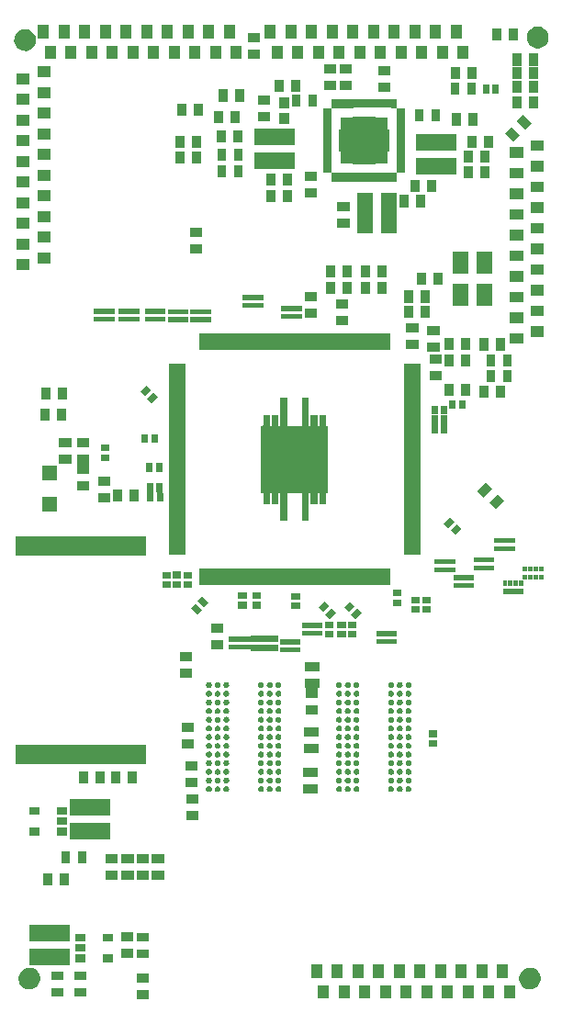
<source format=gts>
G04 (created by PCBNEW (2013-04-12 BZR 4023)-testing) date Птн 19 Апр 2013 02:34:35*
%MOIN*%
G04 Gerber Fmt 3.4, Leading zero omitted, Abs format*
%FSLAX34Y34*%
G01*
G70*
G90*
G04 APERTURE LIST*
%ADD10C,0.006*%
G04 APERTURE END LIST*
G54D10*
G36*
X35065Y-22209D02*
X34592Y-22209D01*
X34592Y-21814D01*
X35065Y-21814D01*
X35065Y-22209D01*
X35065Y-22209D01*
G37*
G36*
X35065Y-22959D02*
X34592Y-22959D01*
X34592Y-22564D01*
X35065Y-22564D01*
X35065Y-22959D01*
X35065Y-22959D01*
G37*
G36*
X35065Y-23709D02*
X34592Y-23709D01*
X34592Y-23314D01*
X35065Y-23314D01*
X35065Y-23709D01*
X35065Y-23709D01*
G37*
G36*
X35065Y-24459D02*
X34592Y-24459D01*
X34592Y-24064D01*
X35065Y-24064D01*
X35065Y-24459D01*
X35065Y-24459D01*
G37*
G36*
X35065Y-25209D02*
X34592Y-25209D01*
X34592Y-24814D01*
X35065Y-24814D01*
X35065Y-25209D01*
X35065Y-25209D01*
G37*
G36*
X35065Y-25959D02*
X34592Y-25959D01*
X34592Y-25564D01*
X35065Y-25564D01*
X35065Y-25959D01*
X35065Y-25959D01*
G37*
G36*
X35065Y-26709D02*
X34592Y-26709D01*
X34592Y-26314D01*
X35065Y-26314D01*
X35065Y-26709D01*
X35065Y-26709D01*
G37*
G36*
X35065Y-27459D02*
X34592Y-27459D01*
X34592Y-27064D01*
X35065Y-27064D01*
X35065Y-27459D01*
X35065Y-27459D01*
G37*
G36*
X35065Y-28209D02*
X34592Y-28209D01*
X34592Y-27814D01*
X35065Y-27814D01*
X35065Y-28209D01*
X35065Y-28209D01*
G37*
G36*
X35065Y-28959D02*
X34592Y-28959D01*
X34592Y-28564D01*
X35065Y-28564D01*
X35065Y-28959D01*
X35065Y-28959D01*
G37*
G36*
X35295Y-20573D02*
X35294Y-20658D01*
X35276Y-20736D01*
X35246Y-20804D01*
X35200Y-20869D01*
X35146Y-20921D01*
X35078Y-20964D01*
X35009Y-20991D01*
X34930Y-21004D01*
X34856Y-21003D01*
X34777Y-20986D01*
X34709Y-20956D01*
X34643Y-20910D01*
X34592Y-20857D01*
X34548Y-20789D01*
X34521Y-20720D01*
X34507Y-20641D01*
X34508Y-20567D01*
X34524Y-20488D01*
X34553Y-20421D01*
X34599Y-20354D01*
X34652Y-20302D01*
X34719Y-20258D01*
X34788Y-20231D01*
X34867Y-20215D01*
X34941Y-20216D01*
X35020Y-20232D01*
X35088Y-20261D01*
X35155Y-20306D01*
X35207Y-20358D01*
X35251Y-20426D01*
X35279Y-20494D01*
X35295Y-20573D01*
X35295Y-20573D01*
G37*
G36*
X35437Y-48721D02*
X35058Y-48721D01*
X35058Y-48441D01*
X35437Y-48441D01*
X35437Y-48721D01*
X35437Y-48721D01*
G37*
G36*
X35437Y-49471D02*
X35058Y-49471D01*
X35058Y-49191D01*
X35437Y-49191D01*
X35437Y-49471D01*
X35437Y-49471D01*
G37*
G36*
X35453Y-54628D02*
X35451Y-54713D01*
X35434Y-54791D01*
X35403Y-54859D01*
X35357Y-54925D01*
X35303Y-54976D01*
X35236Y-55019D01*
X35166Y-55046D01*
X35087Y-55060D01*
X35013Y-55058D01*
X34935Y-55041D01*
X34867Y-55011D01*
X34801Y-54965D01*
X34749Y-54912D01*
X34706Y-54844D01*
X34679Y-54776D01*
X34664Y-54696D01*
X34665Y-54622D01*
X34682Y-54544D01*
X34711Y-54476D01*
X34756Y-54409D01*
X34809Y-54357D01*
X34877Y-54313D01*
X34945Y-54286D01*
X35024Y-54271D01*
X35098Y-54271D01*
X35177Y-54287D01*
X35245Y-54316D01*
X35312Y-54361D01*
X35364Y-54413D01*
X35409Y-54481D01*
X35437Y-54549D01*
X35453Y-54628D01*
X35453Y-54628D01*
G37*
G36*
X35758Y-20543D02*
X35363Y-20543D01*
X35363Y-20070D01*
X35758Y-20070D01*
X35758Y-20543D01*
X35758Y-20543D01*
G37*
G36*
X35789Y-34432D02*
X35460Y-34432D01*
X35460Y-33992D01*
X35789Y-33992D01*
X35789Y-34432D01*
X35789Y-34432D01*
G37*
G36*
X35809Y-33644D02*
X35480Y-33644D01*
X35480Y-33205D01*
X35809Y-33205D01*
X35809Y-33644D01*
X35809Y-33644D01*
G37*
G36*
X35815Y-21959D02*
X35342Y-21959D01*
X35342Y-21564D01*
X35815Y-21564D01*
X35815Y-21959D01*
X35815Y-21959D01*
G37*
G36*
X35815Y-22709D02*
X35342Y-22709D01*
X35342Y-22314D01*
X35815Y-22314D01*
X35815Y-22709D01*
X35815Y-22709D01*
G37*
G36*
X35815Y-23459D02*
X35342Y-23459D01*
X35342Y-23064D01*
X35815Y-23064D01*
X35815Y-23459D01*
X35815Y-23459D01*
G37*
G36*
X35815Y-24209D02*
X35342Y-24209D01*
X35342Y-23814D01*
X35815Y-23814D01*
X35815Y-24209D01*
X35815Y-24209D01*
G37*
G36*
X35815Y-24959D02*
X35342Y-24959D01*
X35342Y-24564D01*
X35815Y-24564D01*
X35815Y-24959D01*
X35815Y-24959D01*
G37*
G36*
X35815Y-25709D02*
X35342Y-25709D01*
X35342Y-25314D01*
X35815Y-25314D01*
X35815Y-25709D01*
X35815Y-25709D01*
G37*
G36*
X35815Y-26459D02*
X35342Y-26459D01*
X35342Y-26064D01*
X35815Y-26064D01*
X35815Y-26459D01*
X35815Y-26459D01*
G37*
G36*
X35815Y-27209D02*
X35342Y-27209D01*
X35342Y-26814D01*
X35815Y-26814D01*
X35815Y-27209D01*
X35815Y-27209D01*
G37*
G36*
X35815Y-27959D02*
X35342Y-27959D01*
X35342Y-27564D01*
X35815Y-27564D01*
X35815Y-27959D01*
X35815Y-27959D01*
G37*
G36*
X35815Y-28709D02*
X35342Y-28709D01*
X35342Y-28314D01*
X35815Y-28314D01*
X35815Y-28709D01*
X35815Y-28709D01*
G37*
G36*
X35888Y-51302D02*
X35558Y-51302D01*
X35558Y-50862D01*
X35888Y-50862D01*
X35888Y-51302D01*
X35888Y-51302D01*
G37*
G36*
X36008Y-21293D02*
X35613Y-21293D01*
X35613Y-20820D01*
X36008Y-20820D01*
X36008Y-21293D01*
X36008Y-21293D01*
G37*
G36*
X36063Y-36594D02*
X35511Y-36594D01*
X35511Y-36043D01*
X36063Y-36043D01*
X36063Y-36594D01*
X36063Y-36594D01*
G37*
G36*
X36063Y-37736D02*
X35511Y-37736D01*
X35511Y-37185D01*
X36063Y-37185D01*
X36063Y-37736D01*
X36063Y-37736D01*
G37*
G36*
X36283Y-54735D02*
X35843Y-54735D01*
X35843Y-54405D01*
X36283Y-54405D01*
X36283Y-54735D01*
X36283Y-54735D01*
G37*
G36*
X36283Y-55335D02*
X35843Y-55335D01*
X35843Y-55005D01*
X36283Y-55005D01*
X36283Y-55335D01*
X36283Y-55335D01*
G37*
G36*
X36389Y-34432D02*
X36060Y-34432D01*
X36060Y-33992D01*
X36389Y-33992D01*
X36389Y-34432D01*
X36389Y-34432D01*
G37*
G36*
X36409Y-33644D02*
X36080Y-33644D01*
X36080Y-33205D01*
X36409Y-33205D01*
X36409Y-33644D01*
X36409Y-33644D01*
G37*
G36*
X36437Y-48721D02*
X36058Y-48721D01*
X36058Y-48441D01*
X36437Y-48441D01*
X36437Y-48721D01*
X36437Y-48721D01*
G37*
G36*
X36437Y-49096D02*
X36058Y-49096D01*
X36058Y-48816D01*
X36437Y-48816D01*
X36437Y-49096D01*
X36437Y-49096D01*
G37*
G36*
X36437Y-49471D02*
X36058Y-49471D01*
X36058Y-49191D01*
X36437Y-49191D01*
X36437Y-49471D01*
X36437Y-49471D01*
G37*
G36*
X36488Y-51302D02*
X36158Y-51302D01*
X36158Y-50862D01*
X36488Y-50862D01*
X36488Y-51302D01*
X36488Y-51302D01*
G37*
G36*
X36508Y-20543D02*
X36113Y-20543D01*
X36113Y-20070D01*
X36508Y-20070D01*
X36508Y-20543D01*
X36508Y-20543D01*
G37*
G36*
X36516Y-53327D02*
X35058Y-53327D01*
X35058Y-52735D01*
X36516Y-52735D01*
X36516Y-53327D01*
X36516Y-53327D01*
G37*
G36*
X36516Y-54193D02*
X35058Y-54193D01*
X35058Y-53601D01*
X36516Y-53601D01*
X36516Y-54193D01*
X36516Y-54193D01*
G37*
G36*
X36537Y-50495D02*
X36208Y-50495D01*
X36208Y-50055D01*
X36537Y-50055D01*
X36537Y-50495D01*
X36537Y-50495D01*
G37*
G36*
X36578Y-35396D02*
X36138Y-35396D01*
X36138Y-35066D01*
X36578Y-35066D01*
X36578Y-35396D01*
X36578Y-35396D01*
G37*
G36*
X36578Y-35996D02*
X36138Y-35996D01*
X36138Y-35666D01*
X36578Y-35666D01*
X36578Y-35996D01*
X36578Y-35996D01*
G37*
G36*
X36758Y-21293D02*
X36363Y-21293D01*
X36363Y-20820D01*
X36758Y-20820D01*
X36758Y-21293D01*
X36758Y-21293D01*
G37*
G36*
X37091Y-53327D02*
X36711Y-53327D01*
X36711Y-53048D01*
X37091Y-53048D01*
X37091Y-53327D01*
X37091Y-53327D01*
G37*
G36*
X37091Y-53702D02*
X36711Y-53702D01*
X36711Y-53423D01*
X37091Y-53423D01*
X37091Y-53702D01*
X37091Y-53702D01*
G37*
G36*
X37091Y-54077D02*
X36711Y-54077D01*
X36711Y-53798D01*
X37091Y-53798D01*
X37091Y-54077D01*
X37091Y-54077D01*
G37*
G36*
X37133Y-54735D02*
X36693Y-54735D01*
X36693Y-54405D01*
X37133Y-54405D01*
X37133Y-54735D01*
X37133Y-54735D01*
G37*
G36*
X37133Y-55335D02*
X36693Y-55335D01*
X36693Y-55005D01*
X37133Y-55005D01*
X37133Y-55335D01*
X37133Y-55335D01*
G37*
G36*
X37137Y-50495D02*
X36808Y-50495D01*
X36808Y-50055D01*
X37137Y-50055D01*
X37137Y-50495D01*
X37137Y-50495D01*
G37*
G36*
X37187Y-47581D02*
X36858Y-47581D01*
X36858Y-47142D01*
X37187Y-47142D01*
X37187Y-47581D01*
X37187Y-47581D01*
G37*
G36*
X37227Y-35376D02*
X36788Y-35376D01*
X36788Y-35047D01*
X37227Y-35047D01*
X37227Y-35376D01*
X37227Y-35376D01*
G37*
G36*
X37227Y-36341D02*
X36788Y-36341D01*
X36788Y-35999D01*
X36788Y-35996D01*
X36788Y-35992D01*
X36788Y-35988D01*
X36788Y-35647D01*
X37227Y-35647D01*
X37227Y-35988D01*
X37227Y-35992D01*
X37227Y-35996D01*
X37227Y-35999D01*
X37227Y-36341D01*
X37227Y-36341D01*
G37*
G36*
X37227Y-36941D02*
X36788Y-36941D01*
X36788Y-36611D01*
X37227Y-36611D01*
X37227Y-36941D01*
X37227Y-36941D01*
G37*
G36*
X37258Y-20543D02*
X36863Y-20543D01*
X36863Y-20070D01*
X37258Y-20070D01*
X37258Y-20543D01*
X37258Y-20543D01*
G37*
G36*
X37508Y-21293D02*
X37113Y-21293D01*
X37113Y-20820D01*
X37508Y-20820D01*
X37508Y-21293D01*
X37508Y-21293D01*
G37*
G36*
X37787Y-47581D02*
X37458Y-47581D01*
X37458Y-47142D01*
X37787Y-47142D01*
X37787Y-47581D01*
X37787Y-47581D01*
G37*
G36*
X37972Y-35531D02*
X37657Y-35531D01*
X37657Y-35295D01*
X37972Y-35295D01*
X37972Y-35531D01*
X37972Y-35531D01*
G37*
G36*
X37972Y-35885D02*
X37657Y-35885D01*
X37657Y-35649D01*
X37972Y-35649D01*
X37972Y-35885D01*
X37972Y-35885D01*
G37*
G36*
X37992Y-48740D02*
X36535Y-48740D01*
X36535Y-48149D01*
X37992Y-48149D01*
X37992Y-48740D01*
X37992Y-48740D01*
G37*
G36*
X37992Y-49606D02*
X36535Y-49606D01*
X36535Y-49015D01*
X37992Y-49015D01*
X37992Y-49606D01*
X37992Y-49606D01*
G37*
G36*
X37995Y-36793D02*
X37555Y-36793D01*
X37555Y-36464D01*
X37995Y-36464D01*
X37995Y-36793D01*
X37995Y-36793D01*
G37*
G36*
X37995Y-37393D02*
X37555Y-37393D01*
X37555Y-37064D01*
X37995Y-37064D01*
X37995Y-37393D01*
X37995Y-37393D01*
G37*
G36*
X38008Y-20543D02*
X37613Y-20543D01*
X37613Y-20070D01*
X38008Y-20070D01*
X38008Y-20543D01*
X38008Y-20543D01*
G37*
G36*
X38091Y-53327D02*
X37711Y-53327D01*
X37711Y-53048D01*
X38091Y-53048D01*
X38091Y-53327D01*
X38091Y-53327D01*
G37*
G36*
X38091Y-54077D02*
X37711Y-54077D01*
X37711Y-53798D01*
X38091Y-53798D01*
X38091Y-54077D01*
X38091Y-54077D01*
G37*
G36*
X38144Y-30541D02*
X37970Y-30541D01*
X37962Y-30541D01*
X37773Y-30541D01*
X37765Y-30541D01*
X37576Y-30541D01*
X37568Y-30541D01*
X37395Y-30541D01*
X37395Y-30363D01*
X37568Y-30363D01*
X37576Y-30363D01*
X37765Y-30363D01*
X37773Y-30363D01*
X37962Y-30363D01*
X37970Y-30363D01*
X38144Y-30363D01*
X38144Y-30541D01*
X38144Y-30541D01*
G37*
G36*
X38144Y-30836D02*
X37970Y-30836D01*
X37962Y-30836D01*
X37773Y-30836D01*
X37765Y-30836D01*
X37576Y-30836D01*
X37568Y-30836D01*
X37395Y-30836D01*
X37395Y-30658D01*
X37568Y-30658D01*
X37576Y-30658D01*
X37765Y-30658D01*
X37773Y-30658D01*
X37962Y-30658D01*
X37970Y-30658D01*
X38144Y-30658D01*
X38144Y-30836D01*
X38144Y-30836D01*
G37*
G36*
X38258Y-21293D02*
X37863Y-21293D01*
X37863Y-20820D01*
X38258Y-20820D01*
X38258Y-21293D01*
X38258Y-21293D01*
G37*
G36*
X38270Y-50474D02*
X37831Y-50474D01*
X37831Y-50145D01*
X38270Y-50145D01*
X38270Y-50474D01*
X38270Y-50474D01*
G37*
G36*
X38270Y-51074D02*
X37831Y-51074D01*
X37831Y-50745D01*
X38270Y-50745D01*
X38270Y-51074D01*
X38270Y-51074D01*
G37*
G36*
X38368Y-47581D02*
X38039Y-47581D01*
X38039Y-47142D01*
X38368Y-47142D01*
X38368Y-47581D01*
X38368Y-47581D01*
G37*
G36*
X38427Y-37365D02*
X38098Y-37365D01*
X38098Y-36925D01*
X38427Y-36925D01*
X38427Y-37365D01*
X38427Y-37365D01*
G37*
G36*
X38758Y-20543D02*
X38363Y-20543D01*
X38363Y-20070D01*
X38758Y-20070D01*
X38758Y-20543D01*
X38758Y-20543D01*
G37*
G36*
X38822Y-53329D02*
X38382Y-53329D01*
X38382Y-52999D01*
X38822Y-52999D01*
X38822Y-53329D01*
X38822Y-53329D01*
G37*
G36*
X38822Y-53929D02*
X38382Y-53929D01*
X38382Y-53599D01*
X38822Y-53599D01*
X38822Y-53929D01*
X38822Y-53929D01*
G37*
G36*
X38841Y-50474D02*
X38402Y-50474D01*
X38402Y-50145D01*
X38841Y-50145D01*
X38841Y-50474D01*
X38841Y-50474D01*
G37*
G36*
X38841Y-51074D02*
X38402Y-51074D01*
X38402Y-50745D01*
X38841Y-50745D01*
X38841Y-51074D01*
X38841Y-51074D01*
G37*
G36*
X38968Y-47581D02*
X38639Y-47581D01*
X38639Y-47142D01*
X38968Y-47142D01*
X38968Y-47581D01*
X38968Y-47581D01*
G37*
G36*
X39008Y-21293D02*
X38613Y-21293D01*
X38613Y-20820D01*
X39008Y-20820D01*
X39008Y-21293D01*
X39008Y-21293D01*
G37*
G36*
X39027Y-37365D02*
X38698Y-37365D01*
X38698Y-36925D01*
X39027Y-36925D01*
X39027Y-37365D01*
X39027Y-37365D01*
G37*
G36*
X39044Y-30541D02*
X38870Y-30541D01*
X38862Y-30541D01*
X38673Y-30541D01*
X38665Y-30541D01*
X38476Y-30541D01*
X38468Y-30541D01*
X38295Y-30541D01*
X38295Y-30363D01*
X38468Y-30363D01*
X38476Y-30363D01*
X38665Y-30363D01*
X38673Y-30363D01*
X38862Y-30363D01*
X38870Y-30363D01*
X39044Y-30363D01*
X39044Y-30541D01*
X39044Y-30541D01*
G37*
G36*
X39044Y-30836D02*
X38870Y-30836D01*
X38862Y-30836D01*
X38673Y-30836D01*
X38665Y-30836D01*
X38476Y-30836D01*
X38468Y-30836D01*
X38295Y-30836D01*
X38295Y-30658D01*
X38468Y-30658D01*
X38476Y-30658D01*
X38665Y-30658D01*
X38673Y-30658D01*
X38862Y-30658D01*
X38870Y-30658D01*
X39044Y-30658D01*
X39044Y-30836D01*
X39044Y-30836D01*
G37*
G36*
X39290Y-39331D02*
X39117Y-39331D01*
X39109Y-39331D01*
X39077Y-39331D01*
X39070Y-39331D01*
X38921Y-39331D01*
X38913Y-39331D01*
X38880Y-39331D01*
X38873Y-39331D01*
X38724Y-39331D01*
X38716Y-39331D01*
X38684Y-39331D01*
X38677Y-39331D01*
X38527Y-39331D01*
X38519Y-39331D01*
X38487Y-39331D01*
X38480Y-39331D01*
X38330Y-39331D01*
X38322Y-39331D01*
X38290Y-39331D01*
X38283Y-39331D01*
X38133Y-39331D01*
X38125Y-39331D01*
X38093Y-39331D01*
X38086Y-39331D01*
X37936Y-39331D01*
X37928Y-39331D01*
X37896Y-39331D01*
X37889Y-39331D01*
X37739Y-39331D01*
X37731Y-39331D01*
X37699Y-39331D01*
X37692Y-39331D01*
X37543Y-39331D01*
X37535Y-39331D01*
X37502Y-39331D01*
X37495Y-39331D01*
X37346Y-39331D01*
X37338Y-39331D01*
X37306Y-39331D01*
X37299Y-39331D01*
X37149Y-39331D01*
X37141Y-39331D01*
X37109Y-39331D01*
X37102Y-39331D01*
X36953Y-39331D01*
X36945Y-39331D01*
X36912Y-39331D01*
X36905Y-39331D01*
X36756Y-39331D01*
X36748Y-39331D01*
X36716Y-39331D01*
X36709Y-39331D01*
X36559Y-39331D01*
X36551Y-39331D01*
X36519Y-39331D01*
X36512Y-39331D01*
X36363Y-39331D01*
X36355Y-39331D01*
X36322Y-39331D01*
X36315Y-39331D01*
X36166Y-39331D01*
X36158Y-39331D01*
X36126Y-39331D01*
X36119Y-39331D01*
X35969Y-39331D01*
X35961Y-39331D01*
X35929Y-39331D01*
X35922Y-39331D01*
X35772Y-39331D01*
X35764Y-39331D01*
X35732Y-39331D01*
X35725Y-39331D01*
X35575Y-39331D01*
X35567Y-39331D01*
X35535Y-39331D01*
X35528Y-39331D01*
X35378Y-39331D01*
X35370Y-39331D01*
X35338Y-39331D01*
X35331Y-39331D01*
X35181Y-39331D01*
X35173Y-39331D01*
X35141Y-39331D01*
X35134Y-39331D01*
X34985Y-39331D01*
X34977Y-39331D01*
X34944Y-39331D01*
X34937Y-39331D01*
X34788Y-39331D01*
X34780Y-39331D01*
X34748Y-39331D01*
X34741Y-39331D01*
X34567Y-39331D01*
X34567Y-38622D01*
X34741Y-38622D01*
X34748Y-38622D01*
X34780Y-38622D01*
X34788Y-38622D01*
X34937Y-38622D01*
X34944Y-38622D01*
X34977Y-38622D01*
X34985Y-38622D01*
X35134Y-38622D01*
X35141Y-38622D01*
X35173Y-38622D01*
X35181Y-38622D01*
X35331Y-38622D01*
X35338Y-38622D01*
X35370Y-38622D01*
X35378Y-38622D01*
X35528Y-38622D01*
X35535Y-38622D01*
X35567Y-38622D01*
X35575Y-38622D01*
X35725Y-38622D01*
X35732Y-38622D01*
X35764Y-38622D01*
X35772Y-38622D01*
X35922Y-38622D01*
X35929Y-38622D01*
X35961Y-38622D01*
X35969Y-38622D01*
X36119Y-38622D01*
X36126Y-38622D01*
X36158Y-38622D01*
X36166Y-38622D01*
X36315Y-38622D01*
X36322Y-38622D01*
X36355Y-38622D01*
X36363Y-38622D01*
X36512Y-38622D01*
X36519Y-38622D01*
X36551Y-38622D01*
X36559Y-38622D01*
X36709Y-38622D01*
X36716Y-38622D01*
X36748Y-38622D01*
X36756Y-38622D01*
X36905Y-38622D01*
X36912Y-38622D01*
X36945Y-38622D01*
X36953Y-38622D01*
X37102Y-38622D01*
X37109Y-38622D01*
X37141Y-38622D01*
X37149Y-38622D01*
X37299Y-38622D01*
X37306Y-38622D01*
X37338Y-38622D01*
X37346Y-38622D01*
X37495Y-38622D01*
X37502Y-38622D01*
X37535Y-38622D01*
X37543Y-38622D01*
X37692Y-38622D01*
X37699Y-38622D01*
X37731Y-38622D01*
X37739Y-38622D01*
X37889Y-38622D01*
X37896Y-38622D01*
X37928Y-38622D01*
X37936Y-38622D01*
X38086Y-38622D01*
X38093Y-38622D01*
X38125Y-38622D01*
X38133Y-38622D01*
X38283Y-38622D01*
X38290Y-38622D01*
X38322Y-38622D01*
X38330Y-38622D01*
X38480Y-38622D01*
X38487Y-38622D01*
X38519Y-38622D01*
X38527Y-38622D01*
X38677Y-38622D01*
X38684Y-38622D01*
X38716Y-38622D01*
X38724Y-38622D01*
X38873Y-38622D01*
X38880Y-38622D01*
X38913Y-38622D01*
X38921Y-38622D01*
X39070Y-38622D01*
X39077Y-38622D01*
X39109Y-38622D01*
X39117Y-38622D01*
X39290Y-38622D01*
X39290Y-39331D01*
X39290Y-39331D01*
G37*
G36*
X39290Y-46889D02*
X39117Y-46889D01*
X39109Y-46889D01*
X39077Y-46889D01*
X39070Y-46889D01*
X38921Y-46889D01*
X38913Y-46889D01*
X38880Y-46889D01*
X38873Y-46889D01*
X38724Y-46889D01*
X38716Y-46889D01*
X38684Y-46889D01*
X38677Y-46889D01*
X38527Y-46889D01*
X38519Y-46889D01*
X38487Y-46889D01*
X38480Y-46889D01*
X38330Y-46889D01*
X38322Y-46889D01*
X38290Y-46889D01*
X38283Y-46889D01*
X38133Y-46889D01*
X38125Y-46889D01*
X38093Y-46889D01*
X38086Y-46889D01*
X37936Y-46889D01*
X37928Y-46889D01*
X37896Y-46889D01*
X37889Y-46889D01*
X37739Y-46889D01*
X37731Y-46889D01*
X37699Y-46889D01*
X37692Y-46889D01*
X37543Y-46889D01*
X37535Y-46889D01*
X37502Y-46889D01*
X37495Y-46889D01*
X37346Y-46889D01*
X37338Y-46889D01*
X37306Y-46889D01*
X37299Y-46889D01*
X37149Y-46889D01*
X37141Y-46889D01*
X37109Y-46889D01*
X37102Y-46889D01*
X36953Y-46889D01*
X36945Y-46889D01*
X36912Y-46889D01*
X36905Y-46889D01*
X36756Y-46889D01*
X36748Y-46889D01*
X36716Y-46889D01*
X36709Y-46889D01*
X36559Y-46889D01*
X36551Y-46889D01*
X36519Y-46889D01*
X36512Y-46889D01*
X36363Y-46889D01*
X36355Y-46889D01*
X36322Y-46889D01*
X36315Y-46889D01*
X36166Y-46889D01*
X36158Y-46889D01*
X36126Y-46889D01*
X36119Y-46889D01*
X35969Y-46889D01*
X35961Y-46889D01*
X35929Y-46889D01*
X35922Y-46889D01*
X35772Y-46889D01*
X35764Y-46889D01*
X35732Y-46889D01*
X35725Y-46889D01*
X35575Y-46889D01*
X35567Y-46889D01*
X35535Y-46889D01*
X35528Y-46889D01*
X35378Y-46889D01*
X35370Y-46889D01*
X35338Y-46889D01*
X35331Y-46889D01*
X35181Y-46889D01*
X35173Y-46889D01*
X35141Y-46889D01*
X35134Y-46889D01*
X34985Y-46889D01*
X34977Y-46889D01*
X34944Y-46889D01*
X34937Y-46889D01*
X34788Y-46889D01*
X34780Y-46889D01*
X34748Y-46889D01*
X34741Y-46889D01*
X34567Y-46889D01*
X34567Y-46180D01*
X34741Y-46180D01*
X34748Y-46180D01*
X34780Y-46180D01*
X34788Y-46180D01*
X34937Y-46180D01*
X34944Y-46180D01*
X34977Y-46180D01*
X34985Y-46180D01*
X35134Y-46180D01*
X35141Y-46180D01*
X35173Y-46180D01*
X35181Y-46180D01*
X35331Y-46180D01*
X35338Y-46180D01*
X35370Y-46180D01*
X35378Y-46180D01*
X35528Y-46180D01*
X35535Y-46180D01*
X35567Y-46180D01*
X35575Y-46180D01*
X35725Y-46180D01*
X35732Y-46180D01*
X35764Y-46180D01*
X35772Y-46180D01*
X35922Y-46180D01*
X35929Y-46180D01*
X35961Y-46180D01*
X35969Y-46180D01*
X36119Y-46180D01*
X36126Y-46180D01*
X36158Y-46180D01*
X36166Y-46180D01*
X36315Y-46180D01*
X36322Y-46180D01*
X36355Y-46180D01*
X36363Y-46180D01*
X36512Y-46180D01*
X36519Y-46180D01*
X36551Y-46180D01*
X36559Y-46180D01*
X36709Y-46180D01*
X36716Y-46180D01*
X36748Y-46180D01*
X36756Y-46180D01*
X36905Y-46180D01*
X36912Y-46180D01*
X36945Y-46180D01*
X36953Y-46180D01*
X37102Y-46180D01*
X37109Y-46180D01*
X37141Y-46180D01*
X37149Y-46180D01*
X37299Y-46180D01*
X37306Y-46180D01*
X37338Y-46180D01*
X37346Y-46180D01*
X37495Y-46180D01*
X37502Y-46180D01*
X37535Y-46180D01*
X37543Y-46180D01*
X37692Y-46180D01*
X37699Y-46180D01*
X37731Y-46180D01*
X37739Y-46180D01*
X37889Y-46180D01*
X37896Y-46180D01*
X37928Y-46180D01*
X37936Y-46180D01*
X38086Y-46180D01*
X38093Y-46180D01*
X38125Y-46180D01*
X38133Y-46180D01*
X38283Y-46180D01*
X38290Y-46180D01*
X38322Y-46180D01*
X38330Y-46180D01*
X38480Y-46180D01*
X38487Y-46180D01*
X38519Y-46180D01*
X38527Y-46180D01*
X38677Y-46180D01*
X38684Y-46180D01*
X38716Y-46180D01*
X38724Y-46180D01*
X38873Y-46180D01*
X38880Y-46180D01*
X38913Y-46180D01*
X38921Y-46180D01*
X39070Y-46180D01*
X39077Y-46180D01*
X39109Y-46180D01*
X39117Y-46180D01*
X39290Y-46180D01*
X39290Y-46889D01*
X39290Y-46889D01*
G37*
G36*
X39370Y-35236D02*
X39133Y-35236D01*
X39133Y-34920D01*
X39370Y-34920D01*
X39370Y-35236D01*
X39370Y-35236D01*
G37*
G36*
X39383Y-53335D02*
X38943Y-53335D01*
X38943Y-53005D01*
X39383Y-53005D01*
X39383Y-53335D01*
X39383Y-53335D01*
G37*
G36*
X39383Y-53935D02*
X38943Y-53935D01*
X38943Y-53605D01*
X39383Y-53605D01*
X39383Y-53935D01*
X39383Y-53935D01*
G37*
G36*
X39392Y-50474D02*
X38953Y-50474D01*
X38953Y-50145D01*
X39392Y-50145D01*
X39392Y-50474D01*
X39392Y-50474D01*
G37*
G36*
X39392Y-51074D02*
X38953Y-51074D01*
X38953Y-50745D01*
X39392Y-50745D01*
X39392Y-51074D01*
X39392Y-51074D01*
G37*
G36*
X39392Y-54805D02*
X38953Y-54805D01*
X38953Y-54476D01*
X39392Y-54476D01*
X39392Y-54805D01*
X39392Y-54805D01*
G37*
G36*
X39392Y-55405D02*
X38953Y-55405D01*
X38953Y-55076D01*
X39392Y-55076D01*
X39392Y-55405D01*
X39392Y-55405D01*
G37*
G36*
X39479Y-33311D02*
X39256Y-33534D01*
X39089Y-33367D01*
X39312Y-33144D01*
X39479Y-33311D01*
X39479Y-33311D01*
G37*
G36*
X39508Y-20543D02*
X39113Y-20543D01*
X39113Y-20070D01*
X39508Y-20070D01*
X39508Y-20543D01*
X39508Y-20543D01*
G37*
G36*
X39527Y-36279D02*
X39291Y-36279D01*
X39291Y-35964D01*
X39527Y-35964D01*
X39527Y-36279D01*
X39527Y-36279D01*
G37*
G36*
X39566Y-37357D02*
X39329Y-37357D01*
X39329Y-37031D01*
X39329Y-37023D01*
X39326Y-37016D01*
X39321Y-37011D01*
X39314Y-37008D01*
X39311Y-37008D01*
X39311Y-36692D01*
X39547Y-36692D01*
X39547Y-37019D01*
X39547Y-37026D01*
X39550Y-37033D01*
X39555Y-37039D01*
X39563Y-37042D01*
X39566Y-37042D01*
X39566Y-37357D01*
X39566Y-37357D01*
G37*
G36*
X39724Y-35236D02*
X39487Y-35236D01*
X39487Y-34920D01*
X39724Y-34920D01*
X39724Y-35236D01*
X39724Y-35236D01*
G37*
G36*
X39729Y-33561D02*
X39506Y-33784D01*
X39339Y-33617D01*
X39562Y-33394D01*
X39729Y-33561D01*
X39729Y-33561D01*
G37*
G36*
X39758Y-21293D02*
X39363Y-21293D01*
X39363Y-20820D01*
X39758Y-20820D01*
X39758Y-21293D01*
X39758Y-21293D01*
G37*
G36*
X39881Y-36279D02*
X39645Y-36279D01*
X39645Y-35964D01*
X39881Y-35964D01*
X39881Y-36279D01*
X39881Y-36279D01*
G37*
G36*
X39920Y-37357D02*
X39683Y-37357D01*
X39683Y-37031D01*
X39683Y-37023D01*
X39680Y-37016D01*
X39675Y-37011D01*
X39668Y-37008D01*
X39665Y-37008D01*
X39665Y-36692D01*
X39901Y-36692D01*
X39901Y-37019D01*
X39901Y-37026D01*
X39904Y-37033D01*
X39909Y-37039D01*
X39917Y-37042D01*
X39920Y-37042D01*
X39920Y-37357D01*
X39920Y-37357D01*
G37*
G36*
X39944Y-50474D02*
X39504Y-50474D01*
X39504Y-50145D01*
X39944Y-50145D01*
X39944Y-50474D01*
X39944Y-50474D01*
G37*
G36*
X39944Y-51074D02*
X39504Y-51074D01*
X39504Y-50745D01*
X39944Y-50745D01*
X39944Y-51074D01*
X39944Y-51074D01*
G37*
G36*
X39994Y-30541D02*
X39820Y-30541D01*
X39812Y-30541D01*
X39623Y-30541D01*
X39615Y-30541D01*
X39426Y-30541D01*
X39418Y-30541D01*
X39245Y-30541D01*
X39245Y-30363D01*
X39418Y-30363D01*
X39426Y-30363D01*
X39615Y-30363D01*
X39623Y-30363D01*
X39812Y-30363D01*
X39820Y-30363D01*
X39994Y-30363D01*
X39994Y-30541D01*
X39994Y-30541D01*
G37*
G36*
X39994Y-30836D02*
X39820Y-30836D01*
X39812Y-30836D01*
X39623Y-30836D01*
X39615Y-30836D01*
X39426Y-30836D01*
X39418Y-30836D01*
X39245Y-30836D01*
X39245Y-30658D01*
X39418Y-30658D01*
X39426Y-30658D01*
X39615Y-30658D01*
X39623Y-30658D01*
X39812Y-30658D01*
X39820Y-30658D01*
X39994Y-30658D01*
X39994Y-30836D01*
X39994Y-30836D01*
G37*
G36*
X40207Y-40141D02*
X39892Y-40141D01*
X39892Y-39904D01*
X40207Y-39904D01*
X40207Y-40141D01*
X40207Y-40141D01*
G37*
G36*
X40207Y-40495D02*
X39892Y-40495D01*
X39892Y-40258D01*
X40207Y-40258D01*
X40207Y-40495D01*
X40207Y-40495D01*
G37*
G36*
X40258Y-20543D02*
X39863Y-20543D01*
X39863Y-20070D01*
X40258Y-20070D01*
X40258Y-20543D01*
X40258Y-20543D01*
G37*
G36*
X40508Y-21293D02*
X40113Y-21293D01*
X40113Y-20820D01*
X40508Y-20820D01*
X40508Y-21293D01*
X40508Y-21293D01*
G37*
G36*
X40571Y-40138D02*
X40255Y-40138D01*
X40255Y-39901D01*
X40571Y-39901D01*
X40571Y-40138D01*
X40571Y-40138D01*
G37*
G36*
X40571Y-40492D02*
X40255Y-40492D01*
X40255Y-40255D01*
X40571Y-40255D01*
X40571Y-40492D01*
X40571Y-40492D01*
G37*
G36*
X40691Y-24530D02*
X40362Y-24530D01*
X40362Y-24091D01*
X40691Y-24091D01*
X40691Y-24530D01*
X40691Y-24530D01*
G37*
G36*
X40691Y-25081D02*
X40362Y-25081D01*
X40362Y-24642D01*
X40691Y-24642D01*
X40691Y-25081D01*
X40691Y-25081D01*
G37*
G36*
X40709Y-39290D02*
X40118Y-39290D01*
X40118Y-39156D01*
X40118Y-39148D01*
X40118Y-39117D01*
X40118Y-39109D01*
X40118Y-38998D01*
X40118Y-38990D01*
X40118Y-38960D01*
X40118Y-38952D01*
X40118Y-38841D01*
X40118Y-38833D01*
X40118Y-38802D01*
X40118Y-38794D01*
X40118Y-38683D01*
X40118Y-38675D01*
X40118Y-38645D01*
X40118Y-38637D01*
X40118Y-38526D01*
X40118Y-38518D01*
X40118Y-38487D01*
X40118Y-38479D01*
X40118Y-38368D01*
X40118Y-38360D01*
X40118Y-38330D01*
X40118Y-38322D01*
X40118Y-38211D01*
X40118Y-38203D01*
X40118Y-38172D01*
X40118Y-38164D01*
X40118Y-38053D01*
X40118Y-38045D01*
X40118Y-38015D01*
X40118Y-38007D01*
X40118Y-37896D01*
X40118Y-37888D01*
X40118Y-37857D01*
X40118Y-37849D01*
X40118Y-37739D01*
X40118Y-37731D01*
X40118Y-37700D01*
X40118Y-37692D01*
X40118Y-37581D01*
X40118Y-37573D01*
X40118Y-37543D01*
X40118Y-37535D01*
X40118Y-37424D01*
X40118Y-37416D01*
X40118Y-37385D01*
X40118Y-37377D01*
X40118Y-37266D01*
X40118Y-37258D01*
X40118Y-37228D01*
X40118Y-37220D01*
X40118Y-37109D01*
X40118Y-37101D01*
X40118Y-37070D01*
X40118Y-37062D01*
X40118Y-36951D01*
X40118Y-36943D01*
X40118Y-36913D01*
X40118Y-36905D01*
X40118Y-36794D01*
X40118Y-36786D01*
X40118Y-36755D01*
X40118Y-36747D01*
X40118Y-36636D01*
X40118Y-36628D01*
X40118Y-36598D01*
X40118Y-36590D01*
X40118Y-36479D01*
X40118Y-36471D01*
X40118Y-36440D01*
X40118Y-36432D01*
X40118Y-36321D01*
X40118Y-36313D01*
X40118Y-36283D01*
X40118Y-36275D01*
X40118Y-36164D01*
X40118Y-36156D01*
X40118Y-36125D01*
X40118Y-36117D01*
X40118Y-36006D01*
X40118Y-35998D01*
X40118Y-35968D01*
X40118Y-35960D01*
X40118Y-35850D01*
X40118Y-35842D01*
X40118Y-35810D01*
X40118Y-35802D01*
X40118Y-35692D01*
X40118Y-35684D01*
X40118Y-35654D01*
X40118Y-35646D01*
X40118Y-35535D01*
X40118Y-35527D01*
X40118Y-35496D01*
X40118Y-35488D01*
X40118Y-35377D01*
X40118Y-35369D01*
X40118Y-35339D01*
X40118Y-35331D01*
X40118Y-35220D01*
X40118Y-35212D01*
X40118Y-35181D01*
X40118Y-35173D01*
X40118Y-35062D01*
X40118Y-35054D01*
X40118Y-35024D01*
X40118Y-35016D01*
X40118Y-34905D01*
X40118Y-34897D01*
X40118Y-34866D01*
X40118Y-34858D01*
X40118Y-34747D01*
X40118Y-34739D01*
X40118Y-34709D01*
X40118Y-34701D01*
X40118Y-34590D01*
X40118Y-34582D01*
X40118Y-34551D01*
X40118Y-34543D01*
X40118Y-34432D01*
X40118Y-34424D01*
X40118Y-34394D01*
X40118Y-34386D01*
X40118Y-34275D01*
X40118Y-34267D01*
X40118Y-34236D01*
X40118Y-34228D01*
X40118Y-34117D01*
X40118Y-34109D01*
X40118Y-34079D01*
X40118Y-34071D01*
X40118Y-33960D01*
X40118Y-33952D01*
X40118Y-33921D01*
X40118Y-33913D01*
X40118Y-33803D01*
X40118Y-33795D01*
X40118Y-33764D01*
X40118Y-33756D01*
X40118Y-33645D01*
X40118Y-33637D01*
X40118Y-33607D01*
X40118Y-33599D01*
X40118Y-33488D01*
X40118Y-33480D01*
X40118Y-33449D01*
X40118Y-33441D01*
X40118Y-33330D01*
X40118Y-33322D01*
X40118Y-33292D01*
X40118Y-33284D01*
X40118Y-33173D01*
X40118Y-33165D01*
X40118Y-33134D01*
X40118Y-33126D01*
X40118Y-33015D01*
X40118Y-33007D01*
X40118Y-32977D01*
X40118Y-32969D01*
X40118Y-32858D01*
X40118Y-32850D01*
X40118Y-32819D01*
X40118Y-32811D01*
X40118Y-32700D01*
X40118Y-32692D01*
X40118Y-32662D01*
X40118Y-32654D01*
X40118Y-32543D01*
X40118Y-32535D01*
X40118Y-32504D01*
X40118Y-32496D01*
X40118Y-32363D01*
X40709Y-32363D01*
X40709Y-32496D01*
X40709Y-32504D01*
X40709Y-32535D01*
X40709Y-32543D01*
X40709Y-32654D01*
X40709Y-32662D01*
X40709Y-32692D01*
X40709Y-32700D01*
X40709Y-32811D01*
X40709Y-32819D01*
X40709Y-32850D01*
X40709Y-32858D01*
X40709Y-32969D01*
X40709Y-32977D01*
X40709Y-33007D01*
X40709Y-33015D01*
X40709Y-33126D01*
X40709Y-33134D01*
X40709Y-33165D01*
X40709Y-33173D01*
X40709Y-33284D01*
X40709Y-33292D01*
X40709Y-33322D01*
X40709Y-33330D01*
X40709Y-33441D01*
X40709Y-33449D01*
X40709Y-33480D01*
X40709Y-33488D01*
X40709Y-33599D01*
X40709Y-33607D01*
X40709Y-33637D01*
X40709Y-33645D01*
X40709Y-33756D01*
X40709Y-33764D01*
X40709Y-33795D01*
X40709Y-33803D01*
X40709Y-33913D01*
X40709Y-33921D01*
X40709Y-33952D01*
X40709Y-33960D01*
X40709Y-34071D01*
X40709Y-34079D01*
X40709Y-34109D01*
X40709Y-34117D01*
X40709Y-34228D01*
X40709Y-34236D01*
X40709Y-34267D01*
X40709Y-34275D01*
X40709Y-34386D01*
X40709Y-34394D01*
X40709Y-34424D01*
X40709Y-34432D01*
X40709Y-34543D01*
X40709Y-34551D01*
X40709Y-34582D01*
X40709Y-34590D01*
X40709Y-34701D01*
X40709Y-34709D01*
X40709Y-34739D01*
X40709Y-34747D01*
X40709Y-34858D01*
X40709Y-34866D01*
X40709Y-34897D01*
X40709Y-34905D01*
X40709Y-35016D01*
X40709Y-35024D01*
X40709Y-35054D01*
X40709Y-35062D01*
X40709Y-35173D01*
X40709Y-35181D01*
X40709Y-35212D01*
X40709Y-35220D01*
X40709Y-35331D01*
X40709Y-35339D01*
X40709Y-35369D01*
X40709Y-35377D01*
X40709Y-35488D01*
X40709Y-35496D01*
X40709Y-35527D01*
X40709Y-35535D01*
X40709Y-35646D01*
X40709Y-35654D01*
X40709Y-35684D01*
X40709Y-35692D01*
X40709Y-35802D01*
X40709Y-35810D01*
X40709Y-35842D01*
X40709Y-35850D01*
X40709Y-35960D01*
X40709Y-35968D01*
X40709Y-35998D01*
X40709Y-36006D01*
X40709Y-36117D01*
X40709Y-36125D01*
X40709Y-36156D01*
X40709Y-36164D01*
X40709Y-36275D01*
X40709Y-36283D01*
X40709Y-36313D01*
X40709Y-36321D01*
X40709Y-36432D01*
X40709Y-36440D01*
X40709Y-36471D01*
X40709Y-36479D01*
X40709Y-36590D01*
X40709Y-36598D01*
X40709Y-36628D01*
X40709Y-36636D01*
X40709Y-36747D01*
X40709Y-36755D01*
X40709Y-36786D01*
X40709Y-36794D01*
X40709Y-36905D01*
X40709Y-36913D01*
X40709Y-36943D01*
X40709Y-36951D01*
X40709Y-37062D01*
X40709Y-37070D01*
X40709Y-37101D01*
X40709Y-37109D01*
X40709Y-37220D01*
X40709Y-37228D01*
X40709Y-37258D01*
X40709Y-37266D01*
X40709Y-37377D01*
X40709Y-37385D01*
X40709Y-37416D01*
X40709Y-37424D01*
X40709Y-37535D01*
X40709Y-37543D01*
X40709Y-37573D01*
X40709Y-37581D01*
X40709Y-37692D01*
X40709Y-37700D01*
X40709Y-37731D01*
X40709Y-37739D01*
X40709Y-37849D01*
X40709Y-37857D01*
X40709Y-37888D01*
X40709Y-37896D01*
X40709Y-38007D01*
X40709Y-38015D01*
X40709Y-38045D01*
X40709Y-38053D01*
X40709Y-38164D01*
X40709Y-38172D01*
X40709Y-38203D01*
X40709Y-38211D01*
X40709Y-38322D01*
X40709Y-38330D01*
X40709Y-38360D01*
X40709Y-38368D01*
X40709Y-38479D01*
X40709Y-38487D01*
X40709Y-38518D01*
X40709Y-38526D01*
X40709Y-38637D01*
X40709Y-38645D01*
X40709Y-38675D01*
X40709Y-38683D01*
X40709Y-38794D01*
X40709Y-38802D01*
X40709Y-38833D01*
X40709Y-38841D01*
X40709Y-38952D01*
X40709Y-38960D01*
X40709Y-38990D01*
X40709Y-38998D01*
X40709Y-39109D01*
X40709Y-39117D01*
X40709Y-39148D01*
X40709Y-39156D01*
X40709Y-39290D01*
X40709Y-39290D01*
G37*
G36*
X40750Y-23369D02*
X40421Y-23369D01*
X40421Y-22929D01*
X40750Y-22929D01*
X40750Y-23369D01*
X40750Y-23369D01*
G37*
G36*
X40827Y-30551D02*
X40653Y-30551D01*
X40645Y-30551D01*
X40456Y-30551D01*
X40448Y-30551D01*
X40259Y-30551D01*
X40252Y-30551D01*
X40078Y-30551D01*
X40078Y-30373D01*
X40252Y-30373D01*
X40259Y-30373D01*
X40448Y-30373D01*
X40456Y-30373D01*
X40645Y-30373D01*
X40653Y-30373D01*
X40827Y-30373D01*
X40827Y-30551D01*
X40827Y-30551D01*
G37*
G36*
X40827Y-30846D02*
X40653Y-30846D01*
X40645Y-30846D01*
X40456Y-30846D01*
X40448Y-30846D01*
X40259Y-30846D01*
X40252Y-30846D01*
X40078Y-30846D01*
X40078Y-30668D01*
X40252Y-30668D01*
X40259Y-30668D01*
X40448Y-30668D01*
X40456Y-30668D01*
X40645Y-30668D01*
X40653Y-30668D01*
X40827Y-30668D01*
X40827Y-30846D01*
X40827Y-30846D01*
G37*
G36*
X40957Y-40141D02*
X40642Y-40141D01*
X40642Y-39904D01*
X40957Y-39904D01*
X40957Y-40141D01*
X40957Y-40141D01*
G37*
G36*
X40957Y-40495D02*
X40642Y-40495D01*
X40642Y-40258D01*
X40957Y-40258D01*
X40957Y-40495D01*
X40957Y-40495D01*
G37*
G36*
X40969Y-43164D02*
X40530Y-43164D01*
X40530Y-42835D01*
X40969Y-42835D01*
X40969Y-43164D01*
X40969Y-43164D01*
G37*
G36*
X40969Y-43764D02*
X40530Y-43764D01*
X40530Y-43435D01*
X40969Y-43435D01*
X40969Y-43764D01*
X40969Y-43764D01*
G37*
G36*
X41008Y-20543D02*
X40613Y-20543D01*
X40613Y-20070D01*
X41008Y-20070D01*
X41008Y-20543D01*
X41008Y-20543D01*
G37*
G36*
X41019Y-45714D02*
X40580Y-45714D01*
X40580Y-45385D01*
X41019Y-45385D01*
X41019Y-45714D01*
X41019Y-45714D01*
G37*
G36*
X41019Y-46314D02*
X40580Y-46314D01*
X40580Y-45985D01*
X41019Y-45985D01*
X41019Y-46314D01*
X41019Y-46314D01*
G37*
G36*
X41164Y-47108D02*
X40725Y-47108D01*
X40725Y-46779D01*
X41164Y-46779D01*
X41164Y-47108D01*
X41164Y-47108D01*
G37*
G36*
X41164Y-47708D02*
X40725Y-47708D01*
X40725Y-47379D01*
X41164Y-47379D01*
X41164Y-47708D01*
X41164Y-47708D01*
G37*
G36*
X41204Y-48329D02*
X40764Y-48329D01*
X40764Y-47999D01*
X41204Y-47999D01*
X41204Y-48329D01*
X41204Y-48329D01*
G37*
G36*
X41204Y-48929D02*
X40764Y-48929D01*
X40764Y-48599D01*
X41204Y-48599D01*
X41204Y-48929D01*
X41204Y-48929D01*
G37*
G36*
X41258Y-21293D02*
X40863Y-21293D01*
X40863Y-20820D01*
X41258Y-20820D01*
X41258Y-21293D01*
X41258Y-21293D01*
G37*
G36*
X41291Y-24530D02*
X40962Y-24530D01*
X40962Y-24091D01*
X41291Y-24091D01*
X41291Y-24530D01*
X41291Y-24530D01*
G37*
G36*
X41291Y-25081D02*
X40962Y-25081D01*
X40962Y-24642D01*
X41291Y-24642D01*
X41291Y-25081D01*
X41291Y-25081D01*
G37*
G36*
X41310Y-41275D02*
X41142Y-41442D01*
X40919Y-41219D01*
X41087Y-41052D01*
X41310Y-41275D01*
X41310Y-41275D01*
G37*
G36*
X41322Y-27738D02*
X40882Y-27738D01*
X40882Y-27409D01*
X41322Y-27409D01*
X41322Y-27738D01*
X41322Y-27738D01*
G37*
G36*
X41322Y-28338D02*
X40882Y-28338D01*
X40882Y-28009D01*
X41322Y-28009D01*
X41322Y-28338D01*
X41322Y-28338D01*
G37*
G36*
X41350Y-23369D02*
X41021Y-23369D01*
X41021Y-22929D01*
X41350Y-22929D01*
X41350Y-23369D01*
X41350Y-23369D01*
G37*
G36*
X41560Y-41024D02*
X41393Y-41192D01*
X41170Y-40968D01*
X41337Y-40801D01*
X41560Y-41024D01*
X41560Y-41024D01*
G37*
G36*
X41653Y-30551D02*
X41480Y-30551D01*
X41472Y-30551D01*
X41283Y-30551D01*
X41275Y-30551D01*
X41086Y-30551D01*
X41078Y-30551D01*
X40905Y-30551D01*
X40905Y-30373D01*
X41078Y-30373D01*
X41086Y-30373D01*
X41275Y-30373D01*
X41283Y-30373D01*
X41472Y-30373D01*
X41480Y-30373D01*
X41653Y-30373D01*
X41653Y-30551D01*
X41653Y-30551D01*
G37*
G36*
X41653Y-30846D02*
X41480Y-30846D01*
X41472Y-30846D01*
X41283Y-30846D01*
X41275Y-30846D01*
X41086Y-30846D01*
X41078Y-30846D01*
X40905Y-30846D01*
X40905Y-30668D01*
X41078Y-30668D01*
X41086Y-30668D01*
X41275Y-30668D01*
X41283Y-30668D01*
X41472Y-30668D01*
X41480Y-30668D01*
X41653Y-30668D01*
X41653Y-30846D01*
X41653Y-30846D01*
G37*
G36*
X41682Y-44006D02*
X41682Y-44027D01*
X41676Y-44051D01*
X41669Y-44067D01*
X41655Y-44087D01*
X41642Y-44099D01*
X41622Y-44112D01*
X41605Y-44119D01*
X41581Y-44123D01*
X41563Y-44123D01*
X41539Y-44117D01*
X41523Y-44110D01*
X41503Y-44096D01*
X41491Y-44084D01*
X41478Y-44063D01*
X41471Y-44047D01*
X41467Y-44023D01*
X41467Y-44005D01*
X41472Y-43981D01*
X41479Y-43965D01*
X41493Y-43945D01*
X41505Y-43932D01*
X41526Y-43919D01*
X41542Y-43912D01*
X41566Y-43908D01*
X41584Y-43908D01*
X41608Y-43913D01*
X41624Y-43919D01*
X41645Y-43933D01*
X41657Y-43946D01*
X41671Y-43966D01*
X41677Y-43982D01*
X41682Y-44005D01*
X41682Y-44006D01*
X41682Y-44006D01*
G37*
G36*
X41682Y-44321D02*
X41682Y-44342D01*
X41676Y-44366D01*
X41669Y-44382D01*
X41655Y-44402D01*
X41642Y-44414D01*
X41622Y-44427D01*
X41605Y-44434D01*
X41581Y-44438D01*
X41563Y-44438D01*
X41539Y-44432D01*
X41523Y-44425D01*
X41503Y-44411D01*
X41491Y-44399D01*
X41478Y-44378D01*
X41471Y-44362D01*
X41467Y-44338D01*
X41467Y-44320D01*
X41472Y-44296D01*
X41479Y-44280D01*
X41493Y-44260D01*
X41505Y-44247D01*
X41526Y-44234D01*
X41542Y-44227D01*
X41566Y-44223D01*
X41584Y-44223D01*
X41608Y-44228D01*
X41624Y-44234D01*
X41645Y-44248D01*
X41657Y-44261D01*
X41671Y-44281D01*
X41677Y-44297D01*
X41682Y-44320D01*
X41682Y-44321D01*
X41682Y-44321D01*
G37*
G36*
X41682Y-44636D02*
X41682Y-44657D01*
X41676Y-44681D01*
X41669Y-44697D01*
X41655Y-44717D01*
X41642Y-44729D01*
X41622Y-44742D01*
X41605Y-44749D01*
X41581Y-44753D01*
X41563Y-44753D01*
X41539Y-44747D01*
X41523Y-44740D01*
X41503Y-44726D01*
X41491Y-44714D01*
X41478Y-44693D01*
X41471Y-44677D01*
X41467Y-44653D01*
X41467Y-44635D01*
X41472Y-44611D01*
X41479Y-44595D01*
X41493Y-44575D01*
X41505Y-44562D01*
X41526Y-44549D01*
X41542Y-44542D01*
X41566Y-44538D01*
X41584Y-44538D01*
X41608Y-44543D01*
X41624Y-44549D01*
X41645Y-44563D01*
X41657Y-44576D01*
X41671Y-44596D01*
X41677Y-44612D01*
X41682Y-44635D01*
X41682Y-44636D01*
X41682Y-44636D01*
G37*
G36*
X41682Y-44951D02*
X41682Y-44972D01*
X41676Y-44996D01*
X41669Y-45012D01*
X41655Y-45032D01*
X41642Y-45044D01*
X41622Y-45057D01*
X41605Y-45064D01*
X41581Y-45068D01*
X41563Y-45068D01*
X41539Y-45062D01*
X41523Y-45055D01*
X41503Y-45041D01*
X41491Y-45029D01*
X41478Y-45008D01*
X41471Y-44992D01*
X41467Y-44968D01*
X41467Y-44950D01*
X41472Y-44926D01*
X41479Y-44910D01*
X41493Y-44890D01*
X41505Y-44877D01*
X41526Y-44864D01*
X41542Y-44857D01*
X41566Y-44853D01*
X41584Y-44853D01*
X41608Y-44858D01*
X41624Y-44864D01*
X41645Y-44878D01*
X41657Y-44891D01*
X41671Y-44911D01*
X41677Y-44927D01*
X41682Y-44950D01*
X41682Y-44951D01*
X41682Y-44951D01*
G37*
G36*
X41682Y-45266D02*
X41682Y-45287D01*
X41676Y-45311D01*
X41669Y-45327D01*
X41655Y-45347D01*
X41642Y-45359D01*
X41622Y-45372D01*
X41605Y-45379D01*
X41581Y-45383D01*
X41563Y-45383D01*
X41539Y-45377D01*
X41523Y-45370D01*
X41503Y-45356D01*
X41491Y-45344D01*
X41478Y-45323D01*
X41471Y-45307D01*
X41467Y-45283D01*
X41467Y-45265D01*
X41472Y-45241D01*
X41479Y-45225D01*
X41493Y-45205D01*
X41505Y-45192D01*
X41526Y-45179D01*
X41542Y-45172D01*
X41566Y-45168D01*
X41584Y-45168D01*
X41608Y-45173D01*
X41624Y-45179D01*
X41645Y-45193D01*
X41657Y-45206D01*
X41671Y-45226D01*
X41677Y-45242D01*
X41682Y-45265D01*
X41682Y-45266D01*
X41682Y-45266D01*
G37*
G36*
X41682Y-45581D02*
X41682Y-45602D01*
X41676Y-45626D01*
X41669Y-45642D01*
X41655Y-45662D01*
X41642Y-45674D01*
X41622Y-45687D01*
X41605Y-45694D01*
X41581Y-45698D01*
X41563Y-45698D01*
X41539Y-45692D01*
X41523Y-45685D01*
X41503Y-45671D01*
X41491Y-45659D01*
X41478Y-45638D01*
X41471Y-45622D01*
X41467Y-45598D01*
X41467Y-45580D01*
X41472Y-45556D01*
X41479Y-45540D01*
X41493Y-45520D01*
X41505Y-45507D01*
X41526Y-45494D01*
X41542Y-45487D01*
X41566Y-45483D01*
X41584Y-45483D01*
X41608Y-45488D01*
X41624Y-45494D01*
X41645Y-45508D01*
X41657Y-45521D01*
X41671Y-45541D01*
X41677Y-45557D01*
X41682Y-45580D01*
X41682Y-45581D01*
X41682Y-45581D01*
G37*
G36*
X41682Y-45896D02*
X41682Y-45917D01*
X41676Y-45941D01*
X41669Y-45957D01*
X41655Y-45977D01*
X41642Y-45989D01*
X41622Y-46002D01*
X41605Y-46009D01*
X41581Y-46013D01*
X41563Y-46013D01*
X41539Y-46007D01*
X41523Y-46000D01*
X41503Y-45986D01*
X41491Y-45974D01*
X41478Y-45953D01*
X41471Y-45937D01*
X41467Y-45913D01*
X41467Y-45895D01*
X41472Y-45871D01*
X41479Y-45855D01*
X41493Y-45835D01*
X41505Y-45822D01*
X41526Y-45809D01*
X41542Y-45802D01*
X41566Y-45798D01*
X41584Y-45798D01*
X41608Y-45803D01*
X41624Y-45809D01*
X41645Y-45823D01*
X41657Y-45836D01*
X41671Y-45856D01*
X41677Y-45872D01*
X41682Y-45895D01*
X41682Y-45896D01*
X41682Y-45896D01*
G37*
G36*
X41682Y-46211D02*
X41682Y-46232D01*
X41676Y-46256D01*
X41669Y-46272D01*
X41655Y-46292D01*
X41642Y-46304D01*
X41622Y-46317D01*
X41605Y-46324D01*
X41581Y-46328D01*
X41563Y-46328D01*
X41539Y-46322D01*
X41523Y-46315D01*
X41503Y-46301D01*
X41491Y-46289D01*
X41478Y-46268D01*
X41471Y-46252D01*
X41467Y-46228D01*
X41467Y-46210D01*
X41472Y-46186D01*
X41479Y-46170D01*
X41493Y-46150D01*
X41505Y-46137D01*
X41526Y-46124D01*
X41542Y-46117D01*
X41566Y-46113D01*
X41584Y-46113D01*
X41608Y-46118D01*
X41624Y-46124D01*
X41645Y-46138D01*
X41657Y-46151D01*
X41671Y-46171D01*
X41677Y-46187D01*
X41682Y-46210D01*
X41682Y-46211D01*
X41682Y-46211D01*
G37*
G36*
X41682Y-46526D02*
X41682Y-46547D01*
X41676Y-46571D01*
X41669Y-46587D01*
X41655Y-46607D01*
X41642Y-46619D01*
X41622Y-46632D01*
X41605Y-46639D01*
X41581Y-46643D01*
X41563Y-46643D01*
X41539Y-46637D01*
X41523Y-46630D01*
X41503Y-46616D01*
X41491Y-46604D01*
X41478Y-46583D01*
X41471Y-46567D01*
X41467Y-46543D01*
X41467Y-46525D01*
X41472Y-46501D01*
X41479Y-46485D01*
X41493Y-46465D01*
X41505Y-46452D01*
X41526Y-46439D01*
X41542Y-46432D01*
X41566Y-46428D01*
X41584Y-46428D01*
X41608Y-46433D01*
X41624Y-46439D01*
X41645Y-46453D01*
X41657Y-46466D01*
X41671Y-46486D01*
X41677Y-46502D01*
X41682Y-46525D01*
X41682Y-46526D01*
X41682Y-46526D01*
G37*
G36*
X41682Y-46841D02*
X41682Y-46862D01*
X41676Y-46886D01*
X41669Y-46902D01*
X41655Y-46922D01*
X41642Y-46934D01*
X41622Y-46947D01*
X41605Y-46954D01*
X41581Y-46958D01*
X41563Y-46958D01*
X41539Y-46952D01*
X41523Y-46945D01*
X41503Y-46931D01*
X41491Y-46919D01*
X41478Y-46898D01*
X41471Y-46882D01*
X41467Y-46858D01*
X41467Y-46840D01*
X41472Y-46816D01*
X41479Y-46800D01*
X41493Y-46780D01*
X41505Y-46767D01*
X41526Y-46754D01*
X41542Y-46747D01*
X41566Y-46743D01*
X41584Y-46743D01*
X41608Y-46748D01*
X41624Y-46754D01*
X41645Y-46768D01*
X41657Y-46781D01*
X41671Y-46801D01*
X41677Y-46817D01*
X41682Y-46840D01*
X41682Y-46841D01*
X41682Y-46841D01*
G37*
G36*
X41682Y-47156D02*
X41682Y-47177D01*
X41676Y-47201D01*
X41669Y-47217D01*
X41655Y-47237D01*
X41642Y-47249D01*
X41622Y-47262D01*
X41605Y-47269D01*
X41581Y-47273D01*
X41563Y-47273D01*
X41539Y-47267D01*
X41523Y-47260D01*
X41503Y-47246D01*
X41491Y-47234D01*
X41478Y-47213D01*
X41471Y-47197D01*
X41467Y-47173D01*
X41467Y-47155D01*
X41472Y-47131D01*
X41479Y-47115D01*
X41493Y-47095D01*
X41505Y-47082D01*
X41526Y-47069D01*
X41542Y-47062D01*
X41566Y-47058D01*
X41584Y-47058D01*
X41608Y-47063D01*
X41624Y-47069D01*
X41645Y-47083D01*
X41657Y-47096D01*
X41671Y-47116D01*
X41677Y-47132D01*
X41682Y-47155D01*
X41682Y-47156D01*
X41682Y-47156D01*
G37*
G36*
X41682Y-47471D02*
X41682Y-47492D01*
X41676Y-47516D01*
X41669Y-47532D01*
X41655Y-47552D01*
X41642Y-47564D01*
X41622Y-47577D01*
X41605Y-47584D01*
X41581Y-47588D01*
X41563Y-47588D01*
X41539Y-47582D01*
X41523Y-47575D01*
X41503Y-47561D01*
X41491Y-47549D01*
X41478Y-47528D01*
X41471Y-47512D01*
X41467Y-47488D01*
X41467Y-47470D01*
X41472Y-47446D01*
X41479Y-47430D01*
X41493Y-47410D01*
X41505Y-47397D01*
X41526Y-47384D01*
X41542Y-47377D01*
X41566Y-47373D01*
X41584Y-47373D01*
X41608Y-47378D01*
X41624Y-47384D01*
X41645Y-47398D01*
X41657Y-47411D01*
X41671Y-47431D01*
X41677Y-47447D01*
X41682Y-47470D01*
X41682Y-47471D01*
X41682Y-47471D01*
G37*
G36*
X41682Y-47786D02*
X41682Y-47807D01*
X41676Y-47831D01*
X41669Y-47847D01*
X41655Y-47867D01*
X41642Y-47879D01*
X41622Y-47892D01*
X41605Y-47899D01*
X41581Y-47903D01*
X41563Y-47903D01*
X41539Y-47897D01*
X41523Y-47890D01*
X41503Y-47876D01*
X41491Y-47864D01*
X41478Y-47843D01*
X41471Y-47827D01*
X41467Y-47803D01*
X41467Y-47785D01*
X41472Y-47761D01*
X41479Y-47745D01*
X41493Y-47725D01*
X41505Y-47712D01*
X41526Y-47699D01*
X41542Y-47692D01*
X41566Y-47688D01*
X41584Y-47688D01*
X41608Y-47693D01*
X41624Y-47699D01*
X41645Y-47713D01*
X41657Y-47726D01*
X41671Y-47746D01*
X41677Y-47762D01*
X41682Y-47785D01*
X41682Y-47786D01*
X41682Y-47786D01*
G37*
G36*
X41758Y-20543D02*
X41363Y-20543D01*
X41363Y-20070D01*
X41758Y-20070D01*
X41758Y-20543D01*
X41758Y-20543D01*
G37*
G36*
X41997Y-44006D02*
X41997Y-44027D01*
X41991Y-44051D01*
X41984Y-44067D01*
X41970Y-44087D01*
X41957Y-44099D01*
X41937Y-44112D01*
X41920Y-44119D01*
X41896Y-44123D01*
X41878Y-44123D01*
X41854Y-44117D01*
X41838Y-44110D01*
X41818Y-44096D01*
X41806Y-44084D01*
X41793Y-44063D01*
X41786Y-44047D01*
X41782Y-44023D01*
X41782Y-44005D01*
X41787Y-43981D01*
X41794Y-43965D01*
X41808Y-43945D01*
X41820Y-43932D01*
X41841Y-43919D01*
X41857Y-43912D01*
X41881Y-43908D01*
X41899Y-43908D01*
X41923Y-43913D01*
X41939Y-43919D01*
X41960Y-43933D01*
X41972Y-43946D01*
X41986Y-43966D01*
X41992Y-43982D01*
X41997Y-44005D01*
X41997Y-44006D01*
X41997Y-44006D01*
G37*
G36*
X41997Y-44321D02*
X41997Y-44342D01*
X41991Y-44366D01*
X41984Y-44382D01*
X41970Y-44402D01*
X41957Y-44414D01*
X41937Y-44427D01*
X41920Y-44434D01*
X41896Y-44438D01*
X41878Y-44438D01*
X41854Y-44432D01*
X41838Y-44425D01*
X41818Y-44411D01*
X41806Y-44399D01*
X41793Y-44378D01*
X41786Y-44362D01*
X41782Y-44338D01*
X41782Y-44320D01*
X41787Y-44296D01*
X41794Y-44280D01*
X41808Y-44260D01*
X41820Y-44247D01*
X41841Y-44234D01*
X41857Y-44227D01*
X41881Y-44223D01*
X41899Y-44223D01*
X41923Y-44228D01*
X41939Y-44234D01*
X41960Y-44248D01*
X41972Y-44261D01*
X41986Y-44281D01*
X41992Y-44297D01*
X41997Y-44320D01*
X41997Y-44321D01*
X41997Y-44321D01*
G37*
G36*
X41997Y-44636D02*
X41997Y-44657D01*
X41991Y-44681D01*
X41984Y-44697D01*
X41970Y-44717D01*
X41957Y-44729D01*
X41937Y-44742D01*
X41920Y-44749D01*
X41896Y-44753D01*
X41878Y-44753D01*
X41854Y-44747D01*
X41838Y-44740D01*
X41818Y-44726D01*
X41806Y-44714D01*
X41793Y-44693D01*
X41786Y-44677D01*
X41782Y-44653D01*
X41782Y-44635D01*
X41787Y-44611D01*
X41794Y-44595D01*
X41808Y-44575D01*
X41820Y-44562D01*
X41841Y-44549D01*
X41857Y-44542D01*
X41881Y-44538D01*
X41899Y-44538D01*
X41923Y-44543D01*
X41939Y-44549D01*
X41960Y-44563D01*
X41972Y-44576D01*
X41986Y-44596D01*
X41992Y-44612D01*
X41997Y-44635D01*
X41997Y-44636D01*
X41997Y-44636D01*
G37*
G36*
X41997Y-44951D02*
X41997Y-44972D01*
X41991Y-44996D01*
X41984Y-45012D01*
X41970Y-45032D01*
X41957Y-45044D01*
X41937Y-45057D01*
X41920Y-45064D01*
X41896Y-45068D01*
X41878Y-45068D01*
X41854Y-45062D01*
X41838Y-45055D01*
X41818Y-45041D01*
X41806Y-45029D01*
X41793Y-45008D01*
X41786Y-44992D01*
X41782Y-44968D01*
X41782Y-44950D01*
X41787Y-44926D01*
X41794Y-44910D01*
X41808Y-44890D01*
X41820Y-44877D01*
X41841Y-44864D01*
X41857Y-44857D01*
X41881Y-44853D01*
X41899Y-44853D01*
X41923Y-44858D01*
X41939Y-44864D01*
X41960Y-44878D01*
X41972Y-44891D01*
X41986Y-44911D01*
X41992Y-44927D01*
X41997Y-44950D01*
X41997Y-44951D01*
X41997Y-44951D01*
G37*
G36*
X41997Y-45266D02*
X41997Y-45287D01*
X41991Y-45311D01*
X41984Y-45327D01*
X41970Y-45347D01*
X41957Y-45359D01*
X41937Y-45372D01*
X41920Y-45379D01*
X41896Y-45383D01*
X41878Y-45383D01*
X41854Y-45377D01*
X41838Y-45370D01*
X41818Y-45356D01*
X41806Y-45344D01*
X41793Y-45323D01*
X41786Y-45307D01*
X41782Y-45283D01*
X41782Y-45265D01*
X41787Y-45241D01*
X41794Y-45225D01*
X41808Y-45205D01*
X41820Y-45192D01*
X41841Y-45179D01*
X41857Y-45172D01*
X41881Y-45168D01*
X41899Y-45168D01*
X41923Y-45173D01*
X41939Y-45179D01*
X41960Y-45193D01*
X41972Y-45206D01*
X41986Y-45226D01*
X41992Y-45242D01*
X41997Y-45265D01*
X41997Y-45266D01*
X41997Y-45266D01*
G37*
G36*
X41997Y-45581D02*
X41997Y-45602D01*
X41991Y-45626D01*
X41984Y-45642D01*
X41970Y-45662D01*
X41957Y-45674D01*
X41937Y-45687D01*
X41920Y-45694D01*
X41896Y-45698D01*
X41878Y-45698D01*
X41854Y-45692D01*
X41838Y-45685D01*
X41818Y-45671D01*
X41806Y-45659D01*
X41793Y-45638D01*
X41786Y-45622D01*
X41782Y-45598D01*
X41782Y-45580D01*
X41787Y-45556D01*
X41794Y-45540D01*
X41808Y-45520D01*
X41820Y-45507D01*
X41841Y-45494D01*
X41857Y-45487D01*
X41881Y-45483D01*
X41899Y-45483D01*
X41923Y-45488D01*
X41939Y-45494D01*
X41960Y-45508D01*
X41972Y-45521D01*
X41986Y-45541D01*
X41992Y-45557D01*
X41997Y-45580D01*
X41997Y-45581D01*
X41997Y-45581D01*
G37*
G36*
X41997Y-45896D02*
X41997Y-45917D01*
X41991Y-45941D01*
X41984Y-45957D01*
X41970Y-45977D01*
X41957Y-45989D01*
X41937Y-46002D01*
X41920Y-46009D01*
X41896Y-46013D01*
X41878Y-46013D01*
X41854Y-46007D01*
X41838Y-46000D01*
X41818Y-45986D01*
X41806Y-45974D01*
X41793Y-45953D01*
X41786Y-45937D01*
X41782Y-45913D01*
X41782Y-45895D01*
X41787Y-45871D01*
X41794Y-45855D01*
X41808Y-45835D01*
X41820Y-45822D01*
X41841Y-45809D01*
X41857Y-45802D01*
X41881Y-45798D01*
X41899Y-45798D01*
X41923Y-45803D01*
X41939Y-45809D01*
X41960Y-45823D01*
X41972Y-45836D01*
X41986Y-45856D01*
X41992Y-45872D01*
X41997Y-45895D01*
X41997Y-45896D01*
X41997Y-45896D01*
G37*
G36*
X41997Y-46211D02*
X41997Y-46232D01*
X41991Y-46256D01*
X41984Y-46272D01*
X41970Y-46292D01*
X41957Y-46304D01*
X41937Y-46317D01*
X41920Y-46324D01*
X41896Y-46328D01*
X41878Y-46328D01*
X41854Y-46322D01*
X41838Y-46315D01*
X41818Y-46301D01*
X41806Y-46289D01*
X41793Y-46268D01*
X41786Y-46252D01*
X41782Y-46228D01*
X41782Y-46210D01*
X41787Y-46186D01*
X41794Y-46170D01*
X41808Y-46150D01*
X41820Y-46137D01*
X41841Y-46124D01*
X41857Y-46117D01*
X41881Y-46113D01*
X41899Y-46113D01*
X41923Y-46118D01*
X41939Y-46124D01*
X41960Y-46138D01*
X41972Y-46151D01*
X41986Y-46171D01*
X41992Y-46187D01*
X41997Y-46210D01*
X41997Y-46211D01*
X41997Y-46211D01*
G37*
G36*
X41997Y-46526D02*
X41997Y-46547D01*
X41991Y-46571D01*
X41984Y-46587D01*
X41970Y-46607D01*
X41957Y-46619D01*
X41937Y-46632D01*
X41920Y-46639D01*
X41896Y-46643D01*
X41878Y-46643D01*
X41854Y-46637D01*
X41838Y-46630D01*
X41818Y-46616D01*
X41806Y-46604D01*
X41793Y-46583D01*
X41786Y-46567D01*
X41782Y-46543D01*
X41782Y-46525D01*
X41787Y-46501D01*
X41794Y-46485D01*
X41808Y-46465D01*
X41820Y-46452D01*
X41841Y-46439D01*
X41857Y-46432D01*
X41881Y-46428D01*
X41899Y-46428D01*
X41923Y-46433D01*
X41939Y-46439D01*
X41960Y-46453D01*
X41972Y-46466D01*
X41986Y-46486D01*
X41992Y-46502D01*
X41997Y-46525D01*
X41997Y-46526D01*
X41997Y-46526D01*
G37*
G36*
X41997Y-46841D02*
X41997Y-46862D01*
X41991Y-46886D01*
X41984Y-46902D01*
X41970Y-46922D01*
X41957Y-46934D01*
X41937Y-46947D01*
X41920Y-46954D01*
X41896Y-46958D01*
X41878Y-46958D01*
X41854Y-46952D01*
X41838Y-46945D01*
X41818Y-46931D01*
X41806Y-46919D01*
X41793Y-46898D01*
X41786Y-46882D01*
X41782Y-46858D01*
X41782Y-46840D01*
X41787Y-46816D01*
X41794Y-46800D01*
X41808Y-46780D01*
X41820Y-46767D01*
X41841Y-46754D01*
X41857Y-46747D01*
X41881Y-46743D01*
X41899Y-46743D01*
X41923Y-46748D01*
X41939Y-46754D01*
X41960Y-46768D01*
X41972Y-46781D01*
X41986Y-46801D01*
X41992Y-46817D01*
X41997Y-46840D01*
X41997Y-46841D01*
X41997Y-46841D01*
G37*
G36*
X41997Y-47156D02*
X41997Y-47177D01*
X41991Y-47201D01*
X41984Y-47217D01*
X41970Y-47237D01*
X41957Y-47249D01*
X41937Y-47262D01*
X41920Y-47269D01*
X41896Y-47273D01*
X41878Y-47273D01*
X41854Y-47267D01*
X41838Y-47260D01*
X41818Y-47246D01*
X41806Y-47234D01*
X41793Y-47213D01*
X41786Y-47197D01*
X41782Y-47173D01*
X41782Y-47155D01*
X41787Y-47131D01*
X41794Y-47115D01*
X41808Y-47095D01*
X41820Y-47082D01*
X41841Y-47069D01*
X41857Y-47062D01*
X41881Y-47058D01*
X41899Y-47058D01*
X41923Y-47063D01*
X41939Y-47069D01*
X41960Y-47083D01*
X41972Y-47096D01*
X41986Y-47116D01*
X41992Y-47132D01*
X41997Y-47155D01*
X41997Y-47156D01*
X41997Y-47156D01*
G37*
G36*
X41997Y-47471D02*
X41997Y-47492D01*
X41991Y-47516D01*
X41984Y-47532D01*
X41970Y-47552D01*
X41957Y-47564D01*
X41937Y-47577D01*
X41920Y-47584D01*
X41896Y-47588D01*
X41878Y-47588D01*
X41854Y-47582D01*
X41838Y-47575D01*
X41818Y-47561D01*
X41806Y-47549D01*
X41793Y-47528D01*
X41786Y-47512D01*
X41782Y-47488D01*
X41782Y-47470D01*
X41787Y-47446D01*
X41794Y-47430D01*
X41808Y-47410D01*
X41820Y-47397D01*
X41841Y-47384D01*
X41857Y-47377D01*
X41881Y-47373D01*
X41899Y-47373D01*
X41923Y-47378D01*
X41939Y-47384D01*
X41960Y-47398D01*
X41972Y-47411D01*
X41986Y-47431D01*
X41992Y-47447D01*
X41997Y-47470D01*
X41997Y-47471D01*
X41997Y-47471D01*
G37*
G36*
X41997Y-47786D02*
X41997Y-47807D01*
X41991Y-47831D01*
X41984Y-47847D01*
X41970Y-47867D01*
X41957Y-47879D01*
X41937Y-47892D01*
X41920Y-47899D01*
X41896Y-47903D01*
X41878Y-47903D01*
X41854Y-47897D01*
X41838Y-47890D01*
X41818Y-47876D01*
X41806Y-47864D01*
X41793Y-47843D01*
X41786Y-47827D01*
X41782Y-47803D01*
X41782Y-47785D01*
X41787Y-47761D01*
X41794Y-47745D01*
X41808Y-47725D01*
X41820Y-47712D01*
X41841Y-47699D01*
X41857Y-47692D01*
X41881Y-47688D01*
X41899Y-47688D01*
X41923Y-47693D01*
X41939Y-47699D01*
X41960Y-47713D01*
X41972Y-47726D01*
X41986Y-47746D01*
X41992Y-47762D01*
X41997Y-47785D01*
X41997Y-47786D01*
X41997Y-47786D01*
G37*
G36*
X42008Y-21293D02*
X41613Y-21293D01*
X41613Y-20820D01*
X42008Y-20820D01*
X42008Y-21293D01*
X42008Y-21293D01*
G37*
G36*
X42089Y-23625D02*
X41759Y-23625D01*
X41759Y-23185D01*
X42089Y-23185D01*
X42089Y-23625D01*
X42089Y-23625D01*
G37*
G36*
X42094Y-42114D02*
X41655Y-42114D01*
X41655Y-41785D01*
X42094Y-41785D01*
X42094Y-42114D01*
X42094Y-42114D01*
G37*
G36*
X42094Y-42714D02*
X41655Y-42714D01*
X41655Y-42385D01*
X42094Y-42385D01*
X42094Y-42714D01*
X42094Y-42714D01*
G37*
G36*
X42187Y-24333D02*
X41858Y-24333D01*
X41858Y-23894D01*
X42187Y-23894D01*
X42187Y-24333D01*
X42187Y-24333D01*
G37*
G36*
X42207Y-24983D02*
X41877Y-24983D01*
X41877Y-24544D01*
X42207Y-24544D01*
X42207Y-24983D01*
X42207Y-24983D01*
G37*
G36*
X42207Y-25593D02*
X41877Y-25593D01*
X41877Y-25154D01*
X42207Y-25154D01*
X42207Y-25593D01*
X42207Y-25593D01*
G37*
G36*
X42246Y-22837D02*
X41917Y-22837D01*
X41917Y-22398D01*
X42246Y-22398D01*
X42246Y-22837D01*
X42246Y-22837D01*
G37*
G36*
X42312Y-44006D02*
X42312Y-44027D01*
X42306Y-44051D01*
X42299Y-44067D01*
X42285Y-44087D01*
X42272Y-44099D01*
X42252Y-44112D01*
X42235Y-44119D01*
X42211Y-44123D01*
X42193Y-44123D01*
X42169Y-44117D01*
X42153Y-44110D01*
X42133Y-44096D01*
X42121Y-44084D01*
X42108Y-44063D01*
X42101Y-44047D01*
X42097Y-44023D01*
X42097Y-44005D01*
X42102Y-43981D01*
X42109Y-43965D01*
X42123Y-43945D01*
X42135Y-43932D01*
X42156Y-43919D01*
X42172Y-43912D01*
X42196Y-43908D01*
X42214Y-43908D01*
X42238Y-43913D01*
X42254Y-43919D01*
X42275Y-43933D01*
X42287Y-43946D01*
X42301Y-43966D01*
X42307Y-43982D01*
X42312Y-44005D01*
X42312Y-44006D01*
X42312Y-44006D01*
G37*
G36*
X42312Y-44321D02*
X42312Y-44342D01*
X42306Y-44366D01*
X42299Y-44382D01*
X42285Y-44402D01*
X42272Y-44414D01*
X42252Y-44427D01*
X42235Y-44434D01*
X42211Y-44438D01*
X42193Y-44438D01*
X42169Y-44432D01*
X42153Y-44425D01*
X42133Y-44411D01*
X42121Y-44399D01*
X42108Y-44378D01*
X42101Y-44362D01*
X42097Y-44338D01*
X42097Y-44320D01*
X42102Y-44296D01*
X42109Y-44280D01*
X42123Y-44260D01*
X42135Y-44247D01*
X42156Y-44234D01*
X42172Y-44227D01*
X42196Y-44223D01*
X42214Y-44223D01*
X42238Y-44228D01*
X42254Y-44234D01*
X42275Y-44248D01*
X42287Y-44261D01*
X42301Y-44281D01*
X42307Y-44297D01*
X42312Y-44320D01*
X42312Y-44321D01*
X42312Y-44321D01*
G37*
G36*
X42312Y-44636D02*
X42312Y-44657D01*
X42306Y-44681D01*
X42299Y-44697D01*
X42285Y-44717D01*
X42272Y-44729D01*
X42252Y-44742D01*
X42235Y-44749D01*
X42211Y-44753D01*
X42193Y-44753D01*
X42169Y-44747D01*
X42153Y-44740D01*
X42133Y-44726D01*
X42121Y-44714D01*
X42108Y-44693D01*
X42101Y-44677D01*
X42097Y-44653D01*
X42097Y-44635D01*
X42102Y-44611D01*
X42109Y-44595D01*
X42123Y-44575D01*
X42135Y-44562D01*
X42156Y-44549D01*
X42172Y-44542D01*
X42196Y-44538D01*
X42214Y-44538D01*
X42238Y-44543D01*
X42254Y-44549D01*
X42275Y-44563D01*
X42287Y-44576D01*
X42301Y-44596D01*
X42307Y-44612D01*
X42312Y-44635D01*
X42312Y-44636D01*
X42312Y-44636D01*
G37*
G36*
X42312Y-44951D02*
X42312Y-44972D01*
X42306Y-44996D01*
X42299Y-45012D01*
X42285Y-45032D01*
X42272Y-45044D01*
X42252Y-45057D01*
X42235Y-45064D01*
X42211Y-45068D01*
X42193Y-45068D01*
X42169Y-45062D01*
X42153Y-45055D01*
X42133Y-45041D01*
X42121Y-45029D01*
X42108Y-45008D01*
X42101Y-44992D01*
X42097Y-44968D01*
X42097Y-44950D01*
X42102Y-44926D01*
X42109Y-44910D01*
X42123Y-44890D01*
X42135Y-44877D01*
X42156Y-44864D01*
X42172Y-44857D01*
X42196Y-44853D01*
X42214Y-44853D01*
X42238Y-44858D01*
X42254Y-44864D01*
X42275Y-44878D01*
X42287Y-44891D01*
X42301Y-44911D01*
X42307Y-44927D01*
X42312Y-44950D01*
X42312Y-44951D01*
X42312Y-44951D01*
G37*
G36*
X42312Y-45266D02*
X42312Y-45287D01*
X42306Y-45311D01*
X42299Y-45327D01*
X42285Y-45347D01*
X42272Y-45359D01*
X42252Y-45372D01*
X42235Y-45379D01*
X42211Y-45383D01*
X42193Y-45383D01*
X42169Y-45377D01*
X42153Y-45370D01*
X42133Y-45356D01*
X42121Y-45344D01*
X42108Y-45323D01*
X42101Y-45307D01*
X42097Y-45283D01*
X42097Y-45265D01*
X42102Y-45241D01*
X42109Y-45225D01*
X42123Y-45205D01*
X42135Y-45192D01*
X42156Y-45179D01*
X42172Y-45172D01*
X42196Y-45168D01*
X42214Y-45168D01*
X42238Y-45173D01*
X42254Y-45179D01*
X42275Y-45193D01*
X42287Y-45206D01*
X42301Y-45226D01*
X42307Y-45242D01*
X42312Y-45265D01*
X42312Y-45266D01*
X42312Y-45266D01*
G37*
G36*
X42312Y-45581D02*
X42312Y-45602D01*
X42306Y-45626D01*
X42299Y-45642D01*
X42285Y-45662D01*
X42272Y-45674D01*
X42252Y-45687D01*
X42235Y-45694D01*
X42211Y-45698D01*
X42193Y-45698D01*
X42169Y-45692D01*
X42153Y-45685D01*
X42133Y-45671D01*
X42121Y-45659D01*
X42108Y-45638D01*
X42101Y-45622D01*
X42097Y-45598D01*
X42097Y-45580D01*
X42102Y-45556D01*
X42109Y-45540D01*
X42123Y-45520D01*
X42135Y-45507D01*
X42156Y-45494D01*
X42172Y-45487D01*
X42196Y-45483D01*
X42214Y-45483D01*
X42238Y-45488D01*
X42254Y-45494D01*
X42275Y-45508D01*
X42287Y-45521D01*
X42301Y-45541D01*
X42307Y-45557D01*
X42312Y-45580D01*
X42312Y-45581D01*
X42312Y-45581D01*
G37*
G36*
X42312Y-45896D02*
X42312Y-45917D01*
X42306Y-45941D01*
X42299Y-45957D01*
X42285Y-45977D01*
X42272Y-45989D01*
X42252Y-46002D01*
X42235Y-46009D01*
X42211Y-46013D01*
X42193Y-46013D01*
X42169Y-46007D01*
X42153Y-46000D01*
X42133Y-45986D01*
X42121Y-45974D01*
X42108Y-45953D01*
X42101Y-45937D01*
X42097Y-45913D01*
X42097Y-45895D01*
X42102Y-45871D01*
X42109Y-45855D01*
X42123Y-45835D01*
X42135Y-45822D01*
X42156Y-45809D01*
X42172Y-45802D01*
X42196Y-45798D01*
X42214Y-45798D01*
X42238Y-45803D01*
X42254Y-45809D01*
X42275Y-45823D01*
X42287Y-45836D01*
X42301Y-45856D01*
X42307Y-45872D01*
X42312Y-45895D01*
X42312Y-45896D01*
X42312Y-45896D01*
G37*
G36*
X42312Y-46211D02*
X42312Y-46232D01*
X42306Y-46256D01*
X42299Y-46272D01*
X42285Y-46292D01*
X42272Y-46304D01*
X42252Y-46317D01*
X42235Y-46324D01*
X42211Y-46328D01*
X42193Y-46328D01*
X42169Y-46322D01*
X42153Y-46315D01*
X42133Y-46301D01*
X42121Y-46289D01*
X42108Y-46268D01*
X42101Y-46252D01*
X42097Y-46228D01*
X42097Y-46210D01*
X42102Y-46186D01*
X42109Y-46170D01*
X42123Y-46150D01*
X42135Y-46137D01*
X42156Y-46124D01*
X42172Y-46117D01*
X42196Y-46113D01*
X42214Y-46113D01*
X42238Y-46118D01*
X42254Y-46124D01*
X42275Y-46138D01*
X42287Y-46151D01*
X42301Y-46171D01*
X42307Y-46187D01*
X42312Y-46210D01*
X42312Y-46211D01*
X42312Y-46211D01*
G37*
G36*
X42312Y-46526D02*
X42312Y-46547D01*
X42306Y-46571D01*
X42299Y-46587D01*
X42285Y-46607D01*
X42272Y-46619D01*
X42252Y-46632D01*
X42235Y-46639D01*
X42211Y-46643D01*
X42193Y-46643D01*
X42169Y-46637D01*
X42153Y-46630D01*
X42133Y-46616D01*
X42121Y-46604D01*
X42108Y-46583D01*
X42101Y-46567D01*
X42097Y-46543D01*
X42097Y-46525D01*
X42102Y-46501D01*
X42109Y-46485D01*
X42123Y-46465D01*
X42135Y-46452D01*
X42156Y-46439D01*
X42172Y-46432D01*
X42196Y-46428D01*
X42214Y-46428D01*
X42238Y-46433D01*
X42254Y-46439D01*
X42275Y-46453D01*
X42287Y-46466D01*
X42301Y-46486D01*
X42307Y-46502D01*
X42312Y-46525D01*
X42312Y-46526D01*
X42312Y-46526D01*
G37*
G36*
X42312Y-46841D02*
X42312Y-46862D01*
X42306Y-46886D01*
X42299Y-46902D01*
X42285Y-46922D01*
X42272Y-46934D01*
X42252Y-46947D01*
X42235Y-46954D01*
X42211Y-46958D01*
X42193Y-46958D01*
X42169Y-46952D01*
X42153Y-46945D01*
X42133Y-46931D01*
X42121Y-46919D01*
X42108Y-46898D01*
X42101Y-46882D01*
X42097Y-46858D01*
X42097Y-46840D01*
X42102Y-46816D01*
X42109Y-46800D01*
X42123Y-46780D01*
X42135Y-46767D01*
X42156Y-46754D01*
X42172Y-46747D01*
X42196Y-46743D01*
X42214Y-46743D01*
X42238Y-46748D01*
X42254Y-46754D01*
X42275Y-46768D01*
X42287Y-46781D01*
X42301Y-46801D01*
X42307Y-46817D01*
X42312Y-46840D01*
X42312Y-46841D01*
X42312Y-46841D01*
G37*
G36*
X42312Y-47156D02*
X42312Y-47177D01*
X42306Y-47201D01*
X42299Y-47217D01*
X42285Y-47237D01*
X42272Y-47249D01*
X42252Y-47262D01*
X42235Y-47269D01*
X42211Y-47273D01*
X42193Y-47273D01*
X42169Y-47267D01*
X42153Y-47260D01*
X42133Y-47246D01*
X42121Y-47234D01*
X42108Y-47213D01*
X42101Y-47197D01*
X42097Y-47173D01*
X42097Y-47155D01*
X42102Y-47131D01*
X42109Y-47115D01*
X42123Y-47095D01*
X42135Y-47082D01*
X42156Y-47069D01*
X42172Y-47062D01*
X42196Y-47058D01*
X42214Y-47058D01*
X42238Y-47063D01*
X42254Y-47069D01*
X42275Y-47083D01*
X42287Y-47096D01*
X42301Y-47116D01*
X42307Y-47132D01*
X42312Y-47155D01*
X42312Y-47156D01*
X42312Y-47156D01*
G37*
G36*
X42312Y-47471D02*
X42312Y-47492D01*
X42306Y-47516D01*
X42299Y-47532D01*
X42285Y-47552D01*
X42272Y-47564D01*
X42252Y-47577D01*
X42235Y-47584D01*
X42211Y-47588D01*
X42193Y-47588D01*
X42169Y-47582D01*
X42153Y-47575D01*
X42133Y-47561D01*
X42121Y-47549D01*
X42108Y-47528D01*
X42101Y-47512D01*
X42097Y-47488D01*
X42097Y-47470D01*
X42102Y-47446D01*
X42109Y-47430D01*
X42123Y-47410D01*
X42135Y-47397D01*
X42156Y-47384D01*
X42172Y-47377D01*
X42196Y-47373D01*
X42214Y-47373D01*
X42238Y-47378D01*
X42254Y-47384D01*
X42275Y-47398D01*
X42287Y-47411D01*
X42301Y-47431D01*
X42307Y-47447D01*
X42312Y-47470D01*
X42312Y-47471D01*
X42312Y-47471D01*
G37*
G36*
X42312Y-47786D02*
X42312Y-47807D01*
X42306Y-47831D01*
X42299Y-47847D01*
X42285Y-47867D01*
X42272Y-47879D01*
X42252Y-47892D01*
X42235Y-47899D01*
X42211Y-47903D01*
X42193Y-47903D01*
X42169Y-47897D01*
X42153Y-47890D01*
X42133Y-47876D01*
X42121Y-47864D01*
X42108Y-47843D01*
X42101Y-47827D01*
X42097Y-47803D01*
X42097Y-47785D01*
X42102Y-47761D01*
X42109Y-47745D01*
X42123Y-47725D01*
X42135Y-47712D01*
X42156Y-47699D01*
X42172Y-47692D01*
X42196Y-47688D01*
X42214Y-47688D01*
X42238Y-47693D01*
X42254Y-47699D01*
X42275Y-47713D01*
X42287Y-47726D01*
X42301Y-47746D01*
X42307Y-47762D01*
X42312Y-47785D01*
X42312Y-47786D01*
X42312Y-47786D01*
G37*
G36*
X42508Y-20543D02*
X42113Y-20543D01*
X42113Y-20070D01*
X42508Y-20070D01*
X42508Y-20543D01*
X42508Y-20543D01*
G37*
G36*
X42689Y-23625D02*
X42359Y-23625D01*
X42359Y-23185D01*
X42689Y-23185D01*
X42689Y-23625D01*
X42689Y-23625D01*
G37*
G36*
X42758Y-21293D02*
X42363Y-21293D01*
X42363Y-20820D01*
X42758Y-20820D01*
X42758Y-21293D01*
X42758Y-21293D01*
G37*
G36*
X42787Y-24333D02*
X42458Y-24333D01*
X42458Y-23894D01*
X42787Y-23894D01*
X42787Y-24333D01*
X42787Y-24333D01*
G37*
G36*
X42807Y-24983D02*
X42477Y-24983D01*
X42477Y-24544D01*
X42807Y-24544D01*
X42807Y-24983D01*
X42807Y-24983D01*
G37*
G36*
X42807Y-25593D02*
X42477Y-25593D01*
X42477Y-25154D01*
X42807Y-25154D01*
X42807Y-25593D01*
X42807Y-25593D01*
G37*
G36*
X42846Y-22837D02*
X42517Y-22837D01*
X42517Y-22398D01*
X42846Y-22398D01*
X42846Y-22837D01*
X42846Y-22837D01*
G37*
G36*
X42953Y-40886D02*
X42637Y-40886D01*
X42637Y-40649D01*
X42953Y-40649D01*
X42953Y-40886D01*
X42953Y-40886D01*
G37*
G36*
X42953Y-41240D02*
X42637Y-41240D01*
X42637Y-41003D01*
X42953Y-41003D01*
X42953Y-41240D01*
X42953Y-41240D01*
G37*
G36*
X43428Y-20671D02*
X42988Y-20671D01*
X42988Y-20342D01*
X43428Y-20342D01*
X43428Y-20671D01*
X43428Y-20671D01*
G37*
G36*
X43428Y-21271D02*
X42988Y-21271D01*
X42988Y-20942D01*
X43428Y-20942D01*
X43428Y-21271D01*
X43428Y-21271D01*
G37*
G36*
X43464Y-40886D02*
X43149Y-40886D01*
X43149Y-40649D01*
X43464Y-40649D01*
X43464Y-40886D01*
X43464Y-40886D01*
G37*
G36*
X43464Y-41240D02*
X43149Y-41240D01*
X43149Y-41003D01*
X43464Y-41003D01*
X43464Y-41240D01*
X43464Y-41240D01*
G37*
G36*
X43543Y-30039D02*
X43369Y-30039D01*
X43362Y-30039D01*
X43173Y-30039D01*
X43165Y-30039D01*
X42976Y-30039D01*
X42968Y-30039D01*
X42794Y-30039D01*
X42794Y-29861D01*
X42968Y-29861D01*
X42976Y-29861D01*
X43165Y-29861D01*
X43173Y-29861D01*
X43362Y-29861D01*
X43369Y-29861D01*
X43543Y-29861D01*
X43543Y-30039D01*
X43543Y-30039D01*
G37*
G36*
X43543Y-30335D02*
X43369Y-30335D01*
X43362Y-30335D01*
X43173Y-30335D01*
X43165Y-30335D01*
X42976Y-30335D01*
X42968Y-30335D01*
X42794Y-30335D01*
X42794Y-30157D01*
X42968Y-30157D01*
X42976Y-30157D01*
X43165Y-30157D01*
X43173Y-30157D01*
X43362Y-30157D01*
X43369Y-30157D01*
X43543Y-30157D01*
X43543Y-30335D01*
X43543Y-30335D01*
G37*
G36*
X43572Y-44006D02*
X43572Y-44027D01*
X43566Y-44051D01*
X43559Y-44067D01*
X43545Y-44087D01*
X43532Y-44099D01*
X43512Y-44112D01*
X43495Y-44119D01*
X43471Y-44123D01*
X43453Y-44123D01*
X43429Y-44117D01*
X43413Y-44110D01*
X43393Y-44096D01*
X43381Y-44084D01*
X43368Y-44063D01*
X43361Y-44047D01*
X43357Y-44023D01*
X43357Y-44005D01*
X43362Y-43981D01*
X43369Y-43965D01*
X43383Y-43945D01*
X43395Y-43932D01*
X43416Y-43919D01*
X43432Y-43912D01*
X43456Y-43908D01*
X43474Y-43908D01*
X43498Y-43913D01*
X43514Y-43919D01*
X43535Y-43933D01*
X43547Y-43946D01*
X43561Y-43966D01*
X43567Y-43982D01*
X43572Y-44005D01*
X43572Y-44006D01*
X43572Y-44006D01*
G37*
G36*
X43572Y-44321D02*
X43572Y-44342D01*
X43566Y-44366D01*
X43559Y-44382D01*
X43545Y-44402D01*
X43532Y-44414D01*
X43512Y-44427D01*
X43495Y-44434D01*
X43471Y-44438D01*
X43453Y-44438D01*
X43429Y-44432D01*
X43413Y-44425D01*
X43393Y-44411D01*
X43381Y-44399D01*
X43368Y-44378D01*
X43361Y-44362D01*
X43357Y-44338D01*
X43357Y-44320D01*
X43362Y-44296D01*
X43369Y-44280D01*
X43383Y-44260D01*
X43395Y-44247D01*
X43416Y-44234D01*
X43432Y-44227D01*
X43456Y-44223D01*
X43474Y-44223D01*
X43498Y-44228D01*
X43514Y-44234D01*
X43535Y-44248D01*
X43547Y-44261D01*
X43561Y-44281D01*
X43567Y-44297D01*
X43572Y-44320D01*
X43572Y-44321D01*
X43572Y-44321D01*
G37*
G36*
X43572Y-44636D02*
X43572Y-44657D01*
X43566Y-44681D01*
X43559Y-44697D01*
X43545Y-44717D01*
X43532Y-44729D01*
X43512Y-44742D01*
X43495Y-44749D01*
X43471Y-44753D01*
X43453Y-44753D01*
X43429Y-44747D01*
X43413Y-44740D01*
X43393Y-44726D01*
X43381Y-44714D01*
X43368Y-44693D01*
X43361Y-44677D01*
X43357Y-44653D01*
X43357Y-44635D01*
X43362Y-44611D01*
X43369Y-44595D01*
X43383Y-44575D01*
X43395Y-44562D01*
X43416Y-44549D01*
X43432Y-44542D01*
X43456Y-44538D01*
X43474Y-44538D01*
X43498Y-44543D01*
X43514Y-44549D01*
X43535Y-44563D01*
X43547Y-44576D01*
X43561Y-44596D01*
X43567Y-44612D01*
X43572Y-44635D01*
X43572Y-44636D01*
X43572Y-44636D01*
G37*
G36*
X43572Y-44951D02*
X43572Y-44972D01*
X43566Y-44996D01*
X43559Y-45012D01*
X43545Y-45032D01*
X43532Y-45044D01*
X43512Y-45057D01*
X43495Y-45064D01*
X43471Y-45068D01*
X43453Y-45068D01*
X43429Y-45062D01*
X43413Y-45055D01*
X43393Y-45041D01*
X43381Y-45029D01*
X43368Y-45008D01*
X43361Y-44992D01*
X43357Y-44968D01*
X43357Y-44950D01*
X43362Y-44926D01*
X43369Y-44910D01*
X43383Y-44890D01*
X43395Y-44877D01*
X43416Y-44864D01*
X43432Y-44857D01*
X43456Y-44853D01*
X43474Y-44853D01*
X43498Y-44858D01*
X43514Y-44864D01*
X43535Y-44878D01*
X43547Y-44891D01*
X43561Y-44911D01*
X43567Y-44927D01*
X43572Y-44950D01*
X43572Y-44951D01*
X43572Y-44951D01*
G37*
G36*
X43572Y-45266D02*
X43572Y-45287D01*
X43566Y-45311D01*
X43559Y-45327D01*
X43545Y-45347D01*
X43532Y-45359D01*
X43512Y-45372D01*
X43495Y-45379D01*
X43471Y-45383D01*
X43453Y-45383D01*
X43429Y-45377D01*
X43413Y-45370D01*
X43393Y-45356D01*
X43381Y-45344D01*
X43368Y-45323D01*
X43361Y-45307D01*
X43357Y-45283D01*
X43357Y-45265D01*
X43362Y-45241D01*
X43369Y-45225D01*
X43383Y-45205D01*
X43395Y-45192D01*
X43416Y-45179D01*
X43432Y-45172D01*
X43456Y-45168D01*
X43474Y-45168D01*
X43498Y-45173D01*
X43514Y-45179D01*
X43535Y-45193D01*
X43547Y-45206D01*
X43561Y-45226D01*
X43567Y-45242D01*
X43572Y-45265D01*
X43572Y-45266D01*
X43572Y-45266D01*
G37*
G36*
X43572Y-45581D02*
X43572Y-45602D01*
X43566Y-45626D01*
X43559Y-45642D01*
X43545Y-45662D01*
X43532Y-45674D01*
X43512Y-45687D01*
X43495Y-45694D01*
X43471Y-45698D01*
X43453Y-45698D01*
X43429Y-45692D01*
X43413Y-45685D01*
X43393Y-45671D01*
X43381Y-45659D01*
X43368Y-45638D01*
X43361Y-45622D01*
X43357Y-45598D01*
X43357Y-45580D01*
X43362Y-45556D01*
X43369Y-45540D01*
X43383Y-45520D01*
X43395Y-45507D01*
X43416Y-45494D01*
X43432Y-45487D01*
X43456Y-45483D01*
X43474Y-45483D01*
X43498Y-45488D01*
X43514Y-45494D01*
X43535Y-45508D01*
X43547Y-45521D01*
X43561Y-45541D01*
X43567Y-45557D01*
X43572Y-45580D01*
X43572Y-45581D01*
X43572Y-45581D01*
G37*
G36*
X43572Y-45896D02*
X43572Y-45917D01*
X43566Y-45941D01*
X43559Y-45957D01*
X43545Y-45977D01*
X43532Y-45989D01*
X43512Y-46002D01*
X43495Y-46009D01*
X43471Y-46013D01*
X43453Y-46013D01*
X43429Y-46007D01*
X43413Y-46000D01*
X43393Y-45986D01*
X43381Y-45974D01*
X43368Y-45953D01*
X43361Y-45937D01*
X43357Y-45913D01*
X43357Y-45895D01*
X43362Y-45871D01*
X43369Y-45855D01*
X43383Y-45835D01*
X43395Y-45822D01*
X43416Y-45809D01*
X43432Y-45802D01*
X43456Y-45798D01*
X43474Y-45798D01*
X43498Y-45803D01*
X43514Y-45809D01*
X43535Y-45823D01*
X43547Y-45836D01*
X43561Y-45856D01*
X43567Y-45872D01*
X43572Y-45895D01*
X43572Y-45896D01*
X43572Y-45896D01*
G37*
G36*
X43572Y-46211D02*
X43572Y-46232D01*
X43566Y-46256D01*
X43559Y-46272D01*
X43545Y-46292D01*
X43532Y-46304D01*
X43512Y-46317D01*
X43495Y-46324D01*
X43471Y-46328D01*
X43453Y-46328D01*
X43429Y-46322D01*
X43413Y-46315D01*
X43393Y-46301D01*
X43381Y-46289D01*
X43368Y-46268D01*
X43361Y-46252D01*
X43357Y-46228D01*
X43357Y-46210D01*
X43362Y-46186D01*
X43369Y-46170D01*
X43383Y-46150D01*
X43395Y-46137D01*
X43416Y-46124D01*
X43432Y-46117D01*
X43456Y-46113D01*
X43474Y-46113D01*
X43498Y-46118D01*
X43514Y-46124D01*
X43535Y-46138D01*
X43547Y-46151D01*
X43561Y-46171D01*
X43567Y-46187D01*
X43572Y-46210D01*
X43572Y-46211D01*
X43572Y-46211D01*
G37*
G36*
X43572Y-46526D02*
X43572Y-46547D01*
X43566Y-46571D01*
X43559Y-46587D01*
X43545Y-46607D01*
X43532Y-46619D01*
X43512Y-46632D01*
X43495Y-46639D01*
X43471Y-46643D01*
X43453Y-46643D01*
X43429Y-46637D01*
X43413Y-46630D01*
X43393Y-46616D01*
X43381Y-46604D01*
X43368Y-46583D01*
X43361Y-46567D01*
X43357Y-46543D01*
X43357Y-46525D01*
X43362Y-46501D01*
X43369Y-46485D01*
X43383Y-46465D01*
X43395Y-46452D01*
X43416Y-46439D01*
X43432Y-46432D01*
X43456Y-46428D01*
X43474Y-46428D01*
X43498Y-46433D01*
X43514Y-46439D01*
X43535Y-46453D01*
X43547Y-46466D01*
X43561Y-46486D01*
X43567Y-46502D01*
X43572Y-46525D01*
X43572Y-46526D01*
X43572Y-46526D01*
G37*
G36*
X43572Y-46841D02*
X43572Y-46862D01*
X43566Y-46886D01*
X43559Y-46902D01*
X43545Y-46922D01*
X43532Y-46934D01*
X43512Y-46947D01*
X43495Y-46954D01*
X43471Y-46958D01*
X43453Y-46958D01*
X43429Y-46952D01*
X43413Y-46945D01*
X43393Y-46931D01*
X43381Y-46919D01*
X43368Y-46898D01*
X43361Y-46882D01*
X43357Y-46858D01*
X43357Y-46840D01*
X43362Y-46816D01*
X43369Y-46800D01*
X43383Y-46780D01*
X43395Y-46767D01*
X43416Y-46754D01*
X43432Y-46747D01*
X43456Y-46743D01*
X43474Y-46743D01*
X43498Y-46748D01*
X43514Y-46754D01*
X43535Y-46768D01*
X43547Y-46781D01*
X43561Y-46801D01*
X43567Y-46817D01*
X43572Y-46840D01*
X43572Y-46841D01*
X43572Y-46841D01*
G37*
G36*
X43572Y-47156D02*
X43572Y-47177D01*
X43566Y-47201D01*
X43559Y-47217D01*
X43545Y-47237D01*
X43532Y-47249D01*
X43512Y-47262D01*
X43495Y-47269D01*
X43471Y-47273D01*
X43453Y-47273D01*
X43429Y-47267D01*
X43413Y-47260D01*
X43393Y-47246D01*
X43381Y-47234D01*
X43368Y-47213D01*
X43361Y-47197D01*
X43357Y-47173D01*
X43357Y-47155D01*
X43362Y-47131D01*
X43369Y-47115D01*
X43383Y-47095D01*
X43395Y-47082D01*
X43416Y-47069D01*
X43432Y-47062D01*
X43456Y-47058D01*
X43474Y-47058D01*
X43498Y-47063D01*
X43514Y-47069D01*
X43535Y-47083D01*
X43547Y-47096D01*
X43561Y-47116D01*
X43567Y-47132D01*
X43572Y-47155D01*
X43572Y-47156D01*
X43572Y-47156D01*
G37*
G36*
X43572Y-47471D02*
X43572Y-47492D01*
X43566Y-47516D01*
X43559Y-47532D01*
X43545Y-47552D01*
X43532Y-47564D01*
X43512Y-47577D01*
X43495Y-47584D01*
X43471Y-47588D01*
X43453Y-47588D01*
X43429Y-47582D01*
X43413Y-47575D01*
X43393Y-47561D01*
X43381Y-47549D01*
X43368Y-47528D01*
X43361Y-47512D01*
X43357Y-47488D01*
X43357Y-47470D01*
X43362Y-47446D01*
X43369Y-47430D01*
X43383Y-47410D01*
X43395Y-47397D01*
X43416Y-47384D01*
X43432Y-47377D01*
X43456Y-47373D01*
X43474Y-47373D01*
X43498Y-47378D01*
X43514Y-47384D01*
X43535Y-47398D01*
X43547Y-47411D01*
X43561Y-47431D01*
X43567Y-47447D01*
X43572Y-47470D01*
X43572Y-47471D01*
X43572Y-47471D01*
G37*
G36*
X43572Y-47786D02*
X43572Y-47807D01*
X43566Y-47831D01*
X43559Y-47847D01*
X43545Y-47867D01*
X43532Y-47879D01*
X43512Y-47892D01*
X43495Y-47899D01*
X43471Y-47903D01*
X43453Y-47903D01*
X43429Y-47897D01*
X43413Y-47890D01*
X43393Y-47876D01*
X43381Y-47864D01*
X43368Y-47843D01*
X43361Y-47827D01*
X43357Y-47803D01*
X43357Y-47785D01*
X43362Y-47761D01*
X43369Y-47745D01*
X43383Y-47725D01*
X43395Y-47712D01*
X43416Y-47699D01*
X43432Y-47692D01*
X43456Y-47688D01*
X43474Y-47688D01*
X43498Y-47693D01*
X43514Y-47699D01*
X43535Y-47713D01*
X43547Y-47726D01*
X43561Y-47746D01*
X43567Y-47762D01*
X43572Y-47785D01*
X43572Y-47786D01*
X43572Y-47786D01*
G37*
G36*
X43802Y-22955D02*
X43362Y-22955D01*
X43362Y-22625D01*
X43802Y-22625D01*
X43802Y-22955D01*
X43802Y-22955D01*
G37*
G36*
X43802Y-23555D02*
X43362Y-23555D01*
X43362Y-23225D01*
X43802Y-23225D01*
X43802Y-23555D01*
X43802Y-23555D01*
G37*
G36*
X43887Y-44006D02*
X43887Y-44027D01*
X43881Y-44051D01*
X43874Y-44067D01*
X43860Y-44087D01*
X43847Y-44099D01*
X43827Y-44112D01*
X43810Y-44119D01*
X43786Y-44123D01*
X43768Y-44123D01*
X43744Y-44117D01*
X43728Y-44110D01*
X43708Y-44096D01*
X43696Y-44084D01*
X43683Y-44063D01*
X43676Y-44047D01*
X43672Y-44023D01*
X43672Y-44005D01*
X43677Y-43981D01*
X43684Y-43965D01*
X43698Y-43945D01*
X43710Y-43932D01*
X43731Y-43919D01*
X43747Y-43912D01*
X43771Y-43908D01*
X43789Y-43908D01*
X43813Y-43913D01*
X43829Y-43919D01*
X43850Y-43933D01*
X43862Y-43946D01*
X43876Y-43966D01*
X43882Y-43982D01*
X43887Y-44005D01*
X43887Y-44006D01*
X43887Y-44006D01*
G37*
G36*
X43887Y-44321D02*
X43887Y-44342D01*
X43881Y-44366D01*
X43874Y-44382D01*
X43860Y-44402D01*
X43847Y-44414D01*
X43827Y-44427D01*
X43810Y-44434D01*
X43786Y-44438D01*
X43768Y-44438D01*
X43744Y-44432D01*
X43728Y-44425D01*
X43708Y-44411D01*
X43696Y-44399D01*
X43683Y-44378D01*
X43676Y-44362D01*
X43672Y-44338D01*
X43672Y-44320D01*
X43677Y-44296D01*
X43684Y-44280D01*
X43698Y-44260D01*
X43710Y-44247D01*
X43731Y-44234D01*
X43747Y-44227D01*
X43771Y-44223D01*
X43789Y-44223D01*
X43813Y-44228D01*
X43829Y-44234D01*
X43850Y-44248D01*
X43862Y-44261D01*
X43876Y-44281D01*
X43882Y-44297D01*
X43887Y-44320D01*
X43887Y-44321D01*
X43887Y-44321D01*
G37*
G36*
X43887Y-44636D02*
X43887Y-44657D01*
X43881Y-44681D01*
X43874Y-44697D01*
X43860Y-44717D01*
X43847Y-44729D01*
X43827Y-44742D01*
X43810Y-44749D01*
X43786Y-44753D01*
X43768Y-44753D01*
X43744Y-44747D01*
X43728Y-44740D01*
X43708Y-44726D01*
X43696Y-44714D01*
X43683Y-44693D01*
X43676Y-44677D01*
X43672Y-44653D01*
X43672Y-44635D01*
X43677Y-44611D01*
X43684Y-44595D01*
X43698Y-44575D01*
X43710Y-44562D01*
X43731Y-44549D01*
X43747Y-44542D01*
X43771Y-44538D01*
X43789Y-44538D01*
X43813Y-44543D01*
X43829Y-44549D01*
X43850Y-44563D01*
X43862Y-44576D01*
X43876Y-44596D01*
X43882Y-44612D01*
X43887Y-44635D01*
X43887Y-44636D01*
X43887Y-44636D01*
G37*
G36*
X43887Y-44951D02*
X43887Y-44972D01*
X43881Y-44996D01*
X43874Y-45012D01*
X43860Y-45032D01*
X43847Y-45044D01*
X43827Y-45057D01*
X43810Y-45064D01*
X43786Y-45068D01*
X43768Y-45068D01*
X43744Y-45062D01*
X43728Y-45055D01*
X43708Y-45041D01*
X43696Y-45029D01*
X43683Y-45008D01*
X43676Y-44992D01*
X43672Y-44968D01*
X43672Y-44950D01*
X43677Y-44926D01*
X43684Y-44910D01*
X43698Y-44890D01*
X43710Y-44877D01*
X43731Y-44864D01*
X43747Y-44857D01*
X43771Y-44853D01*
X43789Y-44853D01*
X43813Y-44858D01*
X43829Y-44864D01*
X43850Y-44878D01*
X43862Y-44891D01*
X43876Y-44911D01*
X43882Y-44927D01*
X43887Y-44950D01*
X43887Y-44951D01*
X43887Y-44951D01*
G37*
G36*
X43887Y-45266D02*
X43887Y-45287D01*
X43881Y-45311D01*
X43874Y-45327D01*
X43860Y-45347D01*
X43847Y-45359D01*
X43827Y-45372D01*
X43810Y-45379D01*
X43786Y-45383D01*
X43768Y-45383D01*
X43744Y-45377D01*
X43728Y-45370D01*
X43708Y-45356D01*
X43696Y-45344D01*
X43683Y-45323D01*
X43676Y-45307D01*
X43672Y-45283D01*
X43672Y-45265D01*
X43677Y-45241D01*
X43684Y-45225D01*
X43698Y-45205D01*
X43710Y-45192D01*
X43731Y-45179D01*
X43747Y-45172D01*
X43771Y-45168D01*
X43789Y-45168D01*
X43813Y-45173D01*
X43829Y-45179D01*
X43850Y-45193D01*
X43862Y-45206D01*
X43876Y-45226D01*
X43882Y-45242D01*
X43887Y-45265D01*
X43887Y-45266D01*
X43887Y-45266D01*
G37*
G36*
X43887Y-45581D02*
X43887Y-45602D01*
X43881Y-45626D01*
X43874Y-45642D01*
X43860Y-45662D01*
X43847Y-45674D01*
X43827Y-45687D01*
X43810Y-45694D01*
X43786Y-45698D01*
X43768Y-45698D01*
X43744Y-45692D01*
X43728Y-45685D01*
X43708Y-45671D01*
X43696Y-45659D01*
X43683Y-45638D01*
X43676Y-45622D01*
X43672Y-45598D01*
X43672Y-45580D01*
X43677Y-45556D01*
X43684Y-45540D01*
X43698Y-45520D01*
X43710Y-45507D01*
X43731Y-45494D01*
X43747Y-45487D01*
X43771Y-45483D01*
X43789Y-45483D01*
X43813Y-45488D01*
X43829Y-45494D01*
X43850Y-45508D01*
X43862Y-45521D01*
X43876Y-45541D01*
X43882Y-45557D01*
X43887Y-45580D01*
X43887Y-45581D01*
X43887Y-45581D01*
G37*
G36*
X43887Y-45896D02*
X43887Y-45917D01*
X43881Y-45941D01*
X43874Y-45957D01*
X43860Y-45977D01*
X43847Y-45989D01*
X43827Y-46002D01*
X43810Y-46009D01*
X43786Y-46013D01*
X43768Y-46013D01*
X43744Y-46007D01*
X43728Y-46000D01*
X43708Y-45986D01*
X43696Y-45974D01*
X43683Y-45953D01*
X43676Y-45937D01*
X43672Y-45913D01*
X43672Y-45895D01*
X43677Y-45871D01*
X43684Y-45855D01*
X43698Y-45835D01*
X43710Y-45822D01*
X43731Y-45809D01*
X43747Y-45802D01*
X43771Y-45798D01*
X43789Y-45798D01*
X43813Y-45803D01*
X43829Y-45809D01*
X43850Y-45823D01*
X43862Y-45836D01*
X43876Y-45856D01*
X43882Y-45872D01*
X43887Y-45895D01*
X43887Y-45896D01*
X43887Y-45896D01*
G37*
G36*
X43887Y-46211D02*
X43887Y-46232D01*
X43881Y-46256D01*
X43874Y-46272D01*
X43860Y-46292D01*
X43847Y-46304D01*
X43827Y-46317D01*
X43810Y-46324D01*
X43786Y-46328D01*
X43768Y-46328D01*
X43744Y-46322D01*
X43728Y-46315D01*
X43708Y-46301D01*
X43696Y-46289D01*
X43683Y-46268D01*
X43676Y-46252D01*
X43672Y-46228D01*
X43672Y-46210D01*
X43677Y-46186D01*
X43684Y-46170D01*
X43698Y-46150D01*
X43710Y-46137D01*
X43731Y-46124D01*
X43747Y-46117D01*
X43771Y-46113D01*
X43789Y-46113D01*
X43813Y-46118D01*
X43829Y-46124D01*
X43850Y-46138D01*
X43862Y-46151D01*
X43876Y-46171D01*
X43882Y-46187D01*
X43887Y-46210D01*
X43887Y-46211D01*
X43887Y-46211D01*
G37*
G36*
X43887Y-46526D02*
X43887Y-46547D01*
X43881Y-46571D01*
X43874Y-46587D01*
X43860Y-46607D01*
X43847Y-46619D01*
X43827Y-46632D01*
X43810Y-46639D01*
X43786Y-46643D01*
X43768Y-46643D01*
X43744Y-46637D01*
X43728Y-46630D01*
X43708Y-46616D01*
X43696Y-46604D01*
X43683Y-46583D01*
X43676Y-46567D01*
X43672Y-46543D01*
X43672Y-46525D01*
X43677Y-46501D01*
X43684Y-46485D01*
X43698Y-46465D01*
X43710Y-46452D01*
X43731Y-46439D01*
X43747Y-46432D01*
X43771Y-46428D01*
X43789Y-46428D01*
X43813Y-46433D01*
X43829Y-46439D01*
X43850Y-46453D01*
X43862Y-46466D01*
X43876Y-46486D01*
X43882Y-46502D01*
X43887Y-46525D01*
X43887Y-46526D01*
X43887Y-46526D01*
G37*
G36*
X43887Y-46841D02*
X43887Y-46862D01*
X43881Y-46886D01*
X43874Y-46902D01*
X43860Y-46922D01*
X43847Y-46934D01*
X43827Y-46947D01*
X43810Y-46954D01*
X43786Y-46958D01*
X43768Y-46958D01*
X43744Y-46952D01*
X43728Y-46945D01*
X43708Y-46931D01*
X43696Y-46919D01*
X43683Y-46898D01*
X43676Y-46882D01*
X43672Y-46858D01*
X43672Y-46840D01*
X43677Y-46816D01*
X43684Y-46800D01*
X43698Y-46780D01*
X43710Y-46767D01*
X43731Y-46754D01*
X43747Y-46747D01*
X43771Y-46743D01*
X43789Y-46743D01*
X43813Y-46748D01*
X43829Y-46754D01*
X43850Y-46768D01*
X43862Y-46781D01*
X43876Y-46801D01*
X43882Y-46817D01*
X43887Y-46840D01*
X43887Y-46841D01*
X43887Y-46841D01*
G37*
G36*
X43887Y-47156D02*
X43887Y-47177D01*
X43881Y-47201D01*
X43874Y-47217D01*
X43860Y-47237D01*
X43847Y-47249D01*
X43827Y-47262D01*
X43810Y-47269D01*
X43786Y-47273D01*
X43768Y-47273D01*
X43744Y-47267D01*
X43728Y-47260D01*
X43708Y-47246D01*
X43696Y-47234D01*
X43683Y-47213D01*
X43676Y-47197D01*
X43672Y-47173D01*
X43672Y-47155D01*
X43677Y-47131D01*
X43684Y-47115D01*
X43698Y-47095D01*
X43710Y-47082D01*
X43731Y-47069D01*
X43747Y-47062D01*
X43771Y-47058D01*
X43789Y-47058D01*
X43813Y-47063D01*
X43829Y-47069D01*
X43850Y-47083D01*
X43862Y-47096D01*
X43876Y-47116D01*
X43882Y-47132D01*
X43887Y-47155D01*
X43887Y-47156D01*
X43887Y-47156D01*
G37*
G36*
X43887Y-47471D02*
X43887Y-47492D01*
X43881Y-47516D01*
X43874Y-47532D01*
X43860Y-47552D01*
X43847Y-47564D01*
X43827Y-47577D01*
X43810Y-47584D01*
X43786Y-47588D01*
X43768Y-47588D01*
X43744Y-47582D01*
X43728Y-47575D01*
X43708Y-47561D01*
X43696Y-47549D01*
X43683Y-47528D01*
X43676Y-47512D01*
X43672Y-47488D01*
X43672Y-47470D01*
X43677Y-47446D01*
X43684Y-47430D01*
X43698Y-47410D01*
X43710Y-47397D01*
X43731Y-47384D01*
X43747Y-47377D01*
X43771Y-47373D01*
X43789Y-47373D01*
X43813Y-47378D01*
X43829Y-47384D01*
X43850Y-47398D01*
X43862Y-47411D01*
X43876Y-47431D01*
X43882Y-47447D01*
X43887Y-47470D01*
X43887Y-47471D01*
X43887Y-47471D01*
G37*
G36*
X43887Y-47786D02*
X43887Y-47807D01*
X43881Y-47831D01*
X43874Y-47847D01*
X43860Y-47867D01*
X43847Y-47879D01*
X43827Y-47892D01*
X43810Y-47899D01*
X43786Y-47903D01*
X43768Y-47903D01*
X43744Y-47897D01*
X43728Y-47890D01*
X43708Y-47876D01*
X43696Y-47864D01*
X43683Y-47843D01*
X43676Y-47827D01*
X43672Y-47803D01*
X43672Y-47785D01*
X43677Y-47761D01*
X43684Y-47745D01*
X43698Y-47725D01*
X43710Y-47712D01*
X43731Y-47699D01*
X43747Y-47692D01*
X43771Y-47688D01*
X43789Y-47688D01*
X43813Y-47693D01*
X43829Y-47699D01*
X43850Y-47713D01*
X43862Y-47726D01*
X43876Y-47746D01*
X43882Y-47762D01*
X43887Y-47785D01*
X43887Y-47786D01*
X43887Y-47786D01*
G37*
G36*
X43978Y-26499D02*
X43649Y-26499D01*
X43649Y-26059D01*
X43978Y-26059D01*
X43978Y-26499D01*
X43978Y-26499D01*
G37*
G36*
X43994Y-20537D02*
X43600Y-20537D01*
X43600Y-20064D01*
X43994Y-20064D01*
X43994Y-20537D01*
X43994Y-20537D01*
G37*
G36*
X43998Y-25889D02*
X43669Y-25889D01*
X43669Y-25449D01*
X43998Y-25449D01*
X43998Y-25889D01*
X43998Y-25889D01*
G37*
G36*
X44107Y-42441D02*
X43780Y-42441D01*
X43776Y-42441D01*
X43773Y-42441D01*
X43769Y-42441D01*
X43430Y-42441D01*
X43426Y-42441D01*
X43423Y-42441D01*
X43419Y-42441D01*
X43077Y-42441D01*
X43070Y-42441D01*
X43069Y-42441D01*
X42881Y-42441D01*
X42873Y-42441D01*
X42684Y-42441D01*
X42676Y-42441D01*
X42487Y-42441D01*
X42479Y-42441D01*
X42305Y-42441D01*
X42305Y-42263D01*
X42479Y-42263D01*
X42487Y-42263D01*
X42676Y-42263D01*
X42684Y-42263D01*
X42873Y-42263D01*
X42881Y-42263D01*
X43069Y-42263D01*
X43076Y-42263D01*
X43083Y-42260D01*
X43089Y-42255D01*
X43092Y-42247D01*
X43092Y-42240D01*
X43092Y-42204D01*
X43419Y-42204D01*
X43423Y-42204D01*
X43426Y-42204D01*
X43430Y-42204D01*
X43769Y-42204D01*
X43773Y-42204D01*
X43776Y-42204D01*
X43780Y-42204D01*
X44107Y-42204D01*
X44107Y-42441D01*
X44107Y-42441D01*
G37*
G36*
X44107Y-42795D02*
X43780Y-42795D01*
X43776Y-42795D01*
X43773Y-42795D01*
X43769Y-42795D01*
X43430Y-42795D01*
X43426Y-42795D01*
X43423Y-42795D01*
X43419Y-42795D01*
X43092Y-42795D01*
X43092Y-42759D01*
X43092Y-42752D01*
X43089Y-42744D01*
X43083Y-42739D01*
X43076Y-42736D01*
X43069Y-42736D01*
X42881Y-42736D01*
X42873Y-42736D01*
X42684Y-42736D01*
X42676Y-42736D01*
X42487Y-42736D01*
X42479Y-42736D01*
X42305Y-42736D01*
X42305Y-42558D01*
X42479Y-42558D01*
X42487Y-42558D01*
X42676Y-42558D01*
X42684Y-42558D01*
X42873Y-42558D01*
X42881Y-42558D01*
X43069Y-42558D01*
X43070Y-42558D01*
X43077Y-42558D01*
X43419Y-42558D01*
X43423Y-42558D01*
X43426Y-42558D01*
X43430Y-42558D01*
X43769Y-42558D01*
X43773Y-42558D01*
X43776Y-42558D01*
X43780Y-42558D01*
X44107Y-42558D01*
X44107Y-42795D01*
X44107Y-42795D01*
G37*
G36*
X44202Y-44006D02*
X44202Y-44027D01*
X44196Y-44051D01*
X44189Y-44067D01*
X44175Y-44087D01*
X44162Y-44099D01*
X44142Y-44112D01*
X44125Y-44119D01*
X44101Y-44123D01*
X44083Y-44123D01*
X44059Y-44117D01*
X44043Y-44110D01*
X44023Y-44096D01*
X44011Y-44084D01*
X43998Y-44063D01*
X43991Y-44047D01*
X43987Y-44023D01*
X43987Y-44005D01*
X43992Y-43981D01*
X43999Y-43965D01*
X44013Y-43945D01*
X44025Y-43932D01*
X44046Y-43919D01*
X44062Y-43912D01*
X44086Y-43908D01*
X44104Y-43908D01*
X44128Y-43913D01*
X44144Y-43919D01*
X44165Y-43933D01*
X44177Y-43946D01*
X44191Y-43966D01*
X44197Y-43982D01*
X44202Y-44005D01*
X44202Y-44006D01*
X44202Y-44006D01*
G37*
G36*
X44202Y-44321D02*
X44202Y-44342D01*
X44196Y-44366D01*
X44189Y-44382D01*
X44175Y-44402D01*
X44162Y-44414D01*
X44142Y-44427D01*
X44125Y-44434D01*
X44101Y-44438D01*
X44083Y-44438D01*
X44059Y-44432D01*
X44043Y-44425D01*
X44023Y-44411D01*
X44011Y-44399D01*
X43998Y-44378D01*
X43991Y-44362D01*
X43987Y-44338D01*
X43987Y-44320D01*
X43992Y-44296D01*
X43999Y-44280D01*
X44013Y-44260D01*
X44025Y-44247D01*
X44046Y-44234D01*
X44062Y-44227D01*
X44086Y-44223D01*
X44104Y-44223D01*
X44128Y-44228D01*
X44144Y-44234D01*
X44165Y-44248D01*
X44177Y-44261D01*
X44191Y-44281D01*
X44197Y-44297D01*
X44202Y-44320D01*
X44202Y-44321D01*
X44202Y-44321D01*
G37*
G36*
X44202Y-44636D02*
X44202Y-44657D01*
X44196Y-44681D01*
X44189Y-44697D01*
X44175Y-44717D01*
X44162Y-44729D01*
X44142Y-44742D01*
X44125Y-44749D01*
X44101Y-44753D01*
X44083Y-44753D01*
X44059Y-44747D01*
X44043Y-44740D01*
X44023Y-44726D01*
X44011Y-44714D01*
X43998Y-44693D01*
X43991Y-44677D01*
X43987Y-44653D01*
X43987Y-44635D01*
X43992Y-44611D01*
X43999Y-44595D01*
X44013Y-44575D01*
X44025Y-44562D01*
X44046Y-44549D01*
X44062Y-44542D01*
X44086Y-44538D01*
X44104Y-44538D01*
X44128Y-44543D01*
X44144Y-44549D01*
X44165Y-44563D01*
X44177Y-44576D01*
X44191Y-44596D01*
X44197Y-44612D01*
X44202Y-44635D01*
X44202Y-44636D01*
X44202Y-44636D01*
G37*
G36*
X44202Y-44951D02*
X44202Y-44972D01*
X44196Y-44996D01*
X44189Y-45012D01*
X44175Y-45032D01*
X44162Y-45044D01*
X44142Y-45057D01*
X44125Y-45064D01*
X44101Y-45068D01*
X44083Y-45068D01*
X44059Y-45062D01*
X44043Y-45055D01*
X44023Y-45041D01*
X44011Y-45029D01*
X43998Y-45008D01*
X43991Y-44992D01*
X43987Y-44968D01*
X43987Y-44950D01*
X43992Y-44926D01*
X43999Y-44910D01*
X44013Y-44890D01*
X44025Y-44877D01*
X44046Y-44864D01*
X44062Y-44857D01*
X44086Y-44853D01*
X44104Y-44853D01*
X44128Y-44858D01*
X44144Y-44864D01*
X44165Y-44878D01*
X44177Y-44891D01*
X44191Y-44911D01*
X44197Y-44927D01*
X44202Y-44950D01*
X44202Y-44951D01*
X44202Y-44951D01*
G37*
G36*
X44202Y-45266D02*
X44202Y-45287D01*
X44196Y-45311D01*
X44189Y-45327D01*
X44175Y-45347D01*
X44162Y-45359D01*
X44142Y-45372D01*
X44125Y-45379D01*
X44101Y-45383D01*
X44083Y-45383D01*
X44059Y-45377D01*
X44043Y-45370D01*
X44023Y-45356D01*
X44011Y-45344D01*
X43998Y-45323D01*
X43991Y-45307D01*
X43987Y-45283D01*
X43987Y-45265D01*
X43992Y-45241D01*
X43999Y-45225D01*
X44013Y-45205D01*
X44025Y-45192D01*
X44046Y-45179D01*
X44062Y-45172D01*
X44086Y-45168D01*
X44104Y-45168D01*
X44128Y-45173D01*
X44144Y-45179D01*
X44165Y-45193D01*
X44177Y-45206D01*
X44191Y-45226D01*
X44197Y-45242D01*
X44202Y-45265D01*
X44202Y-45266D01*
X44202Y-45266D01*
G37*
G36*
X44202Y-45581D02*
X44202Y-45602D01*
X44196Y-45626D01*
X44189Y-45642D01*
X44175Y-45662D01*
X44162Y-45674D01*
X44142Y-45687D01*
X44125Y-45694D01*
X44101Y-45698D01*
X44083Y-45698D01*
X44059Y-45692D01*
X44043Y-45685D01*
X44023Y-45671D01*
X44011Y-45659D01*
X43998Y-45638D01*
X43991Y-45622D01*
X43987Y-45598D01*
X43987Y-45580D01*
X43992Y-45556D01*
X43999Y-45540D01*
X44013Y-45520D01*
X44025Y-45507D01*
X44046Y-45494D01*
X44062Y-45487D01*
X44086Y-45483D01*
X44104Y-45483D01*
X44128Y-45488D01*
X44144Y-45494D01*
X44165Y-45508D01*
X44177Y-45521D01*
X44191Y-45541D01*
X44197Y-45557D01*
X44202Y-45580D01*
X44202Y-45581D01*
X44202Y-45581D01*
G37*
G36*
X44202Y-45896D02*
X44202Y-45917D01*
X44196Y-45941D01*
X44189Y-45957D01*
X44175Y-45977D01*
X44162Y-45989D01*
X44142Y-46002D01*
X44125Y-46009D01*
X44101Y-46013D01*
X44083Y-46013D01*
X44059Y-46007D01*
X44043Y-46000D01*
X44023Y-45986D01*
X44011Y-45974D01*
X43998Y-45953D01*
X43991Y-45937D01*
X43987Y-45913D01*
X43987Y-45895D01*
X43992Y-45871D01*
X43999Y-45855D01*
X44013Y-45835D01*
X44025Y-45822D01*
X44046Y-45809D01*
X44062Y-45802D01*
X44086Y-45798D01*
X44104Y-45798D01*
X44128Y-45803D01*
X44144Y-45809D01*
X44165Y-45823D01*
X44177Y-45836D01*
X44191Y-45856D01*
X44197Y-45872D01*
X44202Y-45895D01*
X44202Y-45896D01*
X44202Y-45896D01*
G37*
G36*
X44202Y-46211D02*
X44202Y-46232D01*
X44196Y-46256D01*
X44189Y-46272D01*
X44175Y-46292D01*
X44162Y-46304D01*
X44142Y-46317D01*
X44125Y-46324D01*
X44101Y-46328D01*
X44083Y-46328D01*
X44059Y-46322D01*
X44043Y-46315D01*
X44023Y-46301D01*
X44011Y-46289D01*
X43998Y-46268D01*
X43991Y-46252D01*
X43987Y-46228D01*
X43987Y-46210D01*
X43992Y-46186D01*
X43999Y-46170D01*
X44013Y-46150D01*
X44025Y-46137D01*
X44046Y-46124D01*
X44062Y-46117D01*
X44086Y-46113D01*
X44104Y-46113D01*
X44128Y-46118D01*
X44144Y-46124D01*
X44165Y-46138D01*
X44177Y-46151D01*
X44191Y-46171D01*
X44197Y-46187D01*
X44202Y-46210D01*
X44202Y-46211D01*
X44202Y-46211D01*
G37*
G36*
X44202Y-46526D02*
X44202Y-46547D01*
X44196Y-46571D01*
X44189Y-46587D01*
X44175Y-46607D01*
X44162Y-46619D01*
X44142Y-46632D01*
X44125Y-46639D01*
X44101Y-46643D01*
X44083Y-46643D01*
X44059Y-46637D01*
X44043Y-46630D01*
X44023Y-46616D01*
X44011Y-46604D01*
X43998Y-46583D01*
X43991Y-46567D01*
X43987Y-46543D01*
X43987Y-46525D01*
X43992Y-46501D01*
X43999Y-46485D01*
X44013Y-46465D01*
X44025Y-46452D01*
X44046Y-46439D01*
X44062Y-46432D01*
X44086Y-46428D01*
X44104Y-46428D01*
X44128Y-46433D01*
X44144Y-46439D01*
X44165Y-46453D01*
X44177Y-46466D01*
X44191Y-46486D01*
X44197Y-46502D01*
X44202Y-46525D01*
X44202Y-46526D01*
X44202Y-46526D01*
G37*
G36*
X44202Y-46841D02*
X44202Y-46862D01*
X44196Y-46886D01*
X44189Y-46902D01*
X44175Y-46922D01*
X44162Y-46934D01*
X44142Y-46947D01*
X44125Y-46954D01*
X44101Y-46958D01*
X44083Y-46958D01*
X44059Y-46952D01*
X44043Y-46945D01*
X44023Y-46931D01*
X44011Y-46919D01*
X43998Y-46898D01*
X43991Y-46882D01*
X43987Y-46858D01*
X43987Y-46840D01*
X43992Y-46816D01*
X43999Y-46800D01*
X44013Y-46780D01*
X44025Y-46767D01*
X44046Y-46754D01*
X44062Y-46747D01*
X44086Y-46743D01*
X44104Y-46743D01*
X44128Y-46748D01*
X44144Y-46754D01*
X44165Y-46768D01*
X44177Y-46781D01*
X44191Y-46801D01*
X44197Y-46817D01*
X44202Y-46840D01*
X44202Y-46841D01*
X44202Y-46841D01*
G37*
G36*
X44202Y-47156D02*
X44202Y-47177D01*
X44196Y-47201D01*
X44189Y-47217D01*
X44175Y-47237D01*
X44162Y-47249D01*
X44142Y-47262D01*
X44125Y-47269D01*
X44101Y-47273D01*
X44083Y-47273D01*
X44059Y-47267D01*
X44043Y-47260D01*
X44023Y-47246D01*
X44011Y-47234D01*
X43998Y-47213D01*
X43991Y-47197D01*
X43987Y-47173D01*
X43987Y-47155D01*
X43992Y-47131D01*
X43999Y-47115D01*
X44013Y-47095D01*
X44025Y-47082D01*
X44046Y-47069D01*
X44062Y-47062D01*
X44086Y-47058D01*
X44104Y-47058D01*
X44128Y-47063D01*
X44144Y-47069D01*
X44165Y-47083D01*
X44177Y-47096D01*
X44191Y-47116D01*
X44197Y-47132D01*
X44202Y-47155D01*
X44202Y-47156D01*
X44202Y-47156D01*
G37*
G36*
X44202Y-47471D02*
X44202Y-47492D01*
X44196Y-47516D01*
X44189Y-47532D01*
X44175Y-47552D01*
X44162Y-47564D01*
X44142Y-47577D01*
X44125Y-47584D01*
X44101Y-47588D01*
X44083Y-47588D01*
X44059Y-47582D01*
X44043Y-47575D01*
X44023Y-47561D01*
X44011Y-47549D01*
X43998Y-47528D01*
X43991Y-47512D01*
X43987Y-47488D01*
X43987Y-47470D01*
X43992Y-47446D01*
X43999Y-47430D01*
X44013Y-47410D01*
X44025Y-47397D01*
X44046Y-47384D01*
X44062Y-47377D01*
X44086Y-47373D01*
X44104Y-47373D01*
X44128Y-47378D01*
X44144Y-47384D01*
X44165Y-47398D01*
X44177Y-47411D01*
X44191Y-47431D01*
X44197Y-47447D01*
X44202Y-47470D01*
X44202Y-47471D01*
X44202Y-47471D01*
G37*
G36*
X44202Y-47786D02*
X44202Y-47807D01*
X44196Y-47831D01*
X44189Y-47847D01*
X44175Y-47867D01*
X44162Y-47879D01*
X44142Y-47892D01*
X44125Y-47899D01*
X44101Y-47903D01*
X44083Y-47903D01*
X44059Y-47897D01*
X44043Y-47890D01*
X44023Y-47876D01*
X44011Y-47864D01*
X43998Y-47843D01*
X43991Y-47827D01*
X43987Y-47803D01*
X43987Y-47785D01*
X43992Y-47761D01*
X43999Y-47745D01*
X44013Y-47725D01*
X44025Y-47712D01*
X44046Y-47699D01*
X44062Y-47692D01*
X44086Y-47688D01*
X44104Y-47688D01*
X44128Y-47693D01*
X44144Y-47699D01*
X44165Y-47713D01*
X44177Y-47726D01*
X44191Y-47746D01*
X44197Y-47762D01*
X44202Y-47785D01*
X44202Y-47786D01*
X44202Y-47786D01*
G37*
G36*
X44244Y-21287D02*
X43850Y-21287D01*
X43850Y-20814D01*
X44244Y-20814D01*
X44244Y-21287D01*
X44244Y-21287D01*
G37*
G36*
X44293Y-22483D02*
X43964Y-22483D01*
X43964Y-22044D01*
X44293Y-22044D01*
X44293Y-22483D01*
X44293Y-22483D01*
G37*
G36*
X44507Y-23071D02*
X44114Y-23071D01*
X44114Y-22677D01*
X44507Y-22677D01*
X44507Y-23071D01*
X44507Y-23071D01*
G37*
G36*
X44507Y-23661D02*
X44114Y-23661D01*
X44114Y-23267D01*
X44507Y-23267D01*
X44507Y-23661D01*
X44507Y-23661D01*
G37*
G36*
X44578Y-26499D02*
X44249Y-26499D01*
X44249Y-26059D01*
X44578Y-26059D01*
X44578Y-26499D01*
X44578Y-26499D01*
G37*
G36*
X44598Y-25889D02*
X44269Y-25889D01*
X44269Y-25449D01*
X44598Y-25449D01*
X44598Y-25889D01*
X44598Y-25889D01*
G37*
G36*
X44685Y-24409D02*
X43227Y-24409D01*
X43227Y-23818D01*
X44685Y-23818D01*
X44685Y-24409D01*
X44685Y-24409D01*
G37*
G36*
X44685Y-25275D02*
X43227Y-25275D01*
X43227Y-24684D01*
X44685Y-24684D01*
X44685Y-25275D01*
X44685Y-25275D01*
G37*
G36*
X44744Y-20537D02*
X44350Y-20537D01*
X44350Y-20064D01*
X44744Y-20064D01*
X44744Y-20537D01*
X44744Y-20537D01*
G37*
G36*
X44882Y-40916D02*
X44567Y-40916D01*
X44567Y-40679D01*
X44882Y-40679D01*
X44882Y-40916D01*
X44882Y-40916D01*
G37*
G36*
X44882Y-41270D02*
X44567Y-41270D01*
X44567Y-41033D01*
X44882Y-41033D01*
X44882Y-41270D01*
X44882Y-41270D01*
G37*
G36*
X44893Y-22483D02*
X44564Y-22483D01*
X44564Y-22044D01*
X44893Y-22044D01*
X44893Y-22483D01*
X44893Y-22483D01*
G37*
G36*
X44904Y-23034D02*
X44574Y-23034D01*
X44574Y-22595D01*
X44904Y-22595D01*
X44904Y-23034D01*
X44904Y-23034D01*
G37*
G36*
X44904Y-42541D02*
X44731Y-42541D01*
X44723Y-42541D01*
X44534Y-42541D01*
X44526Y-42541D01*
X44337Y-42541D01*
X44329Y-42541D01*
X44155Y-42541D01*
X44155Y-42363D01*
X44329Y-42363D01*
X44337Y-42363D01*
X44526Y-42363D01*
X44534Y-42363D01*
X44723Y-42363D01*
X44731Y-42363D01*
X44904Y-42363D01*
X44904Y-42541D01*
X44904Y-42541D01*
G37*
G36*
X44904Y-42836D02*
X44731Y-42836D01*
X44723Y-42836D01*
X44534Y-42836D01*
X44526Y-42836D01*
X44337Y-42836D01*
X44329Y-42836D01*
X44155Y-42836D01*
X44155Y-42658D01*
X44329Y-42658D01*
X44337Y-42658D01*
X44526Y-42658D01*
X44534Y-42658D01*
X44723Y-42658D01*
X44731Y-42658D01*
X44904Y-42658D01*
X44904Y-42836D01*
X44904Y-42836D01*
G37*
G36*
X44944Y-30441D02*
X44770Y-30441D01*
X44762Y-30441D01*
X44573Y-30441D01*
X44565Y-30441D01*
X44376Y-30441D01*
X44368Y-30441D01*
X44195Y-30441D01*
X44195Y-30263D01*
X44368Y-30263D01*
X44376Y-30263D01*
X44565Y-30263D01*
X44573Y-30263D01*
X44762Y-30263D01*
X44770Y-30263D01*
X44944Y-30263D01*
X44944Y-30441D01*
X44944Y-30441D01*
G37*
G36*
X44944Y-30736D02*
X44770Y-30736D01*
X44762Y-30736D01*
X44573Y-30736D01*
X44565Y-30736D01*
X44376Y-30736D01*
X44368Y-30736D01*
X44195Y-30736D01*
X44195Y-30558D01*
X44368Y-30558D01*
X44376Y-30558D01*
X44565Y-30558D01*
X44573Y-30558D01*
X44762Y-30558D01*
X44770Y-30558D01*
X44944Y-30558D01*
X44944Y-30736D01*
X44944Y-30736D01*
G37*
G36*
X44994Y-21287D02*
X44600Y-21287D01*
X44600Y-20814D01*
X44994Y-20814D01*
X44994Y-21287D01*
X44994Y-21287D01*
G37*
G36*
X45494Y-20537D02*
X45100Y-20537D01*
X45100Y-20064D01*
X45494Y-20064D01*
X45494Y-20537D01*
X45494Y-20537D01*
G37*
G36*
X45495Y-25711D02*
X45055Y-25711D01*
X45055Y-25381D01*
X45495Y-25381D01*
X45495Y-25711D01*
X45495Y-25711D01*
G37*
G36*
X45495Y-26311D02*
X45055Y-26311D01*
X45055Y-25981D01*
X45495Y-25981D01*
X45495Y-26311D01*
X45495Y-26311D01*
G37*
G36*
X45495Y-30081D02*
X45055Y-30081D01*
X45055Y-29751D01*
X45495Y-29751D01*
X45495Y-30081D01*
X45495Y-30081D01*
G37*
G36*
X45495Y-30681D02*
X45055Y-30681D01*
X45055Y-30351D01*
X45495Y-30351D01*
X45495Y-30681D01*
X45495Y-30681D01*
G37*
G36*
X45504Y-23034D02*
X45174Y-23034D01*
X45174Y-22595D01*
X45504Y-22595D01*
X45504Y-23034D01*
X45504Y-23034D01*
G37*
G36*
X45520Y-47345D02*
X44991Y-47345D01*
X44991Y-47015D01*
X45520Y-47015D01*
X45520Y-47345D01*
X45520Y-47345D01*
G37*
G36*
X45520Y-47945D02*
X44991Y-47945D01*
X44991Y-47615D01*
X45520Y-47615D01*
X45520Y-47945D01*
X45520Y-47945D01*
G37*
G36*
X45534Y-45071D02*
X45095Y-45071D01*
X45095Y-44741D01*
X45534Y-44741D01*
X45534Y-45071D01*
X45534Y-45071D01*
G37*
G36*
X45560Y-45888D02*
X45030Y-45888D01*
X45030Y-45558D01*
X45560Y-45558D01*
X45560Y-45888D01*
X45560Y-45888D01*
G37*
G36*
X45560Y-46488D02*
X45030Y-46488D01*
X45030Y-46158D01*
X45560Y-46158D01*
X45560Y-46488D01*
X45560Y-46488D01*
G37*
G36*
X45579Y-43506D02*
X45050Y-43506D01*
X45050Y-43176D01*
X45579Y-43176D01*
X45579Y-43506D01*
X45579Y-43506D01*
G37*
G36*
X45579Y-44106D02*
X45557Y-44106D01*
X45550Y-44106D01*
X45543Y-44109D01*
X45537Y-44114D01*
X45534Y-44121D01*
X45534Y-44129D01*
X45534Y-44471D01*
X45095Y-44471D01*
X45095Y-44129D01*
X45095Y-44121D01*
X45092Y-44114D01*
X45086Y-44109D01*
X45079Y-44106D01*
X45072Y-44106D01*
X45050Y-44106D01*
X45050Y-43776D01*
X45579Y-43776D01*
X45579Y-44106D01*
X45579Y-44106D01*
G37*
G36*
X45679Y-54638D02*
X45285Y-54638D01*
X45285Y-54164D01*
X45679Y-54164D01*
X45679Y-54638D01*
X45679Y-54638D01*
G37*
G36*
X45704Y-41941D02*
X45531Y-41941D01*
X45523Y-41941D01*
X45334Y-41941D01*
X45326Y-41941D01*
X45137Y-41941D01*
X45129Y-41941D01*
X44955Y-41941D01*
X44955Y-41763D01*
X45129Y-41763D01*
X45137Y-41763D01*
X45326Y-41763D01*
X45334Y-41763D01*
X45523Y-41763D01*
X45531Y-41763D01*
X45704Y-41763D01*
X45704Y-41941D01*
X45704Y-41941D01*
G37*
G36*
X45704Y-42236D02*
X45531Y-42236D01*
X45523Y-42236D01*
X45334Y-42236D01*
X45326Y-42236D01*
X45137Y-42236D01*
X45129Y-42236D01*
X44955Y-42236D01*
X44955Y-42058D01*
X45129Y-42058D01*
X45137Y-42058D01*
X45326Y-42058D01*
X45334Y-42058D01*
X45523Y-42058D01*
X45531Y-42058D01*
X45704Y-42058D01*
X45704Y-42236D01*
X45704Y-42236D01*
G37*
G36*
X45744Y-21287D02*
X45350Y-21287D01*
X45350Y-20814D01*
X45744Y-20814D01*
X45744Y-21287D01*
X45744Y-21287D01*
G37*
G36*
X45905Y-37047D02*
X45850Y-37047D01*
X45843Y-37047D01*
X45836Y-37050D01*
X45830Y-37055D01*
X45827Y-37062D01*
X45827Y-37070D01*
X45827Y-37440D01*
X45588Y-37440D01*
X45588Y-37070D01*
X45588Y-37062D01*
X45585Y-37055D01*
X45579Y-37050D01*
X45572Y-37047D01*
X45565Y-37047D01*
X45535Y-37047D01*
X45528Y-37047D01*
X45521Y-37050D01*
X45515Y-37055D01*
X45512Y-37062D01*
X45512Y-37070D01*
X45512Y-37440D01*
X45273Y-37440D01*
X45273Y-37070D01*
X45273Y-37062D01*
X45270Y-37055D01*
X45264Y-37050D01*
X45257Y-37047D01*
X45250Y-37047D01*
X45220Y-37047D01*
X45213Y-37047D01*
X45206Y-37050D01*
X45200Y-37055D01*
X45197Y-37062D01*
X45197Y-37070D01*
X45197Y-37770D01*
X45197Y-37778D01*
X45197Y-38070D01*
X44958Y-38070D01*
X44958Y-37778D01*
X44958Y-37770D01*
X44958Y-37070D01*
X44958Y-37062D01*
X44955Y-37055D01*
X44949Y-37050D01*
X44942Y-37047D01*
X44935Y-37047D01*
X44434Y-37047D01*
X44427Y-37047D01*
X44420Y-37050D01*
X44414Y-37055D01*
X44411Y-37062D01*
X44411Y-37070D01*
X44411Y-37770D01*
X44411Y-37778D01*
X44411Y-38070D01*
X44172Y-38070D01*
X44172Y-37778D01*
X44172Y-37770D01*
X44172Y-37070D01*
X44172Y-37062D01*
X44169Y-37055D01*
X44163Y-37050D01*
X44156Y-37047D01*
X44149Y-37047D01*
X44119Y-37047D01*
X44112Y-37047D01*
X44105Y-37050D01*
X44099Y-37055D01*
X44096Y-37062D01*
X44096Y-37070D01*
X44096Y-37440D01*
X43857Y-37440D01*
X43857Y-37070D01*
X43857Y-37062D01*
X43854Y-37055D01*
X43848Y-37050D01*
X43841Y-37047D01*
X43834Y-37047D01*
X43804Y-37047D01*
X43797Y-37047D01*
X43790Y-37050D01*
X43784Y-37055D01*
X43781Y-37062D01*
X43781Y-37070D01*
X43781Y-37440D01*
X43542Y-37440D01*
X43542Y-37070D01*
X43542Y-37062D01*
X43539Y-37055D01*
X43533Y-37050D01*
X43526Y-37047D01*
X43519Y-37047D01*
X43464Y-37047D01*
X43464Y-34606D01*
X43519Y-34606D01*
X43526Y-34606D01*
X43533Y-34603D01*
X43539Y-34597D01*
X43542Y-34590D01*
X43542Y-34582D01*
X43542Y-34213D01*
X43781Y-34213D01*
X43781Y-34582D01*
X43781Y-34590D01*
X43784Y-34597D01*
X43790Y-34603D01*
X43797Y-34606D01*
X43804Y-34606D01*
X43834Y-34606D01*
X43841Y-34606D01*
X43848Y-34603D01*
X43854Y-34597D01*
X43857Y-34590D01*
X43857Y-34582D01*
X43857Y-34213D01*
X44096Y-34213D01*
X44096Y-34582D01*
X44096Y-34590D01*
X44099Y-34597D01*
X44105Y-34603D01*
X44112Y-34606D01*
X44119Y-34606D01*
X44149Y-34606D01*
X44156Y-34606D01*
X44163Y-34603D01*
X44169Y-34597D01*
X44172Y-34590D01*
X44172Y-34582D01*
X44172Y-33882D01*
X44172Y-33874D01*
X44172Y-33583D01*
X44411Y-33583D01*
X44411Y-33874D01*
X44411Y-33882D01*
X44411Y-34582D01*
X44411Y-34590D01*
X44414Y-34597D01*
X44420Y-34603D01*
X44427Y-34606D01*
X44434Y-34606D01*
X44935Y-34606D01*
X44942Y-34606D01*
X44949Y-34603D01*
X44955Y-34597D01*
X44958Y-34590D01*
X44958Y-34582D01*
X44958Y-33882D01*
X44958Y-33874D01*
X44958Y-33583D01*
X45197Y-33583D01*
X45197Y-33874D01*
X45197Y-33882D01*
X45197Y-34582D01*
X45197Y-34590D01*
X45200Y-34597D01*
X45206Y-34603D01*
X45213Y-34606D01*
X45220Y-34606D01*
X45250Y-34606D01*
X45257Y-34606D01*
X45264Y-34603D01*
X45270Y-34597D01*
X45273Y-34590D01*
X45273Y-34582D01*
X45273Y-34213D01*
X45512Y-34213D01*
X45512Y-34582D01*
X45512Y-34590D01*
X45515Y-34597D01*
X45521Y-34603D01*
X45528Y-34606D01*
X45535Y-34606D01*
X45565Y-34606D01*
X45572Y-34606D01*
X45579Y-34603D01*
X45585Y-34597D01*
X45588Y-34590D01*
X45588Y-34582D01*
X45588Y-34213D01*
X45827Y-34213D01*
X45827Y-34582D01*
X45827Y-34590D01*
X45830Y-34597D01*
X45836Y-34603D01*
X45843Y-34606D01*
X45850Y-34606D01*
X45905Y-34606D01*
X45905Y-37047D01*
X45905Y-37047D01*
G37*
G36*
X45929Y-55388D02*
X45535Y-55388D01*
X45535Y-54914D01*
X45929Y-54914D01*
X45929Y-55388D01*
X45929Y-55388D01*
G37*
G36*
X45945Y-41146D02*
X45721Y-41370D01*
X45554Y-41202D01*
X45777Y-40979D01*
X45945Y-41146D01*
X45945Y-41146D01*
G37*
G36*
X46107Y-41941D02*
X45792Y-41941D01*
X45792Y-41704D01*
X46107Y-41704D01*
X46107Y-41941D01*
X46107Y-41941D01*
G37*
G36*
X46107Y-42295D02*
X45792Y-42295D01*
X45792Y-42058D01*
X46107Y-42058D01*
X46107Y-42295D01*
X46107Y-42295D01*
G37*
G36*
X46144Y-29235D02*
X45814Y-29235D01*
X45814Y-28795D01*
X46144Y-28795D01*
X46144Y-29235D01*
X46144Y-29235D01*
G37*
G36*
X46144Y-29826D02*
X45814Y-29826D01*
X45814Y-29386D01*
X46144Y-29386D01*
X46144Y-29826D01*
X46144Y-29826D01*
G37*
G36*
X46195Y-41397D02*
X45972Y-41620D01*
X45804Y-41453D01*
X46028Y-41229D01*
X46195Y-41397D01*
X46195Y-41397D01*
G37*
G36*
X46204Y-21833D02*
X45764Y-21833D01*
X45764Y-21503D01*
X46204Y-21503D01*
X46204Y-21833D01*
X46204Y-21833D01*
G37*
G36*
X46204Y-22433D02*
X45764Y-22433D01*
X45764Y-22103D01*
X46204Y-22103D01*
X46204Y-22433D01*
X46204Y-22433D01*
G37*
G36*
X46244Y-20537D02*
X45850Y-20537D01*
X45850Y-20064D01*
X46244Y-20064D01*
X46244Y-20537D01*
X46244Y-20537D01*
G37*
G36*
X46406Y-44006D02*
X46406Y-44027D01*
X46401Y-44051D01*
X46393Y-44067D01*
X46379Y-44087D01*
X46366Y-44099D01*
X46346Y-44112D01*
X46329Y-44119D01*
X46305Y-44123D01*
X46287Y-44123D01*
X46264Y-44117D01*
X46247Y-44110D01*
X46228Y-44096D01*
X46215Y-44084D01*
X46202Y-44063D01*
X46195Y-44047D01*
X46191Y-44023D01*
X46191Y-44005D01*
X46196Y-43981D01*
X46203Y-43965D01*
X46217Y-43945D01*
X46230Y-43932D01*
X46250Y-43919D01*
X46267Y-43912D01*
X46291Y-43908D01*
X46308Y-43908D01*
X46332Y-43913D01*
X46348Y-43919D01*
X46369Y-43933D01*
X46381Y-43946D01*
X46395Y-43966D01*
X46402Y-43982D01*
X46406Y-44005D01*
X46406Y-44006D01*
X46406Y-44006D01*
G37*
G36*
X46406Y-44321D02*
X46406Y-44342D01*
X46401Y-44366D01*
X46393Y-44382D01*
X46379Y-44402D01*
X46366Y-44414D01*
X46346Y-44427D01*
X46329Y-44434D01*
X46305Y-44438D01*
X46287Y-44438D01*
X46264Y-44432D01*
X46247Y-44425D01*
X46228Y-44411D01*
X46215Y-44399D01*
X46202Y-44378D01*
X46195Y-44362D01*
X46191Y-44338D01*
X46191Y-44320D01*
X46196Y-44296D01*
X46203Y-44280D01*
X46217Y-44260D01*
X46230Y-44247D01*
X46250Y-44234D01*
X46267Y-44227D01*
X46291Y-44223D01*
X46308Y-44223D01*
X46332Y-44228D01*
X46348Y-44234D01*
X46369Y-44248D01*
X46381Y-44261D01*
X46395Y-44281D01*
X46402Y-44297D01*
X46406Y-44320D01*
X46406Y-44321D01*
X46406Y-44321D01*
G37*
G36*
X46406Y-44636D02*
X46406Y-44657D01*
X46401Y-44681D01*
X46393Y-44697D01*
X46379Y-44717D01*
X46366Y-44729D01*
X46346Y-44742D01*
X46329Y-44749D01*
X46305Y-44753D01*
X46287Y-44753D01*
X46264Y-44747D01*
X46247Y-44740D01*
X46228Y-44726D01*
X46215Y-44714D01*
X46202Y-44693D01*
X46195Y-44677D01*
X46191Y-44653D01*
X46191Y-44635D01*
X46196Y-44611D01*
X46203Y-44595D01*
X46217Y-44575D01*
X46230Y-44562D01*
X46250Y-44549D01*
X46267Y-44542D01*
X46291Y-44538D01*
X46308Y-44538D01*
X46332Y-44543D01*
X46348Y-44549D01*
X46369Y-44563D01*
X46381Y-44576D01*
X46395Y-44596D01*
X46402Y-44612D01*
X46406Y-44635D01*
X46406Y-44636D01*
X46406Y-44636D01*
G37*
G36*
X46406Y-44951D02*
X46406Y-44972D01*
X46401Y-44996D01*
X46393Y-45012D01*
X46379Y-45032D01*
X46366Y-45044D01*
X46346Y-45057D01*
X46329Y-45064D01*
X46305Y-45068D01*
X46287Y-45068D01*
X46264Y-45062D01*
X46247Y-45055D01*
X46228Y-45041D01*
X46215Y-45029D01*
X46202Y-45008D01*
X46195Y-44992D01*
X46191Y-44968D01*
X46191Y-44950D01*
X46196Y-44926D01*
X46203Y-44910D01*
X46217Y-44890D01*
X46230Y-44877D01*
X46250Y-44864D01*
X46267Y-44857D01*
X46291Y-44853D01*
X46308Y-44853D01*
X46332Y-44858D01*
X46348Y-44864D01*
X46369Y-44878D01*
X46381Y-44891D01*
X46395Y-44911D01*
X46402Y-44927D01*
X46406Y-44950D01*
X46406Y-44951D01*
X46406Y-44951D01*
G37*
G36*
X46406Y-45266D02*
X46406Y-45287D01*
X46401Y-45311D01*
X46393Y-45327D01*
X46379Y-45347D01*
X46366Y-45359D01*
X46346Y-45372D01*
X46329Y-45379D01*
X46305Y-45383D01*
X46287Y-45383D01*
X46264Y-45377D01*
X46247Y-45370D01*
X46228Y-45356D01*
X46215Y-45344D01*
X46202Y-45323D01*
X46195Y-45307D01*
X46191Y-45283D01*
X46191Y-45265D01*
X46196Y-45241D01*
X46203Y-45225D01*
X46217Y-45205D01*
X46230Y-45192D01*
X46250Y-45179D01*
X46267Y-45172D01*
X46291Y-45168D01*
X46308Y-45168D01*
X46332Y-45173D01*
X46348Y-45179D01*
X46369Y-45193D01*
X46381Y-45206D01*
X46395Y-45226D01*
X46402Y-45242D01*
X46406Y-45265D01*
X46406Y-45266D01*
X46406Y-45266D01*
G37*
G36*
X46406Y-45581D02*
X46406Y-45602D01*
X46401Y-45626D01*
X46393Y-45642D01*
X46379Y-45662D01*
X46366Y-45674D01*
X46346Y-45687D01*
X46329Y-45694D01*
X46305Y-45698D01*
X46287Y-45698D01*
X46264Y-45692D01*
X46247Y-45685D01*
X46228Y-45671D01*
X46215Y-45659D01*
X46202Y-45638D01*
X46195Y-45622D01*
X46191Y-45598D01*
X46191Y-45580D01*
X46196Y-45556D01*
X46203Y-45540D01*
X46217Y-45520D01*
X46230Y-45507D01*
X46250Y-45494D01*
X46267Y-45487D01*
X46291Y-45483D01*
X46308Y-45483D01*
X46332Y-45488D01*
X46348Y-45494D01*
X46369Y-45508D01*
X46381Y-45521D01*
X46395Y-45541D01*
X46402Y-45557D01*
X46406Y-45580D01*
X46406Y-45581D01*
X46406Y-45581D01*
G37*
G36*
X46406Y-45896D02*
X46406Y-45917D01*
X46401Y-45941D01*
X46393Y-45957D01*
X46379Y-45977D01*
X46366Y-45989D01*
X46346Y-46002D01*
X46329Y-46009D01*
X46305Y-46013D01*
X46287Y-46013D01*
X46264Y-46007D01*
X46247Y-46000D01*
X46228Y-45986D01*
X46215Y-45974D01*
X46202Y-45953D01*
X46195Y-45937D01*
X46191Y-45913D01*
X46191Y-45895D01*
X46196Y-45871D01*
X46203Y-45855D01*
X46217Y-45835D01*
X46230Y-45822D01*
X46250Y-45809D01*
X46267Y-45802D01*
X46291Y-45798D01*
X46308Y-45798D01*
X46332Y-45803D01*
X46348Y-45809D01*
X46369Y-45823D01*
X46381Y-45836D01*
X46395Y-45856D01*
X46402Y-45872D01*
X46406Y-45895D01*
X46406Y-45896D01*
X46406Y-45896D01*
G37*
G36*
X46406Y-46211D02*
X46406Y-46232D01*
X46401Y-46256D01*
X46393Y-46272D01*
X46379Y-46292D01*
X46366Y-46304D01*
X46346Y-46317D01*
X46329Y-46324D01*
X46305Y-46328D01*
X46287Y-46328D01*
X46264Y-46322D01*
X46247Y-46315D01*
X46228Y-46301D01*
X46215Y-46289D01*
X46202Y-46268D01*
X46195Y-46252D01*
X46191Y-46228D01*
X46191Y-46210D01*
X46196Y-46186D01*
X46203Y-46170D01*
X46217Y-46150D01*
X46230Y-46137D01*
X46250Y-46124D01*
X46267Y-46117D01*
X46291Y-46113D01*
X46308Y-46113D01*
X46332Y-46118D01*
X46348Y-46124D01*
X46369Y-46138D01*
X46381Y-46151D01*
X46395Y-46171D01*
X46402Y-46187D01*
X46406Y-46210D01*
X46406Y-46211D01*
X46406Y-46211D01*
G37*
G36*
X46406Y-46526D02*
X46406Y-46547D01*
X46401Y-46571D01*
X46393Y-46587D01*
X46379Y-46607D01*
X46366Y-46619D01*
X46346Y-46632D01*
X46329Y-46639D01*
X46305Y-46643D01*
X46287Y-46643D01*
X46264Y-46637D01*
X46247Y-46630D01*
X46228Y-46616D01*
X46215Y-46604D01*
X46202Y-46583D01*
X46195Y-46567D01*
X46191Y-46543D01*
X46191Y-46525D01*
X46196Y-46501D01*
X46203Y-46485D01*
X46217Y-46465D01*
X46230Y-46452D01*
X46250Y-46439D01*
X46267Y-46432D01*
X46291Y-46428D01*
X46308Y-46428D01*
X46332Y-46433D01*
X46348Y-46439D01*
X46369Y-46453D01*
X46381Y-46466D01*
X46395Y-46486D01*
X46402Y-46502D01*
X46406Y-46525D01*
X46406Y-46526D01*
X46406Y-46526D01*
G37*
G36*
X46406Y-46841D02*
X46406Y-46862D01*
X46401Y-46886D01*
X46393Y-46902D01*
X46379Y-46922D01*
X46366Y-46934D01*
X46346Y-46947D01*
X46329Y-46954D01*
X46305Y-46958D01*
X46287Y-46958D01*
X46264Y-46952D01*
X46247Y-46945D01*
X46228Y-46931D01*
X46215Y-46919D01*
X46202Y-46898D01*
X46195Y-46882D01*
X46191Y-46858D01*
X46191Y-46840D01*
X46196Y-46816D01*
X46203Y-46800D01*
X46217Y-46780D01*
X46230Y-46767D01*
X46250Y-46754D01*
X46267Y-46747D01*
X46291Y-46743D01*
X46308Y-46743D01*
X46332Y-46748D01*
X46348Y-46754D01*
X46369Y-46768D01*
X46381Y-46781D01*
X46395Y-46801D01*
X46402Y-46817D01*
X46406Y-46840D01*
X46406Y-46841D01*
X46406Y-46841D01*
G37*
G36*
X46406Y-47156D02*
X46406Y-47177D01*
X46401Y-47201D01*
X46393Y-47217D01*
X46379Y-47237D01*
X46366Y-47249D01*
X46346Y-47262D01*
X46329Y-47269D01*
X46305Y-47273D01*
X46287Y-47273D01*
X46264Y-47267D01*
X46247Y-47260D01*
X46228Y-47246D01*
X46215Y-47234D01*
X46202Y-47213D01*
X46195Y-47197D01*
X46191Y-47173D01*
X46191Y-47155D01*
X46196Y-47131D01*
X46203Y-47115D01*
X46217Y-47095D01*
X46230Y-47082D01*
X46250Y-47069D01*
X46267Y-47062D01*
X46291Y-47058D01*
X46308Y-47058D01*
X46332Y-47063D01*
X46348Y-47069D01*
X46369Y-47083D01*
X46381Y-47096D01*
X46395Y-47116D01*
X46402Y-47132D01*
X46406Y-47155D01*
X46406Y-47156D01*
X46406Y-47156D01*
G37*
G36*
X46406Y-47471D02*
X46406Y-47492D01*
X46401Y-47516D01*
X46393Y-47532D01*
X46379Y-47552D01*
X46366Y-47564D01*
X46346Y-47577D01*
X46329Y-47584D01*
X46305Y-47588D01*
X46287Y-47588D01*
X46264Y-47582D01*
X46247Y-47575D01*
X46228Y-47561D01*
X46215Y-47549D01*
X46202Y-47528D01*
X46195Y-47512D01*
X46191Y-47488D01*
X46191Y-47470D01*
X46196Y-47446D01*
X46203Y-47430D01*
X46217Y-47410D01*
X46230Y-47397D01*
X46250Y-47384D01*
X46267Y-47377D01*
X46291Y-47373D01*
X46308Y-47373D01*
X46332Y-47378D01*
X46348Y-47384D01*
X46369Y-47398D01*
X46381Y-47411D01*
X46395Y-47431D01*
X46402Y-47447D01*
X46406Y-47470D01*
X46406Y-47471D01*
X46406Y-47471D01*
G37*
G36*
X46406Y-47786D02*
X46406Y-47807D01*
X46401Y-47831D01*
X46393Y-47847D01*
X46379Y-47867D01*
X46366Y-47879D01*
X46346Y-47892D01*
X46329Y-47899D01*
X46305Y-47903D01*
X46287Y-47903D01*
X46264Y-47897D01*
X46247Y-47890D01*
X46228Y-47876D01*
X46215Y-47864D01*
X46202Y-47843D01*
X46195Y-47827D01*
X46191Y-47803D01*
X46191Y-47785D01*
X46196Y-47761D01*
X46203Y-47745D01*
X46217Y-47725D01*
X46230Y-47712D01*
X46250Y-47699D01*
X46267Y-47692D01*
X46291Y-47688D01*
X46308Y-47688D01*
X46332Y-47693D01*
X46348Y-47699D01*
X46369Y-47713D01*
X46381Y-47726D01*
X46395Y-47746D01*
X46402Y-47762D01*
X46406Y-47785D01*
X46406Y-47786D01*
X46406Y-47786D01*
G37*
G36*
X46429Y-54638D02*
X46035Y-54638D01*
X46035Y-54164D01*
X46429Y-54164D01*
X46429Y-54638D01*
X46429Y-54638D01*
G37*
G36*
X46494Y-21287D02*
X46100Y-21287D01*
X46100Y-20814D01*
X46494Y-20814D01*
X46494Y-21287D01*
X46494Y-21287D01*
G37*
G36*
X46555Y-41949D02*
X46239Y-41949D01*
X46239Y-41712D01*
X46555Y-41712D01*
X46555Y-41949D01*
X46555Y-41949D01*
G37*
G36*
X46555Y-42303D02*
X46239Y-42303D01*
X46239Y-42066D01*
X46555Y-42066D01*
X46555Y-42303D01*
X46555Y-42303D01*
G37*
G36*
X46619Y-30364D02*
X46180Y-30364D01*
X46180Y-30035D01*
X46619Y-30035D01*
X46619Y-30364D01*
X46619Y-30364D01*
G37*
G36*
X46619Y-30964D02*
X46180Y-30964D01*
X46180Y-30635D01*
X46619Y-30635D01*
X46619Y-30964D01*
X46619Y-30964D01*
G37*
G36*
X46676Y-26813D02*
X46236Y-26813D01*
X46236Y-26484D01*
X46676Y-26484D01*
X46676Y-26813D01*
X46676Y-26813D01*
G37*
G36*
X46676Y-27413D02*
X46236Y-27413D01*
X46236Y-27084D01*
X46676Y-27084D01*
X46676Y-27413D01*
X46676Y-27413D01*
G37*
G36*
X46679Y-55388D02*
X46285Y-55388D01*
X46285Y-54914D01*
X46679Y-54914D01*
X46679Y-55388D01*
X46679Y-55388D01*
G37*
G36*
X46721Y-44006D02*
X46721Y-44027D01*
X46716Y-44051D01*
X46708Y-44067D01*
X46694Y-44087D01*
X46681Y-44099D01*
X46661Y-44112D01*
X46644Y-44119D01*
X46620Y-44123D01*
X46602Y-44123D01*
X46579Y-44117D01*
X46562Y-44110D01*
X46543Y-44096D01*
X46530Y-44084D01*
X46517Y-44063D01*
X46510Y-44047D01*
X46506Y-44023D01*
X46506Y-44005D01*
X46511Y-43981D01*
X46518Y-43965D01*
X46532Y-43945D01*
X46545Y-43932D01*
X46565Y-43919D01*
X46582Y-43912D01*
X46606Y-43908D01*
X46623Y-43908D01*
X46647Y-43913D01*
X46663Y-43919D01*
X46684Y-43933D01*
X46696Y-43946D01*
X46710Y-43966D01*
X46717Y-43982D01*
X46721Y-44005D01*
X46721Y-44006D01*
X46721Y-44006D01*
G37*
G36*
X46721Y-44321D02*
X46721Y-44342D01*
X46716Y-44366D01*
X46708Y-44382D01*
X46694Y-44402D01*
X46681Y-44414D01*
X46661Y-44427D01*
X46644Y-44434D01*
X46620Y-44438D01*
X46602Y-44438D01*
X46579Y-44432D01*
X46562Y-44425D01*
X46543Y-44411D01*
X46530Y-44399D01*
X46517Y-44378D01*
X46510Y-44362D01*
X46506Y-44338D01*
X46506Y-44320D01*
X46511Y-44296D01*
X46518Y-44280D01*
X46532Y-44260D01*
X46545Y-44247D01*
X46565Y-44234D01*
X46582Y-44227D01*
X46606Y-44223D01*
X46623Y-44223D01*
X46647Y-44228D01*
X46663Y-44234D01*
X46684Y-44248D01*
X46696Y-44261D01*
X46710Y-44281D01*
X46717Y-44297D01*
X46721Y-44320D01*
X46721Y-44321D01*
X46721Y-44321D01*
G37*
G36*
X46721Y-44636D02*
X46721Y-44657D01*
X46716Y-44681D01*
X46708Y-44697D01*
X46694Y-44717D01*
X46681Y-44729D01*
X46661Y-44742D01*
X46644Y-44749D01*
X46620Y-44753D01*
X46602Y-44753D01*
X46579Y-44747D01*
X46562Y-44740D01*
X46543Y-44726D01*
X46530Y-44714D01*
X46517Y-44693D01*
X46510Y-44677D01*
X46506Y-44653D01*
X46506Y-44635D01*
X46511Y-44611D01*
X46518Y-44595D01*
X46532Y-44575D01*
X46545Y-44562D01*
X46565Y-44549D01*
X46582Y-44542D01*
X46606Y-44538D01*
X46623Y-44538D01*
X46647Y-44543D01*
X46663Y-44549D01*
X46684Y-44563D01*
X46696Y-44576D01*
X46710Y-44596D01*
X46717Y-44612D01*
X46721Y-44635D01*
X46721Y-44636D01*
X46721Y-44636D01*
G37*
G36*
X46721Y-44951D02*
X46721Y-44972D01*
X46716Y-44996D01*
X46708Y-45012D01*
X46694Y-45032D01*
X46681Y-45044D01*
X46661Y-45057D01*
X46644Y-45064D01*
X46620Y-45068D01*
X46602Y-45068D01*
X46579Y-45062D01*
X46562Y-45055D01*
X46543Y-45041D01*
X46530Y-45029D01*
X46517Y-45008D01*
X46510Y-44992D01*
X46506Y-44968D01*
X46506Y-44950D01*
X46511Y-44926D01*
X46518Y-44910D01*
X46532Y-44890D01*
X46545Y-44877D01*
X46565Y-44864D01*
X46582Y-44857D01*
X46606Y-44853D01*
X46623Y-44853D01*
X46647Y-44858D01*
X46663Y-44864D01*
X46684Y-44878D01*
X46696Y-44891D01*
X46710Y-44911D01*
X46717Y-44927D01*
X46721Y-44950D01*
X46721Y-44951D01*
X46721Y-44951D01*
G37*
G36*
X46721Y-45266D02*
X46721Y-45287D01*
X46716Y-45311D01*
X46708Y-45327D01*
X46694Y-45347D01*
X46681Y-45359D01*
X46661Y-45372D01*
X46644Y-45379D01*
X46620Y-45383D01*
X46602Y-45383D01*
X46579Y-45377D01*
X46562Y-45370D01*
X46543Y-45356D01*
X46530Y-45344D01*
X46517Y-45323D01*
X46510Y-45307D01*
X46506Y-45283D01*
X46506Y-45265D01*
X46511Y-45241D01*
X46518Y-45225D01*
X46532Y-45205D01*
X46545Y-45192D01*
X46565Y-45179D01*
X46582Y-45172D01*
X46606Y-45168D01*
X46623Y-45168D01*
X46647Y-45173D01*
X46663Y-45179D01*
X46684Y-45193D01*
X46696Y-45206D01*
X46710Y-45226D01*
X46717Y-45242D01*
X46721Y-45265D01*
X46721Y-45266D01*
X46721Y-45266D01*
G37*
G36*
X46721Y-45581D02*
X46721Y-45602D01*
X46716Y-45626D01*
X46708Y-45642D01*
X46694Y-45662D01*
X46681Y-45674D01*
X46661Y-45687D01*
X46644Y-45694D01*
X46620Y-45698D01*
X46602Y-45698D01*
X46579Y-45692D01*
X46562Y-45685D01*
X46543Y-45671D01*
X46530Y-45659D01*
X46517Y-45638D01*
X46510Y-45622D01*
X46506Y-45598D01*
X46506Y-45580D01*
X46511Y-45556D01*
X46518Y-45540D01*
X46532Y-45520D01*
X46545Y-45507D01*
X46565Y-45494D01*
X46582Y-45487D01*
X46606Y-45483D01*
X46623Y-45483D01*
X46647Y-45488D01*
X46663Y-45494D01*
X46684Y-45508D01*
X46696Y-45521D01*
X46710Y-45541D01*
X46717Y-45557D01*
X46721Y-45580D01*
X46721Y-45581D01*
X46721Y-45581D01*
G37*
G36*
X46721Y-45896D02*
X46721Y-45917D01*
X46716Y-45941D01*
X46708Y-45957D01*
X46694Y-45977D01*
X46681Y-45989D01*
X46661Y-46002D01*
X46644Y-46009D01*
X46620Y-46013D01*
X46602Y-46013D01*
X46579Y-46007D01*
X46562Y-46000D01*
X46543Y-45986D01*
X46530Y-45974D01*
X46517Y-45953D01*
X46510Y-45937D01*
X46506Y-45913D01*
X46506Y-45895D01*
X46511Y-45871D01*
X46518Y-45855D01*
X46532Y-45835D01*
X46545Y-45822D01*
X46565Y-45809D01*
X46582Y-45802D01*
X46606Y-45798D01*
X46623Y-45798D01*
X46647Y-45803D01*
X46663Y-45809D01*
X46684Y-45823D01*
X46696Y-45836D01*
X46710Y-45856D01*
X46717Y-45872D01*
X46721Y-45895D01*
X46721Y-45896D01*
X46721Y-45896D01*
G37*
G36*
X46721Y-46211D02*
X46721Y-46232D01*
X46716Y-46256D01*
X46708Y-46272D01*
X46694Y-46292D01*
X46681Y-46304D01*
X46661Y-46317D01*
X46644Y-46324D01*
X46620Y-46328D01*
X46602Y-46328D01*
X46579Y-46322D01*
X46562Y-46315D01*
X46543Y-46301D01*
X46530Y-46289D01*
X46517Y-46268D01*
X46510Y-46252D01*
X46506Y-46228D01*
X46506Y-46210D01*
X46511Y-46186D01*
X46518Y-46170D01*
X46532Y-46150D01*
X46545Y-46137D01*
X46565Y-46124D01*
X46582Y-46117D01*
X46606Y-46113D01*
X46623Y-46113D01*
X46647Y-46118D01*
X46663Y-46124D01*
X46684Y-46138D01*
X46696Y-46151D01*
X46710Y-46171D01*
X46717Y-46187D01*
X46721Y-46210D01*
X46721Y-46211D01*
X46721Y-46211D01*
G37*
G36*
X46721Y-46526D02*
X46721Y-46547D01*
X46716Y-46571D01*
X46708Y-46587D01*
X46694Y-46607D01*
X46681Y-46619D01*
X46661Y-46632D01*
X46644Y-46639D01*
X46620Y-46643D01*
X46602Y-46643D01*
X46579Y-46637D01*
X46562Y-46630D01*
X46543Y-46616D01*
X46530Y-46604D01*
X46517Y-46583D01*
X46510Y-46567D01*
X46506Y-46543D01*
X46506Y-46525D01*
X46511Y-46501D01*
X46518Y-46485D01*
X46532Y-46465D01*
X46545Y-46452D01*
X46565Y-46439D01*
X46582Y-46432D01*
X46606Y-46428D01*
X46623Y-46428D01*
X46647Y-46433D01*
X46663Y-46439D01*
X46684Y-46453D01*
X46696Y-46466D01*
X46710Y-46486D01*
X46717Y-46502D01*
X46721Y-46525D01*
X46721Y-46526D01*
X46721Y-46526D01*
G37*
G36*
X46721Y-46841D02*
X46721Y-46862D01*
X46716Y-46886D01*
X46708Y-46902D01*
X46694Y-46922D01*
X46681Y-46934D01*
X46661Y-46947D01*
X46644Y-46954D01*
X46620Y-46958D01*
X46602Y-46958D01*
X46579Y-46952D01*
X46562Y-46945D01*
X46543Y-46931D01*
X46530Y-46919D01*
X46517Y-46898D01*
X46510Y-46882D01*
X46506Y-46858D01*
X46506Y-46840D01*
X46511Y-46816D01*
X46518Y-46800D01*
X46532Y-46780D01*
X46545Y-46767D01*
X46565Y-46754D01*
X46582Y-46747D01*
X46606Y-46743D01*
X46623Y-46743D01*
X46647Y-46748D01*
X46663Y-46754D01*
X46684Y-46768D01*
X46696Y-46781D01*
X46710Y-46801D01*
X46717Y-46817D01*
X46721Y-46840D01*
X46721Y-46841D01*
X46721Y-46841D01*
G37*
G36*
X46721Y-47156D02*
X46721Y-47177D01*
X46716Y-47201D01*
X46708Y-47217D01*
X46694Y-47237D01*
X46681Y-47249D01*
X46661Y-47262D01*
X46644Y-47269D01*
X46620Y-47273D01*
X46602Y-47273D01*
X46579Y-47267D01*
X46562Y-47260D01*
X46543Y-47246D01*
X46530Y-47234D01*
X46517Y-47213D01*
X46510Y-47197D01*
X46506Y-47173D01*
X46506Y-47155D01*
X46511Y-47131D01*
X46518Y-47115D01*
X46532Y-47095D01*
X46545Y-47082D01*
X46565Y-47069D01*
X46582Y-47062D01*
X46606Y-47058D01*
X46623Y-47058D01*
X46647Y-47063D01*
X46663Y-47069D01*
X46684Y-47083D01*
X46696Y-47096D01*
X46710Y-47116D01*
X46717Y-47132D01*
X46721Y-47155D01*
X46721Y-47156D01*
X46721Y-47156D01*
G37*
G36*
X46721Y-47471D02*
X46721Y-47492D01*
X46716Y-47516D01*
X46708Y-47532D01*
X46694Y-47552D01*
X46681Y-47564D01*
X46661Y-47577D01*
X46644Y-47584D01*
X46620Y-47588D01*
X46602Y-47588D01*
X46579Y-47582D01*
X46562Y-47575D01*
X46543Y-47561D01*
X46530Y-47549D01*
X46517Y-47528D01*
X46510Y-47512D01*
X46506Y-47488D01*
X46506Y-47470D01*
X46511Y-47446D01*
X46518Y-47430D01*
X46532Y-47410D01*
X46545Y-47397D01*
X46565Y-47384D01*
X46582Y-47377D01*
X46606Y-47373D01*
X46623Y-47373D01*
X46647Y-47378D01*
X46663Y-47384D01*
X46684Y-47398D01*
X46696Y-47411D01*
X46710Y-47431D01*
X46717Y-47447D01*
X46721Y-47470D01*
X46721Y-47471D01*
X46721Y-47471D01*
G37*
G36*
X46721Y-47786D02*
X46721Y-47807D01*
X46716Y-47831D01*
X46708Y-47847D01*
X46694Y-47867D01*
X46681Y-47879D01*
X46661Y-47892D01*
X46644Y-47899D01*
X46620Y-47903D01*
X46602Y-47903D01*
X46579Y-47897D01*
X46562Y-47890D01*
X46543Y-47876D01*
X46530Y-47864D01*
X46517Y-47843D01*
X46510Y-47827D01*
X46506Y-47803D01*
X46506Y-47785D01*
X46511Y-47761D01*
X46518Y-47745D01*
X46532Y-47725D01*
X46545Y-47712D01*
X46565Y-47699D01*
X46582Y-47692D01*
X46606Y-47688D01*
X46623Y-47688D01*
X46647Y-47693D01*
X46663Y-47699D01*
X46684Y-47713D01*
X46696Y-47726D01*
X46710Y-47746D01*
X46717Y-47762D01*
X46721Y-47785D01*
X46721Y-47786D01*
X46721Y-47786D01*
G37*
G36*
X46744Y-29235D02*
X46414Y-29235D01*
X46414Y-28795D01*
X46744Y-28795D01*
X46744Y-29235D01*
X46744Y-29235D01*
G37*
G36*
X46744Y-29826D02*
X46414Y-29826D01*
X46414Y-29386D01*
X46744Y-29386D01*
X46744Y-29826D01*
X46744Y-29826D01*
G37*
G36*
X46755Y-21833D02*
X46315Y-21833D01*
X46315Y-21503D01*
X46755Y-21503D01*
X46755Y-21833D01*
X46755Y-21833D01*
G37*
G36*
X46755Y-22433D02*
X46315Y-22433D01*
X46315Y-22103D01*
X46755Y-22103D01*
X46755Y-22433D01*
X46755Y-22433D01*
G37*
G36*
X46870Y-41146D02*
X46646Y-41370D01*
X46479Y-41202D01*
X46702Y-40979D01*
X46870Y-41146D01*
X46870Y-41146D01*
G37*
G36*
X46929Y-41949D02*
X46613Y-41949D01*
X46613Y-41712D01*
X46929Y-41712D01*
X46929Y-41949D01*
X46929Y-41949D01*
G37*
G36*
X46929Y-42303D02*
X46613Y-42303D01*
X46613Y-42066D01*
X46929Y-42066D01*
X46929Y-42303D01*
X46929Y-42303D01*
G37*
G36*
X46994Y-20537D02*
X46600Y-20537D01*
X46600Y-20064D01*
X46994Y-20064D01*
X46994Y-20537D01*
X46994Y-20537D01*
G37*
G36*
X47036Y-44006D02*
X47036Y-44027D01*
X47031Y-44051D01*
X47023Y-44067D01*
X47009Y-44087D01*
X46996Y-44099D01*
X46976Y-44112D01*
X46959Y-44119D01*
X46935Y-44123D01*
X46917Y-44123D01*
X46894Y-44117D01*
X46877Y-44110D01*
X46858Y-44096D01*
X46845Y-44084D01*
X46832Y-44063D01*
X46825Y-44047D01*
X46821Y-44023D01*
X46821Y-44005D01*
X46826Y-43981D01*
X46833Y-43965D01*
X46847Y-43945D01*
X46860Y-43932D01*
X46880Y-43919D01*
X46897Y-43912D01*
X46921Y-43908D01*
X46938Y-43908D01*
X46962Y-43913D01*
X46978Y-43919D01*
X46999Y-43933D01*
X47011Y-43946D01*
X47025Y-43966D01*
X47032Y-43982D01*
X47036Y-44005D01*
X47036Y-44006D01*
X47036Y-44006D01*
G37*
G36*
X47036Y-44321D02*
X47036Y-44342D01*
X47031Y-44366D01*
X47023Y-44382D01*
X47009Y-44402D01*
X46996Y-44414D01*
X46976Y-44427D01*
X46959Y-44434D01*
X46935Y-44438D01*
X46917Y-44438D01*
X46894Y-44432D01*
X46877Y-44425D01*
X46858Y-44411D01*
X46845Y-44399D01*
X46832Y-44378D01*
X46825Y-44362D01*
X46821Y-44338D01*
X46821Y-44320D01*
X46826Y-44296D01*
X46833Y-44280D01*
X46847Y-44260D01*
X46860Y-44247D01*
X46880Y-44234D01*
X46897Y-44227D01*
X46921Y-44223D01*
X46938Y-44223D01*
X46962Y-44228D01*
X46978Y-44234D01*
X46999Y-44248D01*
X47011Y-44261D01*
X47025Y-44281D01*
X47032Y-44297D01*
X47036Y-44320D01*
X47036Y-44321D01*
X47036Y-44321D01*
G37*
G36*
X47036Y-44636D02*
X47036Y-44657D01*
X47031Y-44681D01*
X47023Y-44697D01*
X47009Y-44717D01*
X46996Y-44729D01*
X46976Y-44742D01*
X46959Y-44749D01*
X46935Y-44753D01*
X46917Y-44753D01*
X46894Y-44747D01*
X46877Y-44740D01*
X46858Y-44726D01*
X46845Y-44714D01*
X46832Y-44693D01*
X46825Y-44677D01*
X46821Y-44653D01*
X46821Y-44635D01*
X46826Y-44611D01*
X46833Y-44595D01*
X46847Y-44575D01*
X46860Y-44562D01*
X46880Y-44549D01*
X46897Y-44542D01*
X46921Y-44538D01*
X46938Y-44538D01*
X46962Y-44543D01*
X46978Y-44549D01*
X46999Y-44563D01*
X47011Y-44576D01*
X47025Y-44596D01*
X47032Y-44612D01*
X47036Y-44635D01*
X47036Y-44636D01*
X47036Y-44636D01*
G37*
G36*
X47036Y-44951D02*
X47036Y-44972D01*
X47031Y-44996D01*
X47023Y-45012D01*
X47009Y-45032D01*
X46996Y-45044D01*
X46976Y-45057D01*
X46959Y-45064D01*
X46935Y-45068D01*
X46917Y-45068D01*
X46894Y-45062D01*
X46877Y-45055D01*
X46858Y-45041D01*
X46845Y-45029D01*
X46832Y-45008D01*
X46825Y-44992D01*
X46821Y-44968D01*
X46821Y-44950D01*
X46826Y-44926D01*
X46833Y-44910D01*
X46847Y-44890D01*
X46860Y-44877D01*
X46880Y-44864D01*
X46897Y-44857D01*
X46921Y-44853D01*
X46938Y-44853D01*
X46962Y-44858D01*
X46978Y-44864D01*
X46999Y-44878D01*
X47011Y-44891D01*
X47025Y-44911D01*
X47032Y-44927D01*
X47036Y-44950D01*
X47036Y-44951D01*
X47036Y-44951D01*
G37*
G36*
X47036Y-45266D02*
X47036Y-45287D01*
X47031Y-45311D01*
X47023Y-45327D01*
X47009Y-45347D01*
X46996Y-45359D01*
X46976Y-45372D01*
X46959Y-45379D01*
X46935Y-45383D01*
X46917Y-45383D01*
X46894Y-45377D01*
X46877Y-45370D01*
X46858Y-45356D01*
X46845Y-45344D01*
X46832Y-45323D01*
X46825Y-45307D01*
X46821Y-45283D01*
X46821Y-45265D01*
X46826Y-45241D01*
X46833Y-45225D01*
X46847Y-45205D01*
X46860Y-45192D01*
X46880Y-45179D01*
X46897Y-45172D01*
X46921Y-45168D01*
X46938Y-45168D01*
X46962Y-45173D01*
X46978Y-45179D01*
X46999Y-45193D01*
X47011Y-45206D01*
X47025Y-45226D01*
X47032Y-45242D01*
X47036Y-45265D01*
X47036Y-45266D01*
X47036Y-45266D01*
G37*
G36*
X47036Y-45581D02*
X47036Y-45602D01*
X47031Y-45626D01*
X47023Y-45642D01*
X47009Y-45662D01*
X46996Y-45674D01*
X46976Y-45687D01*
X46959Y-45694D01*
X46935Y-45698D01*
X46917Y-45698D01*
X46894Y-45692D01*
X46877Y-45685D01*
X46858Y-45671D01*
X46845Y-45659D01*
X46832Y-45638D01*
X46825Y-45622D01*
X46821Y-45598D01*
X46821Y-45580D01*
X46826Y-45556D01*
X46833Y-45540D01*
X46847Y-45520D01*
X46860Y-45507D01*
X46880Y-45494D01*
X46897Y-45487D01*
X46921Y-45483D01*
X46938Y-45483D01*
X46962Y-45488D01*
X46978Y-45494D01*
X46999Y-45508D01*
X47011Y-45521D01*
X47025Y-45541D01*
X47032Y-45557D01*
X47036Y-45580D01*
X47036Y-45581D01*
X47036Y-45581D01*
G37*
G36*
X47036Y-45896D02*
X47036Y-45917D01*
X47031Y-45941D01*
X47023Y-45957D01*
X47009Y-45977D01*
X46996Y-45989D01*
X46976Y-46002D01*
X46959Y-46009D01*
X46935Y-46013D01*
X46917Y-46013D01*
X46894Y-46007D01*
X46877Y-46000D01*
X46858Y-45986D01*
X46845Y-45974D01*
X46832Y-45953D01*
X46825Y-45937D01*
X46821Y-45913D01*
X46821Y-45895D01*
X46826Y-45871D01*
X46833Y-45855D01*
X46847Y-45835D01*
X46860Y-45822D01*
X46880Y-45809D01*
X46897Y-45802D01*
X46921Y-45798D01*
X46938Y-45798D01*
X46962Y-45803D01*
X46978Y-45809D01*
X46999Y-45823D01*
X47011Y-45836D01*
X47025Y-45856D01*
X47032Y-45872D01*
X47036Y-45895D01*
X47036Y-45896D01*
X47036Y-45896D01*
G37*
G36*
X47036Y-46211D02*
X47036Y-46232D01*
X47031Y-46256D01*
X47023Y-46272D01*
X47009Y-46292D01*
X46996Y-46304D01*
X46976Y-46317D01*
X46959Y-46324D01*
X46935Y-46328D01*
X46917Y-46328D01*
X46894Y-46322D01*
X46877Y-46315D01*
X46858Y-46301D01*
X46845Y-46289D01*
X46832Y-46268D01*
X46825Y-46252D01*
X46821Y-46228D01*
X46821Y-46210D01*
X46826Y-46186D01*
X46833Y-46170D01*
X46847Y-46150D01*
X46860Y-46137D01*
X46880Y-46124D01*
X46897Y-46117D01*
X46921Y-46113D01*
X46938Y-46113D01*
X46962Y-46118D01*
X46978Y-46124D01*
X46999Y-46138D01*
X47011Y-46151D01*
X47025Y-46171D01*
X47032Y-46187D01*
X47036Y-46210D01*
X47036Y-46211D01*
X47036Y-46211D01*
G37*
G36*
X47036Y-46526D02*
X47036Y-46547D01*
X47031Y-46571D01*
X47023Y-46587D01*
X47009Y-46607D01*
X46996Y-46619D01*
X46976Y-46632D01*
X46959Y-46639D01*
X46935Y-46643D01*
X46917Y-46643D01*
X46894Y-46637D01*
X46877Y-46630D01*
X46858Y-46616D01*
X46845Y-46604D01*
X46832Y-46583D01*
X46825Y-46567D01*
X46821Y-46543D01*
X46821Y-46525D01*
X46826Y-46501D01*
X46833Y-46485D01*
X46847Y-46465D01*
X46860Y-46452D01*
X46880Y-46439D01*
X46897Y-46432D01*
X46921Y-46428D01*
X46938Y-46428D01*
X46962Y-46433D01*
X46978Y-46439D01*
X46999Y-46453D01*
X47011Y-46466D01*
X47025Y-46486D01*
X47032Y-46502D01*
X47036Y-46525D01*
X47036Y-46526D01*
X47036Y-46526D01*
G37*
G36*
X47036Y-46841D02*
X47036Y-46862D01*
X47031Y-46886D01*
X47023Y-46902D01*
X47009Y-46922D01*
X46996Y-46934D01*
X46976Y-46947D01*
X46959Y-46954D01*
X46935Y-46958D01*
X46917Y-46958D01*
X46894Y-46952D01*
X46877Y-46945D01*
X46858Y-46931D01*
X46845Y-46919D01*
X46832Y-46898D01*
X46825Y-46882D01*
X46821Y-46858D01*
X46821Y-46840D01*
X46826Y-46816D01*
X46833Y-46800D01*
X46847Y-46780D01*
X46860Y-46767D01*
X46880Y-46754D01*
X46897Y-46747D01*
X46921Y-46743D01*
X46938Y-46743D01*
X46962Y-46748D01*
X46978Y-46754D01*
X46999Y-46768D01*
X47011Y-46781D01*
X47025Y-46801D01*
X47032Y-46817D01*
X47036Y-46840D01*
X47036Y-46841D01*
X47036Y-46841D01*
G37*
G36*
X47036Y-47156D02*
X47036Y-47177D01*
X47031Y-47201D01*
X47023Y-47217D01*
X47009Y-47237D01*
X46996Y-47249D01*
X46976Y-47262D01*
X46959Y-47269D01*
X46935Y-47273D01*
X46917Y-47273D01*
X46894Y-47267D01*
X46877Y-47260D01*
X46858Y-47246D01*
X46845Y-47234D01*
X46832Y-47213D01*
X46825Y-47197D01*
X46821Y-47173D01*
X46821Y-47155D01*
X46826Y-47131D01*
X46833Y-47115D01*
X46847Y-47095D01*
X46860Y-47082D01*
X46880Y-47069D01*
X46897Y-47062D01*
X46921Y-47058D01*
X46938Y-47058D01*
X46962Y-47063D01*
X46978Y-47069D01*
X46999Y-47083D01*
X47011Y-47096D01*
X47025Y-47116D01*
X47032Y-47132D01*
X47036Y-47155D01*
X47036Y-47156D01*
X47036Y-47156D01*
G37*
G36*
X47036Y-47471D02*
X47036Y-47492D01*
X47031Y-47516D01*
X47023Y-47532D01*
X47009Y-47552D01*
X46996Y-47564D01*
X46976Y-47577D01*
X46959Y-47584D01*
X46935Y-47588D01*
X46917Y-47588D01*
X46894Y-47582D01*
X46877Y-47575D01*
X46858Y-47561D01*
X46845Y-47549D01*
X46832Y-47528D01*
X46825Y-47512D01*
X46821Y-47488D01*
X46821Y-47470D01*
X46826Y-47446D01*
X46833Y-47430D01*
X46847Y-47410D01*
X46860Y-47397D01*
X46880Y-47384D01*
X46897Y-47377D01*
X46921Y-47373D01*
X46938Y-47373D01*
X46962Y-47378D01*
X46978Y-47384D01*
X46999Y-47398D01*
X47011Y-47411D01*
X47025Y-47431D01*
X47032Y-47447D01*
X47036Y-47470D01*
X47036Y-47471D01*
X47036Y-47471D01*
G37*
G36*
X47036Y-47786D02*
X47036Y-47807D01*
X47031Y-47831D01*
X47023Y-47847D01*
X47009Y-47867D01*
X46996Y-47879D01*
X46976Y-47892D01*
X46959Y-47899D01*
X46935Y-47903D01*
X46917Y-47903D01*
X46894Y-47897D01*
X46877Y-47890D01*
X46858Y-47876D01*
X46845Y-47864D01*
X46832Y-47843D01*
X46825Y-47827D01*
X46821Y-47803D01*
X46821Y-47785D01*
X46826Y-47761D01*
X46833Y-47745D01*
X46847Y-47725D01*
X46860Y-47712D01*
X46880Y-47699D01*
X46897Y-47692D01*
X46921Y-47688D01*
X46938Y-47688D01*
X46962Y-47693D01*
X46978Y-47699D01*
X46999Y-47713D01*
X47011Y-47726D01*
X47025Y-47746D01*
X47032Y-47762D01*
X47036Y-47785D01*
X47036Y-47786D01*
X47036Y-47786D01*
G37*
G36*
X47120Y-41397D02*
X46897Y-41620D01*
X46729Y-41453D01*
X46953Y-41229D01*
X47120Y-41397D01*
X47120Y-41397D01*
G37*
G36*
X47179Y-54638D02*
X46785Y-54638D01*
X46785Y-54164D01*
X47179Y-54164D01*
X47179Y-54638D01*
X47179Y-54638D01*
G37*
G36*
X47244Y-21287D02*
X46850Y-21287D01*
X46850Y-20814D01*
X47244Y-20814D01*
X47244Y-21287D01*
X47244Y-21287D01*
G37*
G36*
X47423Y-29235D02*
X47094Y-29235D01*
X47094Y-28795D01*
X47423Y-28795D01*
X47423Y-29235D01*
X47423Y-29235D01*
G37*
G36*
X47423Y-29826D02*
X47094Y-29826D01*
X47094Y-29386D01*
X47423Y-29386D01*
X47423Y-29826D01*
X47423Y-29826D01*
G37*
G36*
X47429Y-55388D02*
X47035Y-55388D01*
X47035Y-54914D01*
X47429Y-54914D01*
X47429Y-55388D01*
X47429Y-55388D01*
G37*
G36*
X47539Y-27618D02*
X46948Y-27618D01*
X46948Y-26161D01*
X47539Y-26161D01*
X47539Y-27618D01*
X47539Y-27618D01*
G37*
G36*
X47744Y-20537D02*
X47350Y-20537D01*
X47350Y-20064D01*
X47744Y-20064D01*
X47744Y-20537D01*
X47744Y-20537D01*
G37*
G36*
X47929Y-54638D02*
X47535Y-54638D01*
X47535Y-54164D01*
X47929Y-54164D01*
X47929Y-54638D01*
X47929Y-54638D01*
G37*
G36*
X47994Y-21287D02*
X47600Y-21287D01*
X47600Y-20814D01*
X47994Y-20814D01*
X47994Y-21287D01*
X47994Y-21287D01*
G37*
G36*
X48023Y-29235D02*
X47694Y-29235D01*
X47694Y-28795D01*
X48023Y-28795D01*
X48023Y-29235D01*
X48023Y-29235D01*
G37*
G36*
X48023Y-29826D02*
X47694Y-29826D01*
X47694Y-29386D01*
X48023Y-29386D01*
X48023Y-29826D01*
X48023Y-29826D01*
G37*
G36*
X48122Y-24665D02*
X48070Y-24665D01*
X48063Y-24665D01*
X48056Y-24668D01*
X48050Y-24674D01*
X48047Y-24681D01*
X48047Y-24688D01*
X48047Y-25094D01*
X47641Y-25094D01*
X47633Y-25094D01*
X47626Y-25097D01*
X47621Y-25103D01*
X47618Y-25110D01*
X47618Y-25118D01*
X47618Y-25119D01*
X46790Y-25119D01*
X46790Y-25118D01*
X46790Y-25110D01*
X46788Y-25103D01*
X46782Y-25097D01*
X46775Y-25094D01*
X46767Y-25094D01*
X46361Y-25094D01*
X46361Y-24688D01*
X46361Y-24681D01*
X46358Y-24674D01*
X46353Y-24668D01*
X46346Y-24665D01*
X46338Y-24665D01*
X46287Y-24665D01*
X46287Y-23838D01*
X46338Y-23838D01*
X46346Y-23838D01*
X46353Y-23835D01*
X46358Y-23829D01*
X46361Y-23822D01*
X46361Y-23815D01*
X46361Y-23409D01*
X46767Y-23409D01*
X46775Y-23409D01*
X46782Y-23406D01*
X46788Y-23400D01*
X46790Y-23393D01*
X46790Y-23385D01*
X46790Y-23384D01*
X47618Y-23384D01*
X47618Y-23385D01*
X47618Y-23393D01*
X47621Y-23400D01*
X47626Y-23406D01*
X47633Y-23409D01*
X47641Y-23409D01*
X48047Y-23409D01*
X48047Y-23815D01*
X48047Y-23822D01*
X48050Y-23829D01*
X48056Y-23835D01*
X48063Y-23838D01*
X48070Y-23838D01*
X48122Y-23838D01*
X48122Y-24665D01*
X48122Y-24665D01*
G37*
G36*
X48148Y-31851D02*
X48014Y-31851D01*
X48007Y-31851D01*
X47975Y-31851D01*
X47968Y-31851D01*
X47856Y-31851D01*
X47849Y-31851D01*
X47818Y-31851D01*
X47811Y-31851D01*
X47699Y-31851D01*
X47692Y-31851D01*
X47660Y-31851D01*
X47653Y-31851D01*
X47541Y-31851D01*
X47534Y-31851D01*
X47503Y-31851D01*
X47496Y-31851D01*
X47384Y-31851D01*
X47377Y-31851D01*
X47345Y-31851D01*
X47338Y-31851D01*
X47226Y-31851D01*
X47219Y-31851D01*
X47188Y-31851D01*
X47181Y-31851D01*
X47069Y-31851D01*
X47062Y-31851D01*
X47030Y-31851D01*
X47023Y-31851D01*
X46911Y-31851D01*
X46904Y-31851D01*
X46873Y-31851D01*
X46866Y-31851D01*
X46754Y-31851D01*
X46747Y-31851D01*
X46715Y-31851D01*
X46708Y-31851D01*
X46597Y-31851D01*
X46590Y-31851D01*
X46558Y-31851D01*
X46551Y-31851D01*
X46439Y-31851D01*
X46432Y-31851D01*
X46401Y-31851D01*
X46394Y-31851D01*
X46282Y-31851D01*
X46275Y-31851D01*
X46243Y-31851D01*
X46236Y-31851D01*
X46124Y-31851D01*
X46117Y-31851D01*
X46086Y-31851D01*
X46079Y-31851D01*
X45967Y-31851D01*
X45960Y-31851D01*
X45928Y-31851D01*
X45921Y-31851D01*
X45809Y-31851D01*
X45802Y-31851D01*
X45771Y-31851D01*
X45764Y-31851D01*
X45652Y-31851D01*
X45645Y-31851D01*
X45613Y-31851D01*
X45606Y-31851D01*
X45494Y-31851D01*
X45487Y-31851D01*
X45456Y-31851D01*
X45449Y-31851D01*
X45337Y-31851D01*
X45330Y-31851D01*
X45298Y-31851D01*
X45291Y-31851D01*
X45179Y-31851D01*
X45172Y-31851D01*
X45141Y-31851D01*
X45134Y-31851D01*
X45022Y-31851D01*
X45015Y-31851D01*
X44983Y-31851D01*
X44976Y-31851D01*
X44864Y-31851D01*
X44857Y-31851D01*
X44826Y-31851D01*
X44819Y-31851D01*
X44708Y-31851D01*
X44701Y-31851D01*
X44668Y-31851D01*
X44661Y-31851D01*
X44550Y-31851D01*
X44543Y-31851D01*
X44512Y-31851D01*
X44505Y-31851D01*
X44393Y-31851D01*
X44386Y-31851D01*
X44354Y-31851D01*
X44347Y-31851D01*
X44235Y-31851D01*
X44228Y-31851D01*
X44197Y-31851D01*
X44190Y-31851D01*
X44078Y-31851D01*
X44071Y-31851D01*
X44039Y-31851D01*
X44032Y-31851D01*
X43920Y-31851D01*
X43913Y-31851D01*
X43882Y-31851D01*
X43875Y-31851D01*
X43763Y-31851D01*
X43756Y-31851D01*
X43724Y-31851D01*
X43717Y-31851D01*
X43605Y-31851D01*
X43598Y-31851D01*
X43567Y-31851D01*
X43560Y-31851D01*
X43448Y-31851D01*
X43441Y-31851D01*
X43409Y-31851D01*
X43402Y-31851D01*
X43290Y-31851D01*
X43283Y-31851D01*
X43252Y-31851D01*
X43245Y-31851D01*
X43133Y-31851D01*
X43126Y-31851D01*
X43094Y-31851D01*
X43087Y-31851D01*
X42975Y-31851D01*
X42968Y-31851D01*
X42937Y-31851D01*
X42930Y-31851D01*
X42818Y-31851D01*
X42811Y-31851D01*
X42779Y-31851D01*
X42772Y-31851D01*
X42661Y-31851D01*
X42654Y-31851D01*
X42622Y-31851D01*
X42615Y-31851D01*
X42503Y-31851D01*
X42496Y-31851D01*
X42465Y-31851D01*
X42458Y-31851D01*
X42346Y-31851D01*
X42339Y-31851D01*
X42307Y-31851D01*
X42300Y-31851D01*
X42188Y-31851D01*
X42181Y-31851D01*
X42150Y-31851D01*
X42143Y-31851D01*
X42031Y-31851D01*
X42024Y-31851D01*
X41992Y-31851D01*
X41985Y-31851D01*
X41873Y-31851D01*
X41866Y-31851D01*
X41835Y-31851D01*
X41828Y-31851D01*
X41716Y-31851D01*
X41709Y-31851D01*
X41677Y-31851D01*
X41670Y-31851D01*
X41558Y-31851D01*
X41551Y-31851D01*
X41520Y-31851D01*
X41513Y-31851D01*
X41401Y-31851D01*
X41394Y-31851D01*
X41362Y-31851D01*
X41355Y-31851D01*
X41221Y-31851D01*
X41221Y-31260D01*
X41355Y-31260D01*
X41362Y-31260D01*
X41394Y-31260D01*
X41401Y-31260D01*
X41513Y-31260D01*
X41520Y-31260D01*
X41551Y-31260D01*
X41558Y-31260D01*
X41670Y-31260D01*
X41677Y-31260D01*
X41709Y-31260D01*
X41716Y-31260D01*
X41828Y-31260D01*
X41835Y-31260D01*
X41866Y-31260D01*
X41873Y-31260D01*
X41985Y-31260D01*
X41992Y-31260D01*
X42024Y-31260D01*
X42031Y-31260D01*
X42143Y-31260D01*
X42150Y-31260D01*
X42181Y-31260D01*
X42188Y-31260D01*
X42300Y-31260D01*
X42307Y-31260D01*
X42339Y-31260D01*
X42346Y-31260D01*
X42458Y-31260D01*
X42465Y-31260D01*
X42496Y-31260D01*
X42503Y-31260D01*
X42615Y-31260D01*
X42622Y-31260D01*
X42654Y-31260D01*
X42661Y-31260D01*
X42772Y-31260D01*
X42779Y-31260D01*
X42811Y-31260D01*
X42818Y-31260D01*
X42930Y-31260D01*
X42937Y-31260D01*
X42968Y-31260D01*
X42975Y-31260D01*
X43087Y-31260D01*
X43094Y-31260D01*
X43126Y-31260D01*
X43133Y-31260D01*
X43245Y-31260D01*
X43252Y-31260D01*
X43283Y-31260D01*
X43290Y-31260D01*
X43402Y-31260D01*
X43409Y-31260D01*
X43441Y-31260D01*
X43448Y-31260D01*
X43560Y-31260D01*
X43567Y-31260D01*
X43598Y-31260D01*
X43605Y-31260D01*
X43717Y-31260D01*
X43724Y-31260D01*
X43756Y-31260D01*
X43763Y-31260D01*
X43875Y-31260D01*
X43882Y-31260D01*
X43913Y-31260D01*
X43920Y-31260D01*
X44032Y-31260D01*
X44039Y-31260D01*
X44071Y-31260D01*
X44078Y-31260D01*
X44190Y-31260D01*
X44197Y-31260D01*
X44228Y-31260D01*
X44235Y-31260D01*
X44347Y-31260D01*
X44354Y-31260D01*
X44386Y-31260D01*
X44393Y-31260D01*
X44505Y-31260D01*
X44512Y-31260D01*
X44543Y-31260D01*
X44550Y-31260D01*
X44661Y-31260D01*
X44668Y-31260D01*
X44701Y-31260D01*
X44708Y-31260D01*
X44819Y-31260D01*
X44826Y-31260D01*
X44857Y-31260D01*
X44864Y-31260D01*
X44976Y-31260D01*
X44983Y-31260D01*
X45015Y-31260D01*
X45022Y-31260D01*
X45134Y-31260D01*
X45141Y-31260D01*
X45172Y-31260D01*
X45179Y-31260D01*
X45291Y-31260D01*
X45298Y-31260D01*
X45330Y-31260D01*
X45337Y-31260D01*
X45449Y-31260D01*
X45456Y-31260D01*
X45487Y-31260D01*
X45494Y-31260D01*
X45606Y-31260D01*
X45613Y-31260D01*
X45645Y-31260D01*
X45652Y-31260D01*
X45764Y-31260D01*
X45771Y-31260D01*
X45802Y-31260D01*
X45809Y-31260D01*
X45921Y-31260D01*
X45928Y-31260D01*
X45960Y-31260D01*
X45967Y-31260D01*
X46079Y-31260D01*
X46086Y-31260D01*
X46117Y-31260D01*
X46124Y-31260D01*
X46236Y-31260D01*
X46243Y-31260D01*
X46275Y-31260D01*
X46282Y-31260D01*
X46394Y-31260D01*
X46401Y-31260D01*
X46432Y-31260D01*
X46439Y-31260D01*
X46551Y-31260D01*
X46558Y-31260D01*
X46590Y-31260D01*
X46597Y-31260D01*
X46708Y-31260D01*
X46715Y-31260D01*
X46747Y-31260D01*
X46754Y-31260D01*
X46866Y-31260D01*
X46873Y-31260D01*
X46904Y-31260D01*
X46911Y-31260D01*
X47023Y-31260D01*
X47030Y-31260D01*
X47062Y-31260D01*
X47069Y-31260D01*
X47181Y-31260D01*
X47188Y-31260D01*
X47219Y-31260D01*
X47226Y-31260D01*
X47338Y-31260D01*
X47345Y-31260D01*
X47377Y-31260D01*
X47384Y-31260D01*
X47496Y-31260D01*
X47503Y-31260D01*
X47534Y-31260D01*
X47541Y-31260D01*
X47653Y-31260D01*
X47660Y-31260D01*
X47692Y-31260D01*
X47699Y-31260D01*
X47811Y-31260D01*
X47818Y-31260D01*
X47849Y-31260D01*
X47856Y-31260D01*
X47968Y-31260D01*
X47975Y-31260D01*
X48007Y-31260D01*
X48014Y-31260D01*
X48148Y-31260D01*
X48148Y-31851D01*
X48148Y-31851D01*
G37*
G36*
X48148Y-40393D02*
X48014Y-40393D01*
X48007Y-40393D01*
X47975Y-40393D01*
X47968Y-40393D01*
X47856Y-40393D01*
X47849Y-40393D01*
X47818Y-40393D01*
X47811Y-40393D01*
X47699Y-40393D01*
X47692Y-40393D01*
X47660Y-40393D01*
X47653Y-40393D01*
X47541Y-40393D01*
X47534Y-40393D01*
X47503Y-40393D01*
X47496Y-40393D01*
X47384Y-40393D01*
X47377Y-40393D01*
X47345Y-40393D01*
X47338Y-40393D01*
X47226Y-40393D01*
X47219Y-40393D01*
X47188Y-40393D01*
X47181Y-40393D01*
X47069Y-40393D01*
X47062Y-40393D01*
X47030Y-40393D01*
X47023Y-40393D01*
X46911Y-40393D01*
X46904Y-40393D01*
X46873Y-40393D01*
X46866Y-40393D01*
X46754Y-40393D01*
X46747Y-40393D01*
X46715Y-40393D01*
X46708Y-40393D01*
X46597Y-40393D01*
X46590Y-40393D01*
X46558Y-40393D01*
X46551Y-40393D01*
X46439Y-40393D01*
X46432Y-40393D01*
X46401Y-40393D01*
X46394Y-40393D01*
X46282Y-40393D01*
X46275Y-40393D01*
X46243Y-40393D01*
X46236Y-40393D01*
X46124Y-40393D01*
X46117Y-40393D01*
X46086Y-40393D01*
X46079Y-40393D01*
X45967Y-40393D01*
X45960Y-40393D01*
X45928Y-40393D01*
X45921Y-40393D01*
X45809Y-40393D01*
X45802Y-40393D01*
X45771Y-40393D01*
X45764Y-40393D01*
X45652Y-40393D01*
X45645Y-40393D01*
X45613Y-40393D01*
X45606Y-40393D01*
X45494Y-40393D01*
X45487Y-40393D01*
X45456Y-40393D01*
X45449Y-40393D01*
X45337Y-40393D01*
X45330Y-40393D01*
X45298Y-40393D01*
X45291Y-40393D01*
X45179Y-40393D01*
X45172Y-40393D01*
X45141Y-40393D01*
X45134Y-40393D01*
X45022Y-40393D01*
X45015Y-40393D01*
X44983Y-40393D01*
X44976Y-40393D01*
X44864Y-40393D01*
X44857Y-40393D01*
X44826Y-40393D01*
X44819Y-40393D01*
X44708Y-40393D01*
X44701Y-40393D01*
X44668Y-40393D01*
X44661Y-40393D01*
X44550Y-40393D01*
X44543Y-40393D01*
X44512Y-40393D01*
X44505Y-40393D01*
X44393Y-40393D01*
X44386Y-40393D01*
X44354Y-40393D01*
X44347Y-40393D01*
X44235Y-40393D01*
X44228Y-40393D01*
X44197Y-40393D01*
X44190Y-40393D01*
X44078Y-40393D01*
X44071Y-40393D01*
X44039Y-40393D01*
X44032Y-40393D01*
X43920Y-40393D01*
X43913Y-40393D01*
X43882Y-40393D01*
X43875Y-40393D01*
X43763Y-40393D01*
X43756Y-40393D01*
X43724Y-40393D01*
X43717Y-40393D01*
X43605Y-40393D01*
X43598Y-40393D01*
X43567Y-40393D01*
X43560Y-40393D01*
X43448Y-40393D01*
X43441Y-40393D01*
X43409Y-40393D01*
X43402Y-40393D01*
X43290Y-40393D01*
X43283Y-40393D01*
X43252Y-40393D01*
X43245Y-40393D01*
X43133Y-40393D01*
X43126Y-40393D01*
X43094Y-40393D01*
X43087Y-40393D01*
X42975Y-40393D01*
X42968Y-40393D01*
X42937Y-40393D01*
X42930Y-40393D01*
X42818Y-40393D01*
X42811Y-40393D01*
X42779Y-40393D01*
X42772Y-40393D01*
X42661Y-40393D01*
X42654Y-40393D01*
X42622Y-40393D01*
X42615Y-40393D01*
X42503Y-40393D01*
X42496Y-40393D01*
X42465Y-40393D01*
X42458Y-40393D01*
X42346Y-40393D01*
X42339Y-40393D01*
X42307Y-40393D01*
X42300Y-40393D01*
X42188Y-40393D01*
X42181Y-40393D01*
X42150Y-40393D01*
X42143Y-40393D01*
X42031Y-40393D01*
X42024Y-40393D01*
X41992Y-40393D01*
X41985Y-40393D01*
X41873Y-40393D01*
X41866Y-40393D01*
X41835Y-40393D01*
X41828Y-40393D01*
X41716Y-40393D01*
X41709Y-40393D01*
X41677Y-40393D01*
X41670Y-40393D01*
X41558Y-40393D01*
X41551Y-40393D01*
X41520Y-40393D01*
X41513Y-40393D01*
X41401Y-40393D01*
X41394Y-40393D01*
X41362Y-40393D01*
X41355Y-40393D01*
X41221Y-40393D01*
X41221Y-39802D01*
X41355Y-39802D01*
X41362Y-39802D01*
X41394Y-39802D01*
X41401Y-39802D01*
X41513Y-39802D01*
X41520Y-39802D01*
X41551Y-39802D01*
X41558Y-39802D01*
X41670Y-39802D01*
X41677Y-39802D01*
X41709Y-39802D01*
X41716Y-39802D01*
X41828Y-39802D01*
X41835Y-39802D01*
X41866Y-39802D01*
X41873Y-39802D01*
X41985Y-39802D01*
X41992Y-39802D01*
X42024Y-39802D01*
X42031Y-39802D01*
X42143Y-39802D01*
X42150Y-39802D01*
X42181Y-39802D01*
X42188Y-39802D01*
X42300Y-39802D01*
X42307Y-39802D01*
X42339Y-39802D01*
X42346Y-39802D01*
X42458Y-39802D01*
X42465Y-39802D01*
X42496Y-39802D01*
X42503Y-39802D01*
X42615Y-39802D01*
X42622Y-39802D01*
X42654Y-39802D01*
X42661Y-39802D01*
X42772Y-39802D01*
X42779Y-39802D01*
X42811Y-39802D01*
X42818Y-39802D01*
X42930Y-39802D01*
X42937Y-39802D01*
X42968Y-39802D01*
X42975Y-39802D01*
X43087Y-39802D01*
X43094Y-39802D01*
X43126Y-39802D01*
X43133Y-39802D01*
X43245Y-39802D01*
X43252Y-39802D01*
X43283Y-39802D01*
X43290Y-39802D01*
X43402Y-39802D01*
X43409Y-39802D01*
X43441Y-39802D01*
X43448Y-39802D01*
X43560Y-39802D01*
X43567Y-39802D01*
X43598Y-39802D01*
X43605Y-39802D01*
X43717Y-39802D01*
X43724Y-39802D01*
X43756Y-39802D01*
X43763Y-39802D01*
X43875Y-39802D01*
X43882Y-39802D01*
X43913Y-39802D01*
X43920Y-39802D01*
X44032Y-39802D01*
X44039Y-39802D01*
X44071Y-39802D01*
X44078Y-39802D01*
X44190Y-39802D01*
X44197Y-39802D01*
X44228Y-39802D01*
X44235Y-39802D01*
X44347Y-39802D01*
X44354Y-39802D01*
X44386Y-39802D01*
X44393Y-39802D01*
X44505Y-39802D01*
X44512Y-39802D01*
X44543Y-39802D01*
X44550Y-39802D01*
X44661Y-39802D01*
X44668Y-39802D01*
X44701Y-39802D01*
X44708Y-39802D01*
X44819Y-39802D01*
X44826Y-39802D01*
X44857Y-39802D01*
X44864Y-39802D01*
X44976Y-39802D01*
X44983Y-39802D01*
X45015Y-39802D01*
X45022Y-39802D01*
X45134Y-39802D01*
X45141Y-39802D01*
X45172Y-39802D01*
X45179Y-39802D01*
X45291Y-39802D01*
X45298Y-39802D01*
X45330Y-39802D01*
X45337Y-39802D01*
X45449Y-39802D01*
X45456Y-39802D01*
X45487Y-39802D01*
X45494Y-39802D01*
X45606Y-39802D01*
X45613Y-39802D01*
X45645Y-39802D01*
X45652Y-39802D01*
X45764Y-39802D01*
X45771Y-39802D01*
X45802Y-39802D01*
X45809Y-39802D01*
X45921Y-39802D01*
X45928Y-39802D01*
X45960Y-39802D01*
X45967Y-39802D01*
X46079Y-39802D01*
X46086Y-39802D01*
X46117Y-39802D01*
X46124Y-39802D01*
X46236Y-39802D01*
X46243Y-39802D01*
X46275Y-39802D01*
X46282Y-39802D01*
X46394Y-39802D01*
X46401Y-39802D01*
X46432Y-39802D01*
X46439Y-39802D01*
X46551Y-39802D01*
X46558Y-39802D01*
X46590Y-39802D01*
X46597Y-39802D01*
X46708Y-39802D01*
X46715Y-39802D01*
X46747Y-39802D01*
X46754Y-39802D01*
X46866Y-39802D01*
X46873Y-39802D01*
X46904Y-39802D01*
X46911Y-39802D01*
X47023Y-39802D01*
X47030Y-39802D01*
X47062Y-39802D01*
X47069Y-39802D01*
X47181Y-39802D01*
X47188Y-39802D01*
X47219Y-39802D01*
X47226Y-39802D01*
X47338Y-39802D01*
X47345Y-39802D01*
X47377Y-39802D01*
X47384Y-39802D01*
X47496Y-39802D01*
X47503Y-39802D01*
X47534Y-39802D01*
X47541Y-39802D01*
X47653Y-39802D01*
X47660Y-39802D01*
X47692Y-39802D01*
X47699Y-39802D01*
X47811Y-39802D01*
X47818Y-39802D01*
X47849Y-39802D01*
X47856Y-39802D01*
X47968Y-39802D01*
X47975Y-39802D01*
X48007Y-39802D01*
X48014Y-39802D01*
X48148Y-39802D01*
X48148Y-40393D01*
X48148Y-40393D01*
G37*
G36*
X48172Y-21872D02*
X47733Y-21872D01*
X47733Y-21543D01*
X48172Y-21543D01*
X48172Y-21872D01*
X48172Y-21872D01*
G37*
G36*
X48172Y-22472D02*
X47733Y-22472D01*
X47733Y-22143D01*
X48172Y-22143D01*
X48172Y-22472D01*
X48172Y-22472D01*
G37*
G36*
X48179Y-55388D02*
X47785Y-55388D01*
X47785Y-54914D01*
X48179Y-54914D01*
X48179Y-55388D01*
X48179Y-55388D01*
G37*
G36*
X48296Y-44006D02*
X48296Y-44027D01*
X48291Y-44051D01*
X48283Y-44067D01*
X48270Y-44087D01*
X48256Y-44099D01*
X48236Y-44112D01*
X48219Y-44119D01*
X48196Y-44123D01*
X48177Y-44123D01*
X48154Y-44117D01*
X48137Y-44110D01*
X48118Y-44096D01*
X48105Y-44084D01*
X48092Y-44063D01*
X48085Y-44047D01*
X48081Y-44023D01*
X48081Y-44005D01*
X48086Y-43981D01*
X48093Y-43965D01*
X48107Y-43945D01*
X48120Y-43932D01*
X48140Y-43919D01*
X48157Y-43912D01*
X48181Y-43908D01*
X48198Y-43908D01*
X48222Y-43913D01*
X48238Y-43919D01*
X48259Y-43933D01*
X48271Y-43946D01*
X48285Y-43966D01*
X48292Y-43982D01*
X48296Y-44005D01*
X48296Y-44006D01*
X48296Y-44006D01*
G37*
G36*
X48296Y-44321D02*
X48296Y-44342D01*
X48291Y-44366D01*
X48283Y-44382D01*
X48270Y-44402D01*
X48256Y-44414D01*
X48236Y-44427D01*
X48219Y-44434D01*
X48196Y-44438D01*
X48177Y-44438D01*
X48154Y-44432D01*
X48137Y-44425D01*
X48118Y-44411D01*
X48105Y-44399D01*
X48092Y-44378D01*
X48085Y-44362D01*
X48081Y-44338D01*
X48081Y-44320D01*
X48086Y-44296D01*
X48093Y-44280D01*
X48107Y-44260D01*
X48120Y-44247D01*
X48140Y-44234D01*
X48157Y-44227D01*
X48181Y-44223D01*
X48198Y-44223D01*
X48222Y-44228D01*
X48238Y-44234D01*
X48259Y-44248D01*
X48271Y-44261D01*
X48285Y-44281D01*
X48292Y-44297D01*
X48296Y-44320D01*
X48296Y-44321D01*
X48296Y-44321D01*
G37*
G36*
X48296Y-44636D02*
X48296Y-44657D01*
X48291Y-44681D01*
X48283Y-44697D01*
X48270Y-44717D01*
X48256Y-44729D01*
X48236Y-44742D01*
X48219Y-44749D01*
X48196Y-44753D01*
X48177Y-44753D01*
X48154Y-44747D01*
X48137Y-44740D01*
X48118Y-44726D01*
X48105Y-44714D01*
X48092Y-44693D01*
X48085Y-44677D01*
X48081Y-44653D01*
X48081Y-44635D01*
X48086Y-44611D01*
X48093Y-44595D01*
X48107Y-44575D01*
X48120Y-44562D01*
X48140Y-44549D01*
X48157Y-44542D01*
X48181Y-44538D01*
X48198Y-44538D01*
X48222Y-44543D01*
X48238Y-44549D01*
X48259Y-44563D01*
X48271Y-44576D01*
X48285Y-44596D01*
X48292Y-44612D01*
X48296Y-44635D01*
X48296Y-44636D01*
X48296Y-44636D01*
G37*
G36*
X48296Y-44951D02*
X48296Y-44972D01*
X48291Y-44996D01*
X48283Y-45012D01*
X48270Y-45032D01*
X48256Y-45044D01*
X48236Y-45057D01*
X48219Y-45064D01*
X48196Y-45068D01*
X48177Y-45068D01*
X48154Y-45062D01*
X48137Y-45055D01*
X48118Y-45041D01*
X48105Y-45029D01*
X48092Y-45008D01*
X48085Y-44992D01*
X48081Y-44968D01*
X48081Y-44950D01*
X48086Y-44926D01*
X48093Y-44910D01*
X48107Y-44890D01*
X48120Y-44877D01*
X48140Y-44864D01*
X48157Y-44857D01*
X48181Y-44853D01*
X48198Y-44853D01*
X48222Y-44858D01*
X48238Y-44864D01*
X48259Y-44878D01*
X48271Y-44891D01*
X48285Y-44911D01*
X48292Y-44927D01*
X48296Y-44950D01*
X48296Y-44951D01*
X48296Y-44951D01*
G37*
G36*
X48296Y-45266D02*
X48296Y-45287D01*
X48291Y-45311D01*
X48283Y-45327D01*
X48270Y-45347D01*
X48256Y-45359D01*
X48236Y-45372D01*
X48219Y-45379D01*
X48196Y-45383D01*
X48177Y-45383D01*
X48154Y-45377D01*
X48137Y-45370D01*
X48118Y-45356D01*
X48105Y-45344D01*
X48092Y-45323D01*
X48085Y-45307D01*
X48081Y-45283D01*
X48081Y-45265D01*
X48086Y-45241D01*
X48093Y-45225D01*
X48107Y-45205D01*
X48120Y-45192D01*
X48140Y-45179D01*
X48157Y-45172D01*
X48181Y-45168D01*
X48198Y-45168D01*
X48222Y-45173D01*
X48238Y-45179D01*
X48259Y-45193D01*
X48271Y-45206D01*
X48285Y-45226D01*
X48292Y-45242D01*
X48296Y-45265D01*
X48296Y-45266D01*
X48296Y-45266D01*
G37*
G36*
X48296Y-45581D02*
X48296Y-45602D01*
X48291Y-45626D01*
X48283Y-45642D01*
X48270Y-45662D01*
X48256Y-45674D01*
X48236Y-45687D01*
X48219Y-45694D01*
X48196Y-45698D01*
X48177Y-45698D01*
X48154Y-45692D01*
X48137Y-45685D01*
X48118Y-45671D01*
X48105Y-45659D01*
X48092Y-45638D01*
X48085Y-45622D01*
X48081Y-45598D01*
X48081Y-45580D01*
X48086Y-45556D01*
X48093Y-45540D01*
X48107Y-45520D01*
X48120Y-45507D01*
X48140Y-45494D01*
X48157Y-45487D01*
X48181Y-45483D01*
X48198Y-45483D01*
X48222Y-45488D01*
X48238Y-45494D01*
X48259Y-45508D01*
X48271Y-45521D01*
X48285Y-45541D01*
X48292Y-45557D01*
X48296Y-45580D01*
X48296Y-45581D01*
X48296Y-45581D01*
G37*
G36*
X48296Y-45896D02*
X48296Y-45917D01*
X48291Y-45941D01*
X48283Y-45957D01*
X48270Y-45977D01*
X48256Y-45989D01*
X48236Y-46002D01*
X48219Y-46009D01*
X48196Y-46013D01*
X48177Y-46013D01*
X48154Y-46007D01*
X48137Y-46000D01*
X48118Y-45986D01*
X48105Y-45974D01*
X48092Y-45953D01*
X48085Y-45937D01*
X48081Y-45913D01*
X48081Y-45895D01*
X48086Y-45871D01*
X48093Y-45855D01*
X48107Y-45835D01*
X48120Y-45822D01*
X48140Y-45809D01*
X48157Y-45802D01*
X48181Y-45798D01*
X48198Y-45798D01*
X48222Y-45803D01*
X48238Y-45809D01*
X48259Y-45823D01*
X48271Y-45836D01*
X48285Y-45856D01*
X48292Y-45872D01*
X48296Y-45895D01*
X48296Y-45896D01*
X48296Y-45896D01*
G37*
G36*
X48296Y-46211D02*
X48296Y-46232D01*
X48291Y-46256D01*
X48283Y-46272D01*
X48270Y-46292D01*
X48256Y-46304D01*
X48236Y-46317D01*
X48219Y-46324D01*
X48196Y-46328D01*
X48177Y-46328D01*
X48154Y-46322D01*
X48137Y-46315D01*
X48118Y-46301D01*
X48105Y-46289D01*
X48092Y-46268D01*
X48085Y-46252D01*
X48081Y-46228D01*
X48081Y-46210D01*
X48086Y-46186D01*
X48093Y-46170D01*
X48107Y-46150D01*
X48120Y-46137D01*
X48140Y-46124D01*
X48157Y-46117D01*
X48181Y-46113D01*
X48198Y-46113D01*
X48222Y-46118D01*
X48238Y-46124D01*
X48259Y-46138D01*
X48271Y-46151D01*
X48285Y-46171D01*
X48292Y-46187D01*
X48296Y-46210D01*
X48296Y-46211D01*
X48296Y-46211D01*
G37*
G36*
X48296Y-46526D02*
X48296Y-46547D01*
X48291Y-46571D01*
X48283Y-46587D01*
X48270Y-46607D01*
X48256Y-46619D01*
X48236Y-46632D01*
X48219Y-46639D01*
X48196Y-46643D01*
X48177Y-46643D01*
X48154Y-46637D01*
X48137Y-46630D01*
X48118Y-46616D01*
X48105Y-46604D01*
X48092Y-46583D01*
X48085Y-46567D01*
X48081Y-46543D01*
X48081Y-46525D01*
X48086Y-46501D01*
X48093Y-46485D01*
X48107Y-46465D01*
X48120Y-46452D01*
X48140Y-46439D01*
X48157Y-46432D01*
X48181Y-46428D01*
X48198Y-46428D01*
X48222Y-46433D01*
X48238Y-46439D01*
X48259Y-46453D01*
X48271Y-46466D01*
X48285Y-46486D01*
X48292Y-46502D01*
X48296Y-46525D01*
X48296Y-46526D01*
X48296Y-46526D01*
G37*
G36*
X48296Y-46841D02*
X48296Y-46862D01*
X48291Y-46886D01*
X48283Y-46902D01*
X48270Y-46922D01*
X48256Y-46934D01*
X48236Y-46947D01*
X48219Y-46954D01*
X48196Y-46958D01*
X48177Y-46958D01*
X48154Y-46952D01*
X48137Y-46945D01*
X48118Y-46931D01*
X48105Y-46919D01*
X48092Y-46898D01*
X48085Y-46882D01*
X48081Y-46858D01*
X48081Y-46840D01*
X48086Y-46816D01*
X48093Y-46800D01*
X48107Y-46780D01*
X48120Y-46767D01*
X48140Y-46754D01*
X48157Y-46747D01*
X48181Y-46743D01*
X48198Y-46743D01*
X48222Y-46748D01*
X48238Y-46754D01*
X48259Y-46768D01*
X48271Y-46781D01*
X48285Y-46801D01*
X48292Y-46817D01*
X48296Y-46840D01*
X48296Y-46841D01*
X48296Y-46841D01*
G37*
G36*
X48296Y-47156D02*
X48296Y-47177D01*
X48291Y-47201D01*
X48283Y-47217D01*
X48270Y-47237D01*
X48256Y-47249D01*
X48236Y-47262D01*
X48219Y-47269D01*
X48196Y-47273D01*
X48177Y-47273D01*
X48154Y-47267D01*
X48137Y-47260D01*
X48118Y-47246D01*
X48105Y-47234D01*
X48092Y-47213D01*
X48085Y-47197D01*
X48081Y-47173D01*
X48081Y-47155D01*
X48086Y-47131D01*
X48093Y-47115D01*
X48107Y-47095D01*
X48120Y-47082D01*
X48140Y-47069D01*
X48157Y-47062D01*
X48181Y-47058D01*
X48198Y-47058D01*
X48222Y-47063D01*
X48238Y-47069D01*
X48259Y-47083D01*
X48271Y-47096D01*
X48285Y-47116D01*
X48292Y-47132D01*
X48296Y-47155D01*
X48296Y-47156D01*
X48296Y-47156D01*
G37*
G36*
X48296Y-47471D02*
X48296Y-47492D01*
X48291Y-47516D01*
X48283Y-47532D01*
X48270Y-47552D01*
X48256Y-47564D01*
X48236Y-47577D01*
X48219Y-47584D01*
X48196Y-47588D01*
X48177Y-47588D01*
X48154Y-47582D01*
X48137Y-47575D01*
X48118Y-47561D01*
X48105Y-47549D01*
X48092Y-47528D01*
X48085Y-47512D01*
X48081Y-47488D01*
X48081Y-47470D01*
X48086Y-47446D01*
X48093Y-47430D01*
X48107Y-47410D01*
X48120Y-47397D01*
X48140Y-47384D01*
X48157Y-47377D01*
X48181Y-47373D01*
X48198Y-47373D01*
X48222Y-47378D01*
X48238Y-47384D01*
X48259Y-47398D01*
X48271Y-47411D01*
X48285Y-47431D01*
X48292Y-47447D01*
X48296Y-47470D01*
X48296Y-47471D01*
X48296Y-47471D01*
G37*
G36*
X48296Y-47786D02*
X48296Y-47807D01*
X48291Y-47831D01*
X48283Y-47847D01*
X48270Y-47867D01*
X48256Y-47879D01*
X48236Y-47892D01*
X48219Y-47899D01*
X48196Y-47903D01*
X48177Y-47903D01*
X48154Y-47897D01*
X48137Y-47890D01*
X48118Y-47876D01*
X48105Y-47864D01*
X48092Y-47843D01*
X48085Y-47827D01*
X48081Y-47803D01*
X48081Y-47785D01*
X48086Y-47761D01*
X48093Y-47745D01*
X48107Y-47725D01*
X48120Y-47712D01*
X48140Y-47699D01*
X48157Y-47692D01*
X48181Y-47688D01*
X48198Y-47688D01*
X48222Y-47693D01*
X48238Y-47699D01*
X48259Y-47713D01*
X48271Y-47726D01*
X48285Y-47746D01*
X48292Y-47762D01*
X48296Y-47785D01*
X48296Y-47786D01*
X48296Y-47786D01*
G37*
G36*
X48404Y-42241D02*
X48231Y-42241D01*
X48223Y-42241D01*
X48034Y-42241D01*
X48026Y-42241D01*
X47837Y-42241D01*
X47829Y-42241D01*
X47655Y-42241D01*
X47655Y-42063D01*
X47829Y-42063D01*
X47837Y-42063D01*
X48026Y-42063D01*
X48034Y-42063D01*
X48223Y-42063D01*
X48231Y-42063D01*
X48404Y-42063D01*
X48404Y-42241D01*
X48404Y-42241D01*
G37*
G36*
X48404Y-42536D02*
X48231Y-42536D01*
X48223Y-42536D01*
X48034Y-42536D01*
X48026Y-42536D01*
X47837Y-42536D01*
X47829Y-42536D01*
X47655Y-42536D01*
X47655Y-42358D01*
X47829Y-42358D01*
X47837Y-42358D01*
X48026Y-42358D01*
X48034Y-42358D01*
X48223Y-42358D01*
X48231Y-42358D01*
X48404Y-42358D01*
X48404Y-42536D01*
X48404Y-42536D01*
G37*
G36*
X48405Y-27618D02*
X47814Y-27618D01*
X47814Y-26161D01*
X48405Y-26161D01*
X48405Y-27618D01*
X48405Y-27618D01*
G37*
G36*
X48494Y-20537D02*
X48100Y-20537D01*
X48100Y-20064D01*
X48494Y-20064D01*
X48494Y-20537D01*
X48494Y-20537D01*
G37*
G36*
X48563Y-40787D02*
X48247Y-40787D01*
X48247Y-40551D01*
X48563Y-40551D01*
X48563Y-40787D01*
X48563Y-40787D01*
G37*
G36*
X48563Y-41141D02*
X48247Y-41141D01*
X48247Y-40905D01*
X48563Y-40905D01*
X48563Y-41141D01*
X48563Y-41141D01*
G37*
G36*
X48611Y-44006D02*
X48611Y-44027D01*
X48606Y-44051D01*
X48598Y-44067D01*
X48585Y-44087D01*
X48571Y-44099D01*
X48551Y-44112D01*
X48534Y-44119D01*
X48511Y-44123D01*
X48492Y-44123D01*
X48469Y-44117D01*
X48452Y-44110D01*
X48433Y-44096D01*
X48420Y-44084D01*
X48407Y-44063D01*
X48400Y-44047D01*
X48396Y-44023D01*
X48396Y-44005D01*
X48401Y-43981D01*
X48408Y-43965D01*
X48422Y-43945D01*
X48435Y-43932D01*
X48455Y-43919D01*
X48472Y-43912D01*
X48496Y-43908D01*
X48513Y-43908D01*
X48537Y-43913D01*
X48553Y-43919D01*
X48574Y-43933D01*
X48586Y-43946D01*
X48600Y-43966D01*
X48607Y-43982D01*
X48611Y-44005D01*
X48611Y-44006D01*
X48611Y-44006D01*
G37*
G36*
X48611Y-44321D02*
X48611Y-44342D01*
X48606Y-44366D01*
X48598Y-44382D01*
X48585Y-44402D01*
X48571Y-44414D01*
X48551Y-44427D01*
X48534Y-44434D01*
X48511Y-44438D01*
X48492Y-44438D01*
X48469Y-44432D01*
X48452Y-44425D01*
X48433Y-44411D01*
X48420Y-44399D01*
X48407Y-44378D01*
X48400Y-44362D01*
X48396Y-44338D01*
X48396Y-44320D01*
X48401Y-44296D01*
X48408Y-44280D01*
X48422Y-44260D01*
X48435Y-44247D01*
X48455Y-44234D01*
X48472Y-44227D01*
X48496Y-44223D01*
X48513Y-44223D01*
X48537Y-44228D01*
X48553Y-44234D01*
X48574Y-44248D01*
X48586Y-44261D01*
X48600Y-44281D01*
X48607Y-44297D01*
X48611Y-44320D01*
X48611Y-44321D01*
X48611Y-44321D01*
G37*
G36*
X48611Y-44636D02*
X48611Y-44657D01*
X48606Y-44681D01*
X48598Y-44697D01*
X48585Y-44717D01*
X48571Y-44729D01*
X48551Y-44742D01*
X48534Y-44749D01*
X48511Y-44753D01*
X48492Y-44753D01*
X48469Y-44747D01*
X48452Y-44740D01*
X48433Y-44726D01*
X48420Y-44714D01*
X48407Y-44693D01*
X48400Y-44677D01*
X48396Y-44653D01*
X48396Y-44635D01*
X48401Y-44611D01*
X48408Y-44595D01*
X48422Y-44575D01*
X48435Y-44562D01*
X48455Y-44549D01*
X48472Y-44542D01*
X48496Y-44538D01*
X48513Y-44538D01*
X48537Y-44543D01*
X48553Y-44549D01*
X48574Y-44563D01*
X48586Y-44576D01*
X48600Y-44596D01*
X48607Y-44612D01*
X48611Y-44635D01*
X48611Y-44636D01*
X48611Y-44636D01*
G37*
G36*
X48611Y-44951D02*
X48611Y-44972D01*
X48606Y-44996D01*
X48598Y-45012D01*
X48585Y-45032D01*
X48571Y-45044D01*
X48551Y-45057D01*
X48534Y-45064D01*
X48511Y-45068D01*
X48492Y-45068D01*
X48469Y-45062D01*
X48452Y-45055D01*
X48433Y-45041D01*
X48420Y-45029D01*
X48407Y-45008D01*
X48400Y-44992D01*
X48396Y-44968D01*
X48396Y-44950D01*
X48401Y-44926D01*
X48408Y-44910D01*
X48422Y-44890D01*
X48435Y-44877D01*
X48455Y-44864D01*
X48472Y-44857D01*
X48496Y-44853D01*
X48513Y-44853D01*
X48537Y-44858D01*
X48553Y-44864D01*
X48574Y-44878D01*
X48586Y-44891D01*
X48600Y-44911D01*
X48607Y-44927D01*
X48611Y-44950D01*
X48611Y-44951D01*
X48611Y-44951D01*
G37*
G36*
X48611Y-45266D02*
X48611Y-45287D01*
X48606Y-45311D01*
X48598Y-45327D01*
X48585Y-45347D01*
X48571Y-45359D01*
X48551Y-45372D01*
X48534Y-45379D01*
X48511Y-45383D01*
X48492Y-45383D01*
X48469Y-45377D01*
X48452Y-45370D01*
X48433Y-45356D01*
X48420Y-45344D01*
X48407Y-45323D01*
X48400Y-45307D01*
X48396Y-45283D01*
X48396Y-45265D01*
X48401Y-45241D01*
X48408Y-45225D01*
X48422Y-45205D01*
X48435Y-45192D01*
X48455Y-45179D01*
X48472Y-45172D01*
X48496Y-45168D01*
X48513Y-45168D01*
X48537Y-45173D01*
X48553Y-45179D01*
X48574Y-45193D01*
X48586Y-45206D01*
X48600Y-45226D01*
X48607Y-45242D01*
X48611Y-45265D01*
X48611Y-45266D01*
X48611Y-45266D01*
G37*
G36*
X48611Y-45581D02*
X48611Y-45602D01*
X48606Y-45626D01*
X48598Y-45642D01*
X48585Y-45662D01*
X48571Y-45674D01*
X48551Y-45687D01*
X48534Y-45694D01*
X48511Y-45698D01*
X48492Y-45698D01*
X48469Y-45692D01*
X48452Y-45685D01*
X48433Y-45671D01*
X48420Y-45659D01*
X48407Y-45638D01*
X48400Y-45622D01*
X48396Y-45598D01*
X48396Y-45580D01*
X48401Y-45556D01*
X48408Y-45540D01*
X48422Y-45520D01*
X48435Y-45507D01*
X48455Y-45494D01*
X48472Y-45487D01*
X48496Y-45483D01*
X48513Y-45483D01*
X48537Y-45488D01*
X48553Y-45494D01*
X48574Y-45508D01*
X48586Y-45521D01*
X48600Y-45541D01*
X48607Y-45557D01*
X48611Y-45580D01*
X48611Y-45581D01*
X48611Y-45581D01*
G37*
G36*
X48611Y-45896D02*
X48611Y-45917D01*
X48606Y-45941D01*
X48598Y-45957D01*
X48585Y-45977D01*
X48571Y-45989D01*
X48551Y-46002D01*
X48534Y-46009D01*
X48511Y-46013D01*
X48492Y-46013D01*
X48469Y-46007D01*
X48452Y-46000D01*
X48433Y-45986D01*
X48420Y-45974D01*
X48407Y-45953D01*
X48400Y-45937D01*
X48396Y-45913D01*
X48396Y-45895D01*
X48401Y-45871D01*
X48408Y-45855D01*
X48422Y-45835D01*
X48435Y-45822D01*
X48455Y-45809D01*
X48472Y-45802D01*
X48496Y-45798D01*
X48513Y-45798D01*
X48537Y-45803D01*
X48553Y-45809D01*
X48574Y-45823D01*
X48586Y-45836D01*
X48600Y-45856D01*
X48607Y-45872D01*
X48611Y-45895D01*
X48611Y-45896D01*
X48611Y-45896D01*
G37*
G36*
X48611Y-46211D02*
X48611Y-46232D01*
X48606Y-46256D01*
X48598Y-46272D01*
X48585Y-46292D01*
X48571Y-46304D01*
X48551Y-46317D01*
X48534Y-46324D01*
X48511Y-46328D01*
X48492Y-46328D01*
X48469Y-46322D01*
X48452Y-46315D01*
X48433Y-46301D01*
X48420Y-46289D01*
X48407Y-46268D01*
X48400Y-46252D01*
X48396Y-46228D01*
X48396Y-46210D01*
X48401Y-46186D01*
X48408Y-46170D01*
X48422Y-46150D01*
X48435Y-46137D01*
X48455Y-46124D01*
X48472Y-46117D01*
X48496Y-46113D01*
X48513Y-46113D01*
X48537Y-46118D01*
X48553Y-46124D01*
X48574Y-46138D01*
X48586Y-46151D01*
X48600Y-46171D01*
X48607Y-46187D01*
X48611Y-46210D01*
X48611Y-46211D01*
X48611Y-46211D01*
G37*
G36*
X48611Y-46526D02*
X48611Y-46547D01*
X48606Y-46571D01*
X48598Y-46587D01*
X48585Y-46607D01*
X48571Y-46619D01*
X48551Y-46632D01*
X48534Y-46639D01*
X48511Y-46643D01*
X48492Y-46643D01*
X48469Y-46637D01*
X48452Y-46630D01*
X48433Y-46616D01*
X48420Y-46604D01*
X48407Y-46583D01*
X48400Y-46567D01*
X48396Y-46543D01*
X48396Y-46525D01*
X48401Y-46501D01*
X48408Y-46485D01*
X48422Y-46465D01*
X48435Y-46452D01*
X48455Y-46439D01*
X48472Y-46432D01*
X48496Y-46428D01*
X48513Y-46428D01*
X48537Y-46433D01*
X48553Y-46439D01*
X48574Y-46453D01*
X48586Y-46466D01*
X48600Y-46486D01*
X48607Y-46502D01*
X48611Y-46525D01*
X48611Y-46526D01*
X48611Y-46526D01*
G37*
G36*
X48611Y-46841D02*
X48611Y-46862D01*
X48606Y-46886D01*
X48598Y-46902D01*
X48585Y-46922D01*
X48571Y-46934D01*
X48551Y-46947D01*
X48534Y-46954D01*
X48511Y-46958D01*
X48492Y-46958D01*
X48469Y-46952D01*
X48452Y-46945D01*
X48433Y-46931D01*
X48420Y-46919D01*
X48407Y-46898D01*
X48400Y-46882D01*
X48396Y-46858D01*
X48396Y-46840D01*
X48401Y-46816D01*
X48408Y-46800D01*
X48422Y-46780D01*
X48435Y-46767D01*
X48455Y-46754D01*
X48472Y-46747D01*
X48496Y-46743D01*
X48513Y-46743D01*
X48537Y-46748D01*
X48553Y-46754D01*
X48574Y-46768D01*
X48586Y-46781D01*
X48600Y-46801D01*
X48607Y-46817D01*
X48611Y-46840D01*
X48611Y-46841D01*
X48611Y-46841D01*
G37*
G36*
X48611Y-47156D02*
X48611Y-47177D01*
X48606Y-47201D01*
X48598Y-47217D01*
X48585Y-47237D01*
X48571Y-47249D01*
X48551Y-47262D01*
X48534Y-47269D01*
X48511Y-47273D01*
X48492Y-47273D01*
X48469Y-47267D01*
X48452Y-47260D01*
X48433Y-47246D01*
X48420Y-47234D01*
X48407Y-47213D01*
X48400Y-47197D01*
X48396Y-47173D01*
X48396Y-47155D01*
X48401Y-47131D01*
X48408Y-47115D01*
X48422Y-47095D01*
X48435Y-47082D01*
X48455Y-47069D01*
X48472Y-47062D01*
X48496Y-47058D01*
X48513Y-47058D01*
X48537Y-47063D01*
X48553Y-47069D01*
X48574Y-47083D01*
X48586Y-47096D01*
X48600Y-47116D01*
X48607Y-47132D01*
X48611Y-47155D01*
X48611Y-47156D01*
X48611Y-47156D01*
G37*
G36*
X48611Y-47471D02*
X48611Y-47492D01*
X48606Y-47516D01*
X48598Y-47532D01*
X48585Y-47552D01*
X48571Y-47564D01*
X48551Y-47577D01*
X48534Y-47584D01*
X48511Y-47588D01*
X48492Y-47588D01*
X48469Y-47582D01*
X48452Y-47575D01*
X48433Y-47561D01*
X48420Y-47549D01*
X48407Y-47528D01*
X48400Y-47512D01*
X48396Y-47488D01*
X48396Y-47470D01*
X48401Y-47446D01*
X48408Y-47430D01*
X48422Y-47410D01*
X48435Y-47397D01*
X48455Y-47384D01*
X48472Y-47377D01*
X48496Y-47373D01*
X48513Y-47373D01*
X48537Y-47378D01*
X48553Y-47384D01*
X48574Y-47398D01*
X48586Y-47411D01*
X48600Y-47431D01*
X48607Y-47447D01*
X48611Y-47470D01*
X48611Y-47471D01*
X48611Y-47471D01*
G37*
G36*
X48611Y-47786D02*
X48611Y-47807D01*
X48606Y-47831D01*
X48598Y-47847D01*
X48585Y-47867D01*
X48571Y-47879D01*
X48551Y-47892D01*
X48534Y-47899D01*
X48511Y-47903D01*
X48492Y-47903D01*
X48469Y-47897D01*
X48452Y-47890D01*
X48433Y-47876D01*
X48420Y-47864D01*
X48407Y-47843D01*
X48400Y-47827D01*
X48396Y-47803D01*
X48396Y-47785D01*
X48401Y-47761D01*
X48408Y-47745D01*
X48422Y-47725D01*
X48435Y-47712D01*
X48455Y-47699D01*
X48472Y-47692D01*
X48496Y-47688D01*
X48513Y-47688D01*
X48537Y-47693D01*
X48553Y-47699D01*
X48574Y-47713D01*
X48586Y-47726D01*
X48600Y-47746D01*
X48607Y-47762D01*
X48611Y-47785D01*
X48611Y-47786D01*
X48611Y-47786D01*
G37*
G36*
X48679Y-54638D02*
X48285Y-54638D01*
X48285Y-54164D01*
X48679Y-54164D01*
X48679Y-54638D01*
X48679Y-54638D01*
G37*
G36*
X48701Y-25422D02*
X48399Y-25422D01*
X48391Y-25422D01*
X48385Y-25425D01*
X48385Y-25416D01*
X48385Y-25409D01*
X48385Y-25248D01*
X48385Y-25241D01*
X48385Y-25229D01*
X48385Y-25222D01*
X48385Y-25051D01*
X48385Y-25044D01*
X48385Y-25032D01*
X48385Y-25025D01*
X48385Y-24855D01*
X48385Y-24848D01*
X48385Y-24835D01*
X48385Y-24828D01*
X48385Y-24658D01*
X48385Y-24651D01*
X48385Y-24639D01*
X48385Y-24632D01*
X48385Y-24462D01*
X48385Y-24455D01*
X48385Y-24442D01*
X48385Y-24435D01*
X48385Y-24265D01*
X48385Y-24258D01*
X48385Y-24246D01*
X48385Y-24239D01*
X48385Y-24068D01*
X48385Y-24061D01*
X48385Y-24049D01*
X48385Y-24042D01*
X48385Y-23871D01*
X48385Y-23864D01*
X48385Y-23852D01*
X48385Y-23845D01*
X48385Y-23674D01*
X48385Y-23667D01*
X48385Y-23655D01*
X48385Y-23648D01*
X48385Y-23477D01*
X48385Y-23470D01*
X48385Y-23458D01*
X48385Y-23451D01*
X48385Y-23280D01*
X48385Y-23273D01*
X48385Y-23261D01*
X48385Y-23254D01*
X48385Y-23094D01*
X48385Y-23087D01*
X48383Y-23080D01*
X48377Y-23074D01*
X48370Y-23071D01*
X48362Y-23071D01*
X48184Y-23071D01*
X48182Y-23070D01*
X48174Y-23070D01*
X48005Y-23070D01*
X47997Y-23070D01*
X47985Y-23070D01*
X47977Y-23070D01*
X47808Y-23070D01*
X47800Y-23070D01*
X47789Y-23070D01*
X47781Y-23070D01*
X47611Y-23070D01*
X47603Y-23070D01*
X47592Y-23070D01*
X47584Y-23070D01*
X47414Y-23070D01*
X47406Y-23070D01*
X47395Y-23070D01*
X47387Y-23070D01*
X47217Y-23070D01*
X47209Y-23070D01*
X47198Y-23070D01*
X47190Y-23070D01*
X47020Y-23070D01*
X47012Y-23070D01*
X47001Y-23070D01*
X46993Y-23070D01*
X46823Y-23070D01*
X46815Y-23070D01*
X46813Y-23071D01*
X46627Y-23071D01*
X46619Y-23071D01*
X46607Y-23071D01*
X46599Y-23071D01*
X46430Y-23071D01*
X46422Y-23071D01*
X46411Y-23071D01*
X46403Y-23071D01*
X46233Y-23071D01*
X46225Y-23071D01*
X46214Y-23071D01*
X46206Y-23071D01*
X46047Y-23071D01*
X46039Y-23071D01*
X46032Y-23074D01*
X46027Y-23080D01*
X46024Y-23087D01*
X46024Y-23094D01*
X46024Y-23254D01*
X46024Y-23261D01*
X46024Y-23273D01*
X46024Y-23280D01*
X46024Y-23451D01*
X46024Y-23458D01*
X46024Y-23470D01*
X46024Y-23477D01*
X46024Y-23647D01*
X46024Y-23654D01*
X46024Y-23667D01*
X46024Y-23674D01*
X46024Y-23844D01*
X46024Y-23851D01*
X46024Y-23863D01*
X46024Y-23870D01*
X46024Y-24041D01*
X46024Y-24048D01*
X46024Y-24060D01*
X46024Y-24067D01*
X46024Y-24238D01*
X46024Y-24245D01*
X46024Y-24257D01*
X46024Y-24264D01*
X46024Y-24435D01*
X46024Y-24442D01*
X46024Y-24454D01*
X46024Y-24461D01*
X46024Y-24632D01*
X46024Y-24639D01*
X46024Y-24651D01*
X46024Y-24658D01*
X46024Y-24829D01*
X46024Y-24836D01*
X46024Y-24848D01*
X46024Y-24855D01*
X46024Y-25025D01*
X46024Y-25032D01*
X46024Y-25045D01*
X46024Y-25052D01*
X46024Y-25222D01*
X46024Y-25229D01*
X46024Y-25241D01*
X46024Y-25248D01*
X46024Y-25409D01*
X46024Y-25416D01*
X46027Y-25423D01*
X46032Y-25429D01*
X46039Y-25432D01*
X46047Y-25432D01*
X46207Y-25432D01*
X46215Y-25432D01*
X46226Y-25432D01*
X46234Y-25432D01*
X46404Y-25432D01*
X46412Y-25432D01*
X46423Y-25432D01*
X46431Y-25432D01*
X46601Y-25432D01*
X46609Y-25432D01*
X46620Y-25432D01*
X46628Y-25432D01*
X46797Y-25432D01*
X46805Y-25432D01*
X46817Y-25432D01*
X46825Y-25432D01*
X46994Y-25432D01*
X47002Y-25432D01*
X47013Y-25432D01*
X47021Y-25432D01*
X47191Y-25432D01*
X47199Y-25432D01*
X47210Y-25432D01*
X47218Y-25432D01*
X47388Y-25432D01*
X47396Y-25432D01*
X47407Y-25432D01*
X47415Y-25432D01*
X47585Y-25432D01*
X47593Y-25432D01*
X47604Y-25432D01*
X47612Y-25432D01*
X47782Y-25432D01*
X47790Y-25432D01*
X47801Y-25432D01*
X47809Y-25432D01*
X47979Y-25432D01*
X47987Y-25432D01*
X47998Y-25432D01*
X48006Y-25432D01*
X48175Y-25432D01*
X48183Y-25432D01*
X48195Y-25432D01*
X48203Y-25432D01*
X48362Y-25432D01*
X48370Y-25432D01*
X48377Y-25429D01*
X48383Y-25423D01*
X48385Y-25416D01*
X48385Y-25425D01*
X48384Y-25425D01*
X48379Y-25431D01*
X48376Y-25438D01*
X48376Y-25445D01*
X48376Y-25747D01*
X48370Y-25747D01*
X48362Y-25747D01*
X48203Y-25747D01*
X48195Y-25747D01*
X48183Y-25747D01*
X48175Y-25747D01*
X48006Y-25747D01*
X47998Y-25747D01*
X47987Y-25747D01*
X47979Y-25747D01*
X47809Y-25747D01*
X47801Y-25747D01*
X47790Y-25747D01*
X47782Y-25747D01*
X47612Y-25747D01*
X47604Y-25747D01*
X47593Y-25747D01*
X47585Y-25747D01*
X47415Y-25747D01*
X47407Y-25747D01*
X47396Y-25747D01*
X47388Y-25747D01*
X47218Y-25747D01*
X47210Y-25747D01*
X47199Y-25747D01*
X47191Y-25747D01*
X47021Y-25747D01*
X47013Y-25747D01*
X47002Y-25747D01*
X46994Y-25747D01*
X46825Y-25747D01*
X46817Y-25747D01*
X46805Y-25747D01*
X46797Y-25747D01*
X46628Y-25747D01*
X46620Y-25747D01*
X46609Y-25747D01*
X46601Y-25747D01*
X46431Y-25747D01*
X46423Y-25747D01*
X46412Y-25747D01*
X46404Y-25747D01*
X46234Y-25747D01*
X46226Y-25747D01*
X46215Y-25747D01*
X46207Y-25747D01*
X46033Y-25747D01*
X46033Y-25445D01*
X46033Y-25438D01*
X46031Y-25431D01*
X46025Y-25425D01*
X46018Y-25422D01*
X46010Y-25422D01*
X45708Y-25422D01*
X45708Y-25248D01*
X45708Y-25241D01*
X45708Y-25229D01*
X45708Y-25222D01*
X45708Y-25052D01*
X45708Y-25045D01*
X45708Y-25032D01*
X45708Y-25025D01*
X45708Y-24855D01*
X45708Y-24848D01*
X45708Y-24836D01*
X45708Y-24829D01*
X45708Y-24658D01*
X45708Y-24651D01*
X45708Y-24639D01*
X45708Y-24632D01*
X45708Y-24461D01*
X45708Y-24454D01*
X45708Y-24442D01*
X45708Y-24435D01*
X45708Y-24264D01*
X45708Y-24257D01*
X45708Y-24245D01*
X45708Y-24238D01*
X45708Y-24067D01*
X45708Y-24060D01*
X45708Y-24048D01*
X45708Y-24041D01*
X45708Y-23870D01*
X45708Y-23863D01*
X45708Y-23851D01*
X45708Y-23844D01*
X45708Y-23674D01*
X45708Y-23667D01*
X45708Y-23654D01*
X45708Y-23647D01*
X45708Y-23477D01*
X45708Y-23470D01*
X45708Y-23458D01*
X45708Y-23451D01*
X45708Y-23280D01*
X45708Y-23273D01*
X45708Y-23261D01*
X45708Y-23254D01*
X45708Y-23080D01*
X46009Y-23080D01*
X46017Y-23080D01*
X46024Y-23077D01*
X46030Y-23071D01*
X46032Y-23064D01*
X46032Y-23057D01*
X46032Y-22756D01*
X46206Y-22756D01*
X46214Y-22756D01*
X46225Y-22756D01*
X46233Y-22756D01*
X46403Y-22756D01*
X46411Y-22756D01*
X46422Y-22756D01*
X46430Y-22756D01*
X46599Y-22756D01*
X46607Y-22756D01*
X46619Y-22756D01*
X46627Y-22756D01*
X46796Y-22756D01*
X46804Y-22756D01*
X46806Y-22755D01*
X46993Y-22755D01*
X47001Y-22755D01*
X47012Y-22755D01*
X47020Y-22755D01*
X47190Y-22755D01*
X47198Y-22755D01*
X47209Y-22755D01*
X47217Y-22755D01*
X47387Y-22755D01*
X47395Y-22755D01*
X47406Y-22755D01*
X47414Y-22755D01*
X47584Y-22755D01*
X47592Y-22755D01*
X47603Y-22755D01*
X47611Y-22755D01*
X47781Y-22755D01*
X47789Y-22755D01*
X47800Y-22755D01*
X47808Y-22755D01*
X47977Y-22755D01*
X47985Y-22755D01*
X47997Y-22755D01*
X48005Y-22755D01*
X48191Y-22755D01*
X48193Y-22756D01*
X48201Y-22756D01*
X48375Y-22756D01*
X48375Y-23057D01*
X48375Y-23064D01*
X48378Y-23071D01*
X48383Y-23077D01*
X48390Y-23080D01*
X48398Y-23080D01*
X48701Y-23080D01*
X48701Y-23254D01*
X48701Y-23261D01*
X48701Y-23273D01*
X48701Y-23280D01*
X48701Y-23451D01*
X48701Y-23458D01*
X48701Y-23470D01*
X48701Y-23477D01*
X48701Y-23648D01*
X48701Y-23655D01*
X48701Y-23667D01*
X48701Y-23674D01*
X48701Y-23845D01*
X48701Y-23852D01*
X48701Y-23864D01*
X48701Y-23871D01*
X48701Y-24042D01*
X48701Y-24049D01*
X48701Y-24061D01*
X48701Y-24068D01*
X48701Y-24239D01*
X48701Y-24246D01*
X48701Y-24258D01*
X48701Y-24265D01*
X48701Y-24435D01*
X48701Y-24442D01*
X48701Y-24455D01*
X48701Y-24462D01*
X48701Y-24632D01*
X48701Y-24639D01*
X48701Y-24651D01*
X48701Y-24658D01*
X48701Y-24828D01*
X48701Y-24835D01*
X48701Y-24848D01*
X48701Y-24855D01*
X48701Y-25025D01*
X48701Y-25032D01*
X48701Y-25044D01*
X48701Y-25051D01*
X48701Y-25222D01*
X48701Y-25229D01*
X48701Y-25241D01*
X48701Y-25248D01*
X48701Y-25422D01*
X48701Y-25422D01*
G37*
G36*
X48744Y-21287D02*
X48350Y-21287D01*
X48350Y-20814D01*
X48744Y-20814D01*
X48744Y-21287D01*
X48744Y-21287D01*
G37*
G36*
X48821Y-26676D02*
X48491Y-26676D01*
X48491Y-26236D01*
X48821Y-26236D01*
X48821Y-26676D01*
X48821Y-26676D01*
G37*
G36*
X48926Y-44006D02*
X48926Y-44027D01*
X48921Y-44051D01*
X48913Y-44067D01*
X48900Y-44087D01*
X48886Y-44099D01*
X48866Y-44112D01*
X48849Y-44119D01*
X48826Y-44123D01*
X48807Y-44123D01*
X48784Y-44117D01*
X48767Y-44110D01*
X48748Y-44096D01*
X48735Y-44084D01*
X48722Y-44063D01*
X48715Y-44047D01*
X48711Y-44023D01*
X48711Y-44005D01*
X48716Y-43981D01*
X48723Y-43965D01*
X48737Y-43945D01*
X48750Y-43932D01*
X48770Y-43919D01*
X48787Y-43912D01*
X48811Y-43908D01*
X48828Y-43908D01*
X48852Y-43913D01*
X48868Y-43919D01*
X48889Y-43933D01*
X48901Y-43946D01*
X48915Y-43966D01*
X48922Y-43982D01*
X48926Y-44005D01*
X48926Y-44006D01*
X48926Y-44006D01*
G37*
G36*
X48926Y-44321D02*
X48926Y-44342D01*
X48921Y-44366D01*
X48913Y-44382D01*
X48900Y-44402D01*
X48886Y-44414D01*
X48866Y-44427D01*
X48849Y-44434D01*
X48826Y-44438D01*
X48807Y-44438D01*
X48784Y-44432D01*
X48767Y-44425D01*
X48748Y-44411D01*
X48735Y-44399D01*
X48722Y-44378D01*
X48715Y-44362D01*
X48711Y-44338D01*
X48711Y-44320D01*
X48716Y-44296D01*
X48723Y-44280D01*
X48737Y-44260D01*
X48750Y-44247D01*
X48770Y-44234D01*
X48787Y-44227D01*
X48811Y-44223D01*
X48828Y-44223D01*
X48852Y-44228D01*
X48868Y-44234D01*
X48889Y-44248D01*
X48901Y-44261D01*
X48915Y-44281D01*
X48922Y-44297D01*
X48926Y-44320D01*
X48926Y-44321D01*
X48926Y-44321D01*
G37*
G36*
X48926Y-44636D02*
X48926Y-44657D01*
X48921Y-44681D01*
X48913Y-44697D01*
X48900Y-44717D01*
X48886Y-44729D01*
X48866Y-44742D01*
X48849Y-44749D01*
X48826Y-44753D01*
X48807Y-44753D01*
X48784Y-44747D01*
X48767Y-44740D01*
X48748Y-44726D01*
X48735Y-44714D01*
X48722Y-44693D01*
X48715Y-44677D01*
X48711Y-44653D01*
X48711Y-44635D01*
X48716Y-44611D01*
X48723Y-44595D01*
X48737Y-44575D01*
X48750Y-44562D01*
X48770Y-44549D01*
X48787Y-44542D01*
X48811Y-44538D01*
X48828Y-44538D01*
X48852Y-44543D01*
X48868Y-44549D01*
X48889Y-44563D01*
X48901Y-44576D01*
X48915Y-44596D01*
X48922Y-44612D01*
X48926Y-44635D01*
X48926Y-44636D01*
X48926Y-44636D01*
G37*
G36*
X48926Y-44951D02*
X48926Y-44972D01*
X48921Y-44996D01*
X48913Y-45012D01*
X48900Y-45032D01*
X48886Y-45044D01*
X48866Y-45057D01*
X48849Y-45064D01*
X48826Y-45068D01*
X48807Y-45068D01*
X48784Y-45062D01*
X48767Y-45055D01*
X48748Y-45041D01*
X48735Y-45029D01*
X48722Y-45008D01*
X48715Y-44992D01*
X48711Y-44968D01*
X48711Y-44950D01*
X48716Y-44926D01*
X48723Y-44910D01*
X48737Y-44890D01*
X48750Y-44877D01*
X48770Y-44864D01*
X48787Y-44857D01*
X48811Y-44853D01*
X48828Y-44853D01*
X48852Y-44858D01*
X48868Y-44864D01*
X48889Y-44878D01*
X48901Y-44891D01*
X48915Y-44911D01*
X48922Y-44927D01*
X48926Y-44950D01*
X48926Y-44951D01*
X48926Y-44951D01*
G37*
G36*
X48926Y-45266D02*
X48926Y-45287D01*
X48921Y-45311D01*
X48913Y-45327D01*
X48900Y-45347D01*
X48886Y-45359D01*
X48866Y-45372D01*
X48849Y-45379D01*
X48826Y-45383D01*
X48807Y-45383D01*
X48784Y-45377D01*
X48767Y-45370D01*
X48748Y-45356D01*
X48735Y-45344D01*
X48722Y-45323D01*
X48715Y-45307D01*
X48711Y-45283D01*
X48711Y-45265D01*
X48716Y-45241D01*
X48723Y-45225D01*
X48737Y-45205D01*
X48750Y-45192D01*
X48770Y-45179D01*
X48787Y-45172D01*
X48811Y-45168D01*
X48828Y-45168D01*
X48852Y-45173D01*
X48868Y-45179D01*
X48889Y-45193D01*
X48901Y-45206D01*
X48915Y-45226D01*
X48922Y-45242D01*
X48926Y-45265D01*
X48926Y-45266D01*
X48926Y-45266D01*
G37*
G36*
X48926Y-45581D02*
X48926Y-45602D01*
X48921Y-45626D01*
X48913Y-45642D01*
X48900Y-45662D01*
X48886Y-45674D01*
X48866Y-45687D01*
X48849Y-45694D01*
X48826Y-45698D01*
X48807Y-45698D01*
X48784Y-45692D01*
X48767Y-45685D01*
X48748Y-45671D01*
X48735Y-45659D01*
X48722Y-45638D01*
X48715Y-45622D01*
X48711Y-45598D01*
X48711Y-45580D01*
X48716Y-45556D01*
X48723Y-45540D01*
X48737Y-45520D01*
X48750Y-45507D01*
X48770Y-45494D01*
X48787Y-45487D01*
X48811Y-45483D01*
X48828Y-45483D01*
X48852Y-45488D01*
X48868Y-45494D01*
X48889Y-45508D01*
X48901Y-45521D01*
X48915Y-45541D01*
X48922Y-45557D01*
X48926Y-45580D01*
X48926Y-45581D01*
X48926Y-45581D01*
G37*
G36*
X48926Y-45896D02*
X48926Y-45917D01*
X48921Y-45941D01*
X48913Y-45957D01*
X48900Y-45977D01*
X48886Y-45989D01*
X48866Y-46002D01*
X48849Y-46009D01*
X48826Y-46013D01*
X48807Y-46013D01*
X48784Y-46007D01*
X48767Y-46000D01*
X48748Y-45986D01*
X48735Y-45974D01*
X48722Y-45953D01*
X48715Y-45937D01*
X48711Y-45913D01*
X48711Y-45895D01*
X48716Y-45871D01*
X48723Y-45855D01*
X48737Y-45835D01*
X48750Y-45822D01*
X48770Y-45809D01*
X48787Y-45802D01*
X48811Y-45798D01*
X48828Y-45798D01*
X48852Y-45803D01*
X48868Y-45809D01*
X48889Y-45823D01*
X48901Y-45836D01*
X48915Y-45856D01*
X48922Y-45872D01*
X48926Y-45895D01*
X48926Y-45896D01*
X48926Y-45896D01*
G37*
G36*
X48926Y-46211D02*
X48926Y-46232D01*
X48921Y-46256D01*
X48913Y-46272D01*
X48900Y-46292D01*
X48886Y-46304D01*
X48866Y-46317D01*
X48849Y-46324D01*
X48826Y-46328D01*
X48807Y-46328D01*
X48784Y-46322D01*
X48767Y-46315D01*
X48748Y-46301D01*
X48735Y-46289D01*
X48722Y-46268D01*
X48715Y-46252D01*
X48711Y-46228D01*
X48711Y-46210D01*
X48716Y-46186D01*
X48723Y-46170D01*
X48737Y-46150D01*
X48750Y-46137D01*
X48770Y-46124D01*
X48787Y-46117D01*
X48811Y-46113D01*
X48828Y-46113D01*
X48852Y-46118D01*
X48868Y-46124D01*
X48889Y-46138D01*
X48901Y-46151D01*
X48915Y-46171D01*
X48922Y-46187D01*
X48926Y-46210D01*
X48926Y-46211D01*
X48926Y-46211D01*
G37*
G36*
X48926Y-46526D02*
X48926Y-46547D01*
X48921Y-46571D01*
X48913Y-46587D01*
X48900Y-46607D01*
X48886Y-46619D01*
X48866Y-46632D01*
X48849Y-46639D01*
X48826Y-46643D01*
X48807Y-46643D01*
X48784Y-46637D01*
X48767Y-46630D01*
X48748Y-46616D01*
X48735Y-46604D01*
X48722Y-46583D01*
X48715Y-46567D01*
X48711Y-46543D01*
X48711Y-46525D01*
X48716Y-46501D01*
X48723Y-46485D01*
X48737Y-46465D01*
X48750Y-46452D01*
X48770Y-46439D01*
X48787Y-46432D01*
X48811Y-46428D01*
X48828Y-46428D01*
X48852Y-46433D01*
X48868Y-46439D01*
X48889Y-46453D01*
X48901Y-46466D01*
X48915Y-46486D01*
X48922Y-46502D01*
X48926Y-46525D01*
X48926Y-46526D01*
X48926Y-46526D01*
G37*
G36*
X48926Y-46841D02*
X48926Y-46862D01*
X48921Y-46886D01*
X48913Y-46902D01*
X48900Y-46922D01*
X48886Y-46934D01*
X48866Y-46947D01*
X48849Y-46954D01*
X48826Y-46958D01*
X48807Y-46958D01*
X48784Y-46952D01*
X48767Y-46945D01*
X48748Y-46931D01*
X48735Y-46919D01*
X48722Y-46898D01*
X48715Y-46882D01*
X48711Y-46858D01*
X48711Y-46840D01*
X48716Y-46816D01*
X48723Y-46800D01*
X48737Y-46780D01*
X48750Y-46767D01*
X48770Y-46754D01*
X48787Y-46747D01*
X48811Y-46743D01*
X48828Y-46743D01*
X48852Y-46748D01*
X48868Y-46754D01*
X48889Y-46768D01*
X48901Y-46781D01*
X48915Y-46801D01*
X48922Y-46817D01*
X48926Y-46840D01*
X48926Y-46841D01*
X48926Y-46841D01*
G37*
G36*
X48926Y-47156D02*
X48926Y-47177D01*
X48921Y-47201D01*
X48913Y-47217D01*
X48900Y-47237D01*
X48886Y-47249D01*
X48866Y-47262D01*
X48849Y-47269D01*
X48826Y-47273D01*
X48807Y-47273D01*
X48784Y-47267D01*
X48767Y-47260D01*
X48748Y-47246D01*
X48735Y-47234D01*
X48722Y-47213D01*
X48715Y-47197D01*
X48711Y-47173D01*
X48711Y-47155D01*
X48716Y-47131D01*
X48723Y-47115D01*
X48737Y-47095D01*
X48750Y-47082D01*
X48770Y-47069D01*
X48787Y-47062D01*
X48811Y-47058D01*
X48828Y-47058D01*
X48852Y-47063D01*
X48868Y-47069D01*
X48889Y-47083D01*
X48901Y-47096D01*
X48915Y-47116D01*
X48922Y-47132D01*
X48926Y-47155D01*
X48926Y-47156D01*
X48926Y-47156D01*
G37*
G36*
X48926Y-47471D02*
X48926Y-47492D01*
X48921Y-47516D01*
X48913Y-47532D01*
X48900Y-47552D01*
X48886Y-47564D01*
X48866Y-47577D01*
X48849Y-47584D01*
X48826Y-47588D01*
X48807Y-47588D01*
X48784Y-47582D01*
X48767Y-47575D01*
X48748Y-47561D01*
X48735Y-47549D01*
X48722Y-47528D01*
X48715Y-47512D01*
X48711Y-47488D01*
X48711Y-47470D01*
X48716Y-47446D01*
X48723Y-47430D01*
X48737Y-47410D01*
X48750Y-47397D01*
X48770Y-47384D01*
X48787Y-47377D01*
X48811Y-47373D01*
X48828Y-47373D01*
X48852Y-47378D01*
X48868Y-47384D01*
X48889Y-47398D01*
X48901Y-47411D01*
X48915Y-47431D01*
X48922Y-47447D01*
X48926Y-47470D01*
X48926Y-47471D01*
X48926Y-47471D01*
G37*
G36*
X48926Y-47786D02*
X48926Y-47807D01*
X48921Y-47831D01*
X48913Y-47847D01*
X48900Y-47867D01*
X48886Y-47879D01*
X48866Y-47892D01*
X48849Y-47899D01*
X48826Y-47903D01*
X48807Y-47903D01*
X48784Y-47897D01*
X48767Y-47890D01*
X48748Y-47876D01*
X48735Y-47864D01*
X48722Y-47843D01*
X48715Y-47827D01*
X48711Y-47803D01*
X48711Y-47785D01*
X48716Y-47761D01*
X48723Y-47745D01*
X48737Y-47725D01*
X48750Y-47712D01*
X48770Y-47699D01*
X48787Y-47692D01*
X48811Y-47688D01*
X48828Y-47688D01*
X48852Y-47693D01*
X48868Y-47699D01*
X48889Y-47713D01*
X48901Y-47726D01*
X48915Y-47746D01*
X48922Y-47762D01*
X48926Y-47785D01*
X48926Y-47786D01*
X48926Y-47786D01*
G37*
G36*
X48929Y-55388D02*
X48535Y-55388D01*
X48535Y-54914D01*
X48929Y-54914D01*
X48929Y-55388D01*
X48929Y-55388D01*
G37*
G36*
X48998Y-30141D02*
X48669Y-30141D01*
X48669Y-29701D01*
X48998Y-29701D01*
X48998Y-30141D01*
X48998Y-30141D01*
G37*
G36*
X48998Y-30692D02*
X48669Y-30692D01*
X48669Y-30252D01*
X48998Y-30252D01*
X48998Y-30692D01*
X48998Y-30692D01*
G37*
G36*
X49176Y-31223D02*
X48736Y-31223D01*
X48736Y-30893D01*
X49176Y-30893D01*
X49176Y-31223D01*
X49176Y-31223D01*
G37*
G36*
X49176Y-31823D02*
X48736Y-31823D01*
X48736Y-31493D01*
X49176Y-31493D01*
X49176Y-31823D01*
X49176Y-31823D01*
G37*
G36*
X49232Y-41041D02*
X48917Y-41041D01*
X48917Y-40804D01*
X49232Y-40804D01*
X49232Y-41041D01*
X49232Y-41041D01*
G37*
G36*
X49232Y-41395D02*
X48917Y-41395D01*
X48917Y-41158D01*
X49232Y-41158D01*
X49232Y-41395D01*
X49232Y-41395D01*
G37*
G36*
X49234Y-26125D02*
X48905Y-26125D01*
X48905Y-25685D01*
X49234Y-25685D01*
X49234Y-26125D01*
X49234Y-26125D01*
G37*
G36*
X49244Y-20537D02*
X48850Y-20537D01*
X48850Y-20064D01*
X49244Y-20064D01*
X49244Y-20537D01*
X49244Y-20537D01*
G37*
G36*
X49251Y-39290D02*
X48660Y-39290D01*
X48660Y-39156D01*
X48660Y-39148D01*
X48660Y-39117D01*
X48660Y-39109D01*
X48660Y-38998D01*
X48660Y-38990D01*
X48660Y-38960D01*
X48660Y-38952D01*
X48660Y-38841D01*
X48660Y-38833D01*
X48660Y-38802D01*
X48660Y-38794D01*
X48660Y-38683D01*
X48660Y-38675D01*
X48660Y-38645D01*
X48660Y-38637D01*
X48660Y-38526D01*
X48660Y-38518D01*
X48660Y-38487D01*
X48660Y-38479D01*
X48660Y-38368D01*
X48660Y-38360D01*
X48660Y-38330D01*
X48660Y-38322D01*
X48660Y-38211D01*
X48660Y-38203D01*
X48660Y-38172D01*
X48660Y-38164D01*
X48660Y-38053D01*
X48660Y-38045D01*
X48660Y-38015D01*
X48660Y-38007D01*
X48660Y-37896D01*
X48660Y-37888D01*
X48660Y-37857D01*
X48660Y-37849D01*
X48660Y-37739D01*
X48660Y-37731D01*
X48660Y-37700D01*
X48660Y-37692D01*
X48660Y-37581D01*
X48660Y-37573D01*
X48660Y-37543D01*
X48660Y-37535D01*
X48660Y-37424D01*
X48660Y-37416D01*
X48660Y-37385D01*
X48660Y-37377D01*
X48660Y-37266D01*
X48660Y-37258D01*
X48660Y-37228D01*
X48660Y-37220D01*
X48660Y-37109D01*
X48660Y-37101D01*
X48660Y-37070D01*
X48660Y-37062D01*
X48660Y-36951D01*
X48660Y-36943D01*
X48660Y-36913D01*
X48660Y-36905D01*
X48660Y-36794D01*
X48660Y-36786D01*
X48660Y-36755D01*
X48660Y-36747D01*
X48660Y-36636D01*
X48660Y-36628D01*
X48660Y-36598D01*
X48660Y-36590D01*
X48660Y-36479D01*
X48660Y-36471D01*
X48660Y-36440D01*
X48660Y-36432D01*
X48660Y-36321D01*
X48660Y-36313D01*
X48660Y-36283D01*
X48660Y-36275D01*
X48660Y-36164D01*
X48660Y-36156D01*
X48660Y-36125D01*
X48660Y-36117D01*
X48660Y-36006D01*
X48660Y-35998D01*
X48660Y-35968D01*
X48660Y-35960D01*
X48660Y-35850D01*
X48660Y-35842D01*
X48660Y-35810D01*
X48660Y-35802D01*
X48660Y-35692D01*
X48660Y-35684D01*
X48660Y-35654D01*
X48660Y-35646D01*
X48660Y-35535D01*
X48660Y-35527D01*
X48660Y-35496D01*
X48660Y-35488D01*
X48660Y-35377D01*
X48660Y-35369D01*
X48660Y-35339D01*
X48660Y-35331D01*
X48660Y-35220D01*
X48660Y-35212D01*
X48660Y-35181D01*
X48660Y-35173D01*
X48660Y-35062D01*
X48660Y-35054D01*
X48660Y-35024D01*
X48660Y-35016D01*
X48660Y-34905D01*
X48660Y-34897D01*
X48660Y-34866D01*
X48660Y-34858D01*
X48660Y-34747D01*
X48660Y-34739D01*
X48660Y-34709D01*
X48660Y-34701D01*
X48660Y-34590D01*
X48660Y-34582D01*
X48660Y-34551D01*
X48660Y-34543D01*
X48660Y-34432D01*
X48660Y-34424D01*
X48660Y-34394D01*
X48660Y-34386D01*
X48660Y-34275D01*
X48660Y-34267D01*
X48660Y-34236D01*
X48660Y-34228D01*
X48660Y-34117D01*
X48660Y-34109D01*
X48660Y-34079D01*
X48660Y-34071D01*
X48660Y-33960D01*
X48660Y-33952D01*
X48660Y-33921D01*
X48660Y-33913D01*
X48660Y-33803D01*
X48660Y-33795D01*
X48660Y-33764D01*
X48660Y-33756D01*
X48660Y-33645D01*
X48660Y-33637D01*
X48660Y-33607D01*
X48660Y-33599D01*
X48660Y-33488D01*
X48660Y-33480D01*
X48660Y-33449D01*
X48660Y-33441D01*
X48660Y-33330D01*
X48660Y-33322D01*
X48660Y-33292D01*
X48660Y-33284D01*
X48660Y-33173D01*
X48660Y-33165D01*
X48660Y-33134D01*
X48660Y-33126D01*
X48660Y-33015D01*
X48660Y-33007D01*
X48660Y-32977D01*
X48660Y-32969D01*
X48660Y-32858D01*
X48660Y-32850D01*
X48660Y-32819D01*
X48660Y-32811D01*
X48660Y-32700D01*
X48660Y-32692D01*
X48660Y-32662D01*
X48660Y-32654D01*
X48660Y-32543D01*
X48660Y-32535D01*
X48660Y-32504D01*
X48660Y-32496D01*
X48660Y-32363D01*
X49251Y-32363D01*
X49251Y-32496D01*
X49251Y-32504D01*
X49251Y-32535D01*
X49251Y-32543D01*
X49251Y-32654D01*
X49251Y-32662D01*
X49251Y-32692D01*
X49251Y-32700D01*
X49251Y-32811D01*
X49251Y-32819D01*
X49251Y-32850D01*
X49251Y-32858D01*
X49251Y-32969D01*
X49251Y-32977D01*
X49251Y-33007D01*
X49251Y-33015D01*
X49251Y-33126D01*
X49251Y-33134D01*
X49251Y-33165D01*
X49251Y-33173D01*
X49251Y-33284D01*
X49251Y-33292D01*
X49251Y-33322D01*
X49251Y-33330D01*
X49251Y-33441D01*
X49251Y-33449D01*
X49251Y-33480D01*
X49251Y-33488D01*
X49251Y-33599D01*
X49251Y-33607D01*
X49251Y-33637D01*
X49251Y-33645D01*
X49251Y-33756D01*
X49251Y-33764D01*
X49251Y-33795D01*
X49251Y-33803D01*
X49251Y-33913D01*
X49251Y-33921D01*
X49251Y-33952D01*
X49251Y-33960D01*
X49251Y-34071D01*
X49251Y-34079D01*
X49251Y-34109D01*
X49251Y-34117D01*
X49251Y-34228D01*
X49251Y-34236D01*
X49251Y-34267D01*
X49251Y-34275D01*
X49251Y-34386D01*
X49251Y-34394D01*
X49251Y-34424D01*
X49251Y-34432D01*
X49251Y-34543D01*
X49251Y-34551D01*
X49251Y-34582D01*
X49251Y-34590D01*
X49251Y-34701D01*
X49251Y-34709D01*
X49251Y-34739D01*
X49251Y-34747D01*
X49251Y-34858D01*
X49251Y-34866D01*
X49251Y-34897D01*
X49251Y-34905D01*
X49251Y-35016D01*
X49251Y-35024D01*
X49251Y-35054D01*
X49251Y-35062D01*
X49251Y-35173D01*
X49251Y-35181D01*
X49251Y-35212D01*
X49251Y-35220D01*
X49251Y-35331D01*
X49251Y-35339D01*
X49251Y-35369D01*
X49251Y-35377D01*
X49251Y-35488D01*
X49251Y-35496D01*
X49251Y-35527D01*
X49251Y-35535D01*
X49251Y-35646D01*
X49251Y-35654D01*
X49251Y-35684D01*
X49251Y-35692D01*
X49251Y-35802D01*
X49251Y-35810D01*
X49251Y-35842D01*
X49251Y-35850D01*
X49251Y-35960D01*
X49251Y-35968D01*
X49251Y-35998D01*
X49251Y-36006D01*
X49251Y-36117D01*
X49251Y-36125D01*
X49251Y-36156D01*
X49251Y-36164D01*
X49251Y-36275D01*
X49251Y-36283D01*
X49251Y-36313D01*
X49251Y-36321D01*
X49251Y-36432D01*
X49251Y-36440D01*
X49251Y-36471D01*
X49251Y-36479D01*
X49251Y-36590D01*
X49251Y-36598D01*
X49251Y-36628D01*
X49251Y-36636D01*
X49251Y-36747D01*
X49251Y-36755D01*
X49251Y-36786D01*
X49251Y-36794D01*
X49251Y-36905D01*
X49251Y-36913D01*
X49251Y-36943D01*
X49251Y-36951D01*
X49251Y-37062D01*
X49251Y-37070D01*
X49251Y-37101D01*
X49251Y-37109D01*
X49251Y-37220D01*
X49251Y-37228D01*
X49251Y-37258D01*
X49251Y-37266D01*
X49251Y-37377D01*
X49251Y-37385D01*
X49251Y-37416D01*
X49251Y-37424D01*
X49251Y-37535D01*
X49251Y-37543D01*
X49251Y-37573D01*
X49251Y-37581D01*
X49251Y-37692D01*
X49251Y-37700D01*
X49251Y-37731D01*
X49251Y-37739D01*
X49251Y-37849D01*
X49251Y-37857D01*
X49251Y-37888D01*
X49251Y-37896D01*
X49251Y-38007D01*
X49251Y-38015D01*
X49251Y-38045D01*
X49251Y-38053D01*
X49251Y-38164D01*
X49251Y-38172D01*
X49251Y-38203D01*
X49251Y-38211D01*
X49251Y-38322D01*
X49251Y-38330D01*
X49251Y-38360D01*
X49251Y-38368D01*
X49251Y-38479D01*
X49251Y-38487D01*
X49251Y-38518D01*
X49251Y-38526D01*
X49251Y-38637D01*
X49251Y-38645D01*
X49251Y-38675D01*
X49251Y-38683D01*
X49251Y-38794D01*
X49251Y-38802D01*
X49251Y-38833D01*
X49251Y-38841D01*
X49251Y-38952D01*
X49251Y-38960D01*
X49251Y-38990D01*
X49251Y-38998D01*
X49251Y-39109D01*
X49251Y-39117D01*
X49251Y-39148D01*
X49251Y-39156D01*
X49251Y-39290D01*
X49251Y-39290D01*
G37*
G36*
X49372Y-23546D02*
X49043Y-23546D01*
X49043Y-23107D01*
X49372Y-23107D01*
X49372Y-23546D01*
X49372Y-23546D01*
G37*
G36*
X49421Y-26676D02*
X49091Y-26676D01*
X49091Y-26236D01*
X49421Y-26236D01*
X49421Y-26676D01*
X49421Y-26676D01*
G37*
G36*
X49429Y-54638D02*
X49035Y-54638D01*
X49035Y-54164D01*
X49429Y-54164D01*
X49429Y-54638D01*
X49429Y-54638D01*
G37*
G36*
X49451Y-29491D02*
X49121Y-29491D01*
X49121Y-29051D01*
X49451Y-29051D01*
X49451Y-29491D01*
X49451Y-29491D01*
G37*
G36*
X49494Y-21287D02*
X49100Y-21287D01*
X49100Y-20814D01*
X49494Y-20814D01*
X49494Y-21287D01*
X49494Y-21287D01*
G37*
G36*
X49598Y-30141D02*
X49269Y-30141D01*
X49269Y-29701D01*
X49598Y-29701D01*
X49598Y-30141D01*
X49598Y-30141D01*
G37*
G36*
X49598Y-30692D02*
X49269Y-30692D01*
X49269Y-30252D01*
X49598Y-30252D01*
X49598Y-30692D01*
X49598Y-30692D01*
G37*
G36*
X49632Y-41041D02*
X49317Y-41041D01*
X49317Y-40804D01*
X49632Y-40804D01*
X49632Y-41041D01*
X49632Y-41041D01*
G37*
G36*
X49632Y-41395D02*
X49317Y-41395D01*
X49317Y-41158D01*
X49632Y-41158D01*
X49632Y-41395D01*
X49632Y-41395D01*
G37*
G36*
X49679Y-55388D02*
X49285Y-55388D01*
X49285Y-54914D01*
X49679Y-54914D01*
X49679Y-55388D01*
X49679Y-55388D01*
G37*
G36*
X49834Y-26125D02*
X49505Y-26125D01*
X49505Y-25685D01*
X49834Y-25685D01*
X49834Y-26125D01*
X49834Y-26125D01*
G37*
G36*
X49862Y-45905D02*
X49546Y-45905D01*
X49546Y-45669D01*
X49862Y-45669D01*
X49862Y-45905D01*
X49862Y-45905D01*
G37*
G36*
X49862Y-46259D02*
X49546Y-46259D01*
X49546Y-46023D01*
X49862Y-46023D01*
X49862Y-46259D01*
X49862Y-46259D01*
G37*
G36*
X49882Y-34193D02*
X49645Y-34193D01*
X49645Y-33877D01*
X49882Y-33877D01*
X49882Y-34193D01*
X49882Y-34193D01*
G37*
G36*
X49882Y-34882D02*
X49645Y-34882D01*
X49645Y-34570D01*
X49645Y-34562D01*
X49645Y-34551D01*
X49645Y-34543D01*
X49645Y-34232D01*
X49882Y-34232D01*
X49882Y-34543D01*
X49882Y-34551D01*
X49882Y-34562D01*
X49882Y-34570D01*
X49882Y-34882D01*
X49882Y-34882D01*
G37*
G36*
X49944Y-31321D02*
X49504Y-31321D01*
X49504Y-30991D01*
X49944Y-30991D01*
X49944Y-31321D01*
X49944Y-31321D01*
G37*
G36*
X49944Y-31921D02*
X49504Y-31921D01*
X49504Y-31591D01*
X49944Y-31591D01*
X49944Y-31921D01*
X49944Y-31921D01*
G37*
G36*
X49972Y-23546D02*
X49643Y-23546D01*
X49643Y-23107D01*
X49972Y-23107D01*
X49972Y-23546D01*
X49972Y-23546D01*
G37*
G36*
X49994Y-20537D02*
X49600Y-20537D01*
X49600Y-20064D01*
X49994Y-20064D01*
X49994Y-20537D01*
X49994Y-20537D01*
G37*
G36*
X50022Y-32345D02*
X49583Y-32345D01*
X49583Y-32015D01*
X50022Y-32015D01*
X50022Y-32345D01*
X50022Y-32345D01*
G37*
G36*
X50022Y-32945D02*
X49583Y-32945D01*
X49583Y-32615D01*
X50022Y-32615D01*
X50022Y-32945D01*
X50022Y-32945D01*
G37*
G36*
X50051Y-29491D02*
X49721Y-29491D01*
X49721Y-29051D01*
X50051Y-29051D01*
X50051Y-29491D01*
X50051Y-29491D01*
G37*
G36*
X50179Y-54638D02*
X49785Y-54638D01*
X49785Y-54164D01*
X50179Y-54164D01*
X50179Y-54638D01*
X50179Y-54638D01*
G37*
G36*
X50236Y-34193D02*
X49999Y-34193D01*
X49999Y-33877D01*
X50236Y-33877D01*
X50236Y-34193D01*
X50236Y-34193D01*
G37*
G36*
X50236Y-34882D02*
X49999Y-34882D01*
X49999Y-34570D01*
X49999Y-34562D01*
X49999Y-34551D01*
X49999Y-34543D01*
X49999Y-34232D01*
X50236Y-34232D01*
X50236Y-34543D01*
X50236Y-34551D01*
X50236Y-34562D01*
X50236Y-34570D01*
X50236Y-34882D01*
X50236Y-34882D01*
G37*
G36*
X50244Y-21287D02*
X49850Y-21287D01*
X49850Y-20814D01*
X50244Y-20814D01*
X50244Y-21287D01*
X50244Y-21287D01*
G37*
G36*
X50429Y-55388D02*
X50035Y-55388D01*
X50035Y-54914D01*
X50429Y-54914D01*
X50429Y-55388D01*
X50429Y-55388D01*
G37*
G36*
X50455Y-31853D02*
X50125Y-31853D01*
X50125Y-31414D01*
X50455Y-31414D01*
X50455Y-31853D01*
X50455Y-31853D01*
G37*
G36*
X50455Y-32444D02*
X50125Y-32444D01*
X50125Y-32004D01*
X50455Y-32004D01*
X50455Y-32444D01*
X50455Y-32444D01*
G37*
G36*
X50464Y-33519D02*
X50135Y-33519D01*
X50135Y-33080D01*
X50464Y-33080D01*
X50464Y-33519D01*
X50464Y-33519D01*
G37*
G36*
X50495Y-38096D02*
X50271Y-38320D01*
X50104Y-38152D01*
X50327Y-37929D01*
X50495Y-38096D01*
X50495Y-38096D01*
G37*
G36*
X50512Y-39626D02*
X50338Y-39626D01*
X50330Y-39626D01*
X50141Y-39626D01*
X50133Y-39626D01*
X49944Y-39626D01*
X49937Y-39626D01*
X49763Y-39626D01*
X49763Y-39448D01*
X49937Y-39448D01*
X49944Y-39448D01*
X50133Y-39448D01*
X50141Y-39448D01*
X50330Y-39448D01*
X50338Y-39448D01*
X50512Y-39448D01*
X50512Y-39626D01*
X50512Y-39626D01*
G37*
G36*
X50512Y-39921D02*
X50338Y-39921D01*
X50330Y-39921D01*
X50141Y-39921D01*
X50133Y-39921D01*
X49944Y-39921D01*
X49937Y-39921D01*
X49763Y-39921D01*
X49763Y-39743D01*
X49937Y-39743D01*
X49944Y-39743D01*
X50133Y-39743D01*
X50141Y-39743D01*
X50330Y-39743D01*
X50338Y-39743D01*
X50512Y-39743D01*
X50512Y-39921D01*
X50512Y-39921D01*
G37*
G36*
X50531Y-33996D02*
X50295Y-33996D01*
X50295Y-33680D01*
X50531Y-33680D01*
X50531Y-33996D01*
X50531Y-33996D01*
G37*
G36*
X50551Y-24626D02*
X49094Y-24626D01*
X49094Y-24035D01*
X50551Y-24035D01*
X50551Y-24626D01*
X50551Y-24626D01*
G37*
G36*
X50551Y-25492D02*
X49094Y-25492D01*
X49094Y-24901D01*
X50551Y-24901D01*
X50551Y-25492D01*
X50551Y-25492D01*
G37*
G36*
X50671Y-22581D02*
X50342Y-22581D01*
X50342Y-22142D01*
X50671Y-22142D01*
X50671Y-22581D01*
X50671Y-22581D01*
G37*
G36*
X50691Y-22011D02*
X50362Y-22011D01*
X50362Y-21571D01*
X50691Y-21571D01*
X50691Y-22011D01*
X50691Y-22011D01*
G37*
G36*
X50730Y-23704D02*
X50401Y-23704D01*
X50401Y-23264D01*
X50730Y-23264D01*
X50730Y-23704D01*
X50730Y-23704D01*
G37*
G36*
X50744Y-20537D02*
X50350Y-20537D01*
X50350Y-20064D01*
X50744Y-20064D01*
X50744Y-20537D01*
X50744Y-20537D01*
G37*
G36*
X50745Y-38347D02*
X50522Y-38570D01*
X50354Y-38403D01*
X50578Y-38179D01*
X50745Y-38347D01*
X50745Y-38347D01*
G37*
G36*
X50885Y-33996D02*
X50649Y-33996D01*
X50649Y-33680D01*
X50885Y-33680D01*
X50885Y-33996D01*
X50885Y-33996D01*
G37*
G36*
X50929Y-54638D02*
X50535Y-54638D01*
X50535Y-54164D01*
X50929Y-54164D01*
X50929Y-54638D01*
X50929Y-54638D01*
G37*
G36*
X50994Y-21287D02*
X50600Y-21287D01*
X50600Y-20814D01*
X50994Y-20814D01*
X50994Y-21287D01*
X50994Y-21287D01*
G37*
G36*
X51004Y-29075D02*
X50413Y-29075D01*
X50413Y-28287D01*
X51004Y-28287D01*
X51004Y-29075D01*
X51004Y-29075D01*
G37*
G36*
X51004Y-30256D02*
X50413Y-30256D01*
X50413Y-29468D01*
X51004Y-29468D01*
X51004Y-30256D01*
X51004Y-30256D01*
G37*
G36*
X51055Y-31853D02*
X50725Y-31853D01*
X50725Y-31414D01*
X51055Y-31414D01*
X51055Y-31853D01*
X51055Y-31853D01*
G37*
G36*
X51055Y-32444D02*
X50725Y-32444D01*
X50725Y-32004D01*
X51055Y-32004D01*
X51055Y-32444D01*
X51055Y-32444D01*
G37*
G36*
X51064Y-33519D02*
X50735Y-33519D01*
X50735Y-33080D01*
X51064Y-33080D01*
X51064Y-33519D01*
X51064Y-33519D01*
G37*
G36*
X51144Y-25062D02*
X50814Y-25062D01*
X50814Y-24622D01*
X51144Y-24622D01*
X51144Y-25062D01*
X51144Y-25062D01*
G37*
G36*
X51144Y-25613D02*
X50814Y-25613D01*
X50814Y-25173D01*
X51144Y-25173D01*
X51144Y-25613D01*
X51144Y-25613D01*
G37*
G36*
X51179Y-55388D02*
X50785Y-55388D01*
X50785Y-54914D01*
X51179Y-54914D01*
X51179Y-55388D01*
X51179Y-55388D01*
G37*
G36*
X51194Y-40206D02*
X51021Y-40206D01*
X51013Y-40206D01*
X50824Y-40206D01*
X50816Y-40206D01*
X50627Y-40206D01*
X50619Y-40206D01*
X50445Y-40206D01*
X50445Y-40028D01*
X50619Y-40028D01*
X50627Y-40028D01*
X50816Y-40028D01*
X50824Y-40028D01*
X51013Y-40028D01*
X51021Y-40028D01*
X51194Y-40028D01*
X51194Y-40206D01*
X51194Y-40206D01*
G37*
G36*
X51194Y-40501D02*
X51021Y-40501D01*
X51013Y-40501D01*
X50824Y-40501D01*
X50816Y-40501D01*
X50627Y-40501D01*
X50619Y-40501D01*
X50445Y-40501D01*
X50445Y-40323D01*
X50619Y-40323D01*
X50627Y-40323D01*
X50816Y-40323D01*
X50824Y-40323D01*
X51013Y-40323D01*
X51021Y-40323D01*
X51194Y-40323D01*
X51194Y-40501D01*
X51194Y-40501D01*
G37*
G36*
X51271Y-22581D02*
X50942Y-22581D01*
X50942Y-22142D01*
X51271Y-22142D01*
X51271Y-22581D01*
X51271Y-22581D01*
G37*
G36*
X51282Y-24511D02*
X50952Y-24511D01*
X50952Y-24071D01*
X51282Y-24071D01*
X51282Y-24511D01*
X51282Y-24511D01*
G37*
G36*
X51291Y-22011D02*
X50962Y-22011D01*
X50962Y-21571D01*
X51291Y-21571D01*
X51291Y-22011D01*
X51291Y-22011D01*
G37*
G36*
X51330Y-23704D02*
X51001Y-23704D01*
X51001Y-23264D01*
X51330Y-23264D01*
X51330Y-23704D01*
X51330Y-23704D01*
G37*
G36*
X51679Y-54638D02*
X51285Y-54638D01*
X51285Y-54164D01*
X51679Y-54164D01*
X51679Y-54638D01*
X51679Y-54638D01*
G37*
G36*
X51715Y-31873D02*
X51385Y-31873D01*
X51385Y-31433D01*
X51715Y-31433D01*
X51715Y-31873D01*
X51715Y-31873D01*
G37*
G36*
X51715Y-33585D02*
X51385Y-33585D01*
X51385Y-33146D01*
X51715Y-33146D01*
X51715Y-33585D01*
X51715Y-33585D01*
G37*
G36*
X51744Y-25062D02*
X51414Y-25062D01*
X51414Y-24622D01*
X51744Y-24622D01*
X51744Y-25062D01*
X51744Y-25062D01*
G37*
G36*
X51744Y-25613D02*
X51414Y-25613D01*
X51414Y-25173D01*
X51744Y-25173D01*
X51744Y-25613D01*
X51744Y-25613D01*
G37*
G36*
X51752Y-22539D02*
X51515Y-22539D01*
X51515Y-22224D01*
X51752Y-22224D01*
X51752Y-22539D01*
X51752Y-22539D01*
G37*
G36*
X51864Y-36893D02*
X51553Y-37204D01*
X51320Y-36971D01*
X51631Y-36660D01*
X51864Y-36893D01*
X51864Y-36893D01*
G37*
G36*
X51870Y-29075D02*
X51279Y-29075D01*
X51279Y-28287D01*
X51870Y-28287D01*
X51870Y-29075D01*
X51870Y-29075D01*
G37*
G36*
X51870Y-30256D02*
X51279Y-30256D01*
X51279Y-29468D01*
X51870Y-29468D01*
X51870Y-30256D01*
X51870Y-30256D01*
G37*
G36*
X51882Y-24511D02*
X51552Y-24511D01*
X51552Y-24071D01*
X51882Y-24071D01*
X51882Y-24511D01*
X51882Y-24511D01*
G37*
G36*
X51924Y-39556D02*
X51751Y-39556D01*
X51743Y-39556D01*
X51554Y-39556D01*
X51546Y-39556D01*
X51357Y-39556D01*
X51349Y-39556D01*
X51175Y-39556D01*
X51175Y-39378D01*
X51349Y-39378D01*
X51357Y-39378D01*
X51546Y-39378D01*
X51554Y-39378D01*
X51743Y-39378D01*
X51751Y-39378D01*
X51924Y-39378D01*
X51924Y-39556D01*
X51924Y-39556D01*
G37*
G36*
X51924Y-39851D02*
X51751Y-39851D01*
X51743Y-39851D01*
X51554Y-39851D01*
X51546Y-39851D01*
X51357Y-39851D01*
X51349Y-39851D01*
X51175Y-39851D01*
X51175Y-39673D01*
X51349Y-39673D01*
X51357Y-39673D01*
X51546Y-39673D01*
X51554Y-39673D01*
X51743Y-39673D01*
X51751Y-39673D01*
X51924Y-39673D01*
X51924Y-39851D01*
X51924Y-39851D01*
G37*
G36*
X51929Y-55388D02*
X51535Y-55388D01*
X51535Y-54914D01*
X51929Y-54914D01*
X51929Y-55388D01*
X51929Y-55388D01*
G37*
G36*
X51971Y-32463D02*
X51641Y-32463D01*
X51641Y-32024D01*
X51971Y-32024D01*
X51971Y-32463D01*
X51971Y-32463D01*
G37*
G36*
X51971Y-33015D02*
X51641Y-33015D01*
X51641Y-32575D01*
X51971Y-32575D01*
X51971Y-33015D01*
X51971Y-33015D01*
G37*
G36*
X52106Y-22539D02*
X51869Y-22539D01*
X51869Y-22224D01*
X52106Y-22224D01*
X52106Y-22539D01*
X52106Y-22539D01*
G37*
G36*
X52187Y-20613D02*
X51858Y-20613D01*
X51858Y-20173D01*
X52187Y-20173D01*
X52187Y-20613D01*
X52187Y-20613D01*
G37*
G36*
X52288Y-37318D02*
X51978Y-37628D01*
X51745Y-37396D01*
X52056Y-37085D01*
X52288Y-37318D01*
X52288Y-37318D01*
G37*
G36*
X52315Y-31873D02*
X51985Y-31873D01*
X51985Y-31433D01*
X52315Y-31433D01*
X52315Y-31873D01*
X52315Y-31873D01*
G37*
G36*
X52315Y-33585D02*
X51985Y-33585D01*
X51985Y-33146D01*
X52315Y-33146D01*
X52315Y-33585D01*
X52315Y-33585D01*
G37*
G36*
X52401Y-40413D02*
X52244Y-40413D01*
X52244Y-40236D01*
X52401Y-40236D01*
X52401Y-40413D01*
X52401Y-40413D01*
G37*
G36*
X52429Y-54638D02*
X52035Y-54638D01*
X52035Y-54164D01*
X52429Y-54164D01*
X52429Y-54638D01*
X52429Y-54638D01*
G37*
G36*
X52571Y-32463D02*
X52241Y-32463D01*
X52241Y-32024D01*
X52571Y-32024D01*
X52571Y-32463D01*
X52571Y-32463D01*
G37*
G36*
X52571Y-33015D02*
X52241Y-33015D01*
X52241Y-32575D01*
X52571Y-32575D01*
X52571Y-33015D01*
X52571Y-33015D01*
G37*
G36*
X52598Y-40413D02*
X52440Y-40413D01*
X52440Y-40236D01*
X52598Y-40236D01*
X52598Y-40413D01*
X52598Y-40413D01*
G37*
G36*
X52679Y-55388D02*
X52285Y-55388D01*
X52285Y-54914D01*
X52679Y-54914D01*
X52679Y-55388D01*
X52679Y-55388D01*
G37*
G36*
X52679Y-38866D02*
X52506Y-38866D01*
X52498Y-38866D01*
X52309Y-38866D01*
X52301Y-38866D01*
X52112Y-38866D01*
X52104Y-38866D01*
X51930Y-38866D01*
X51930Y-38688D01*
X52104Y-38688D01*
X52112Y-38688D01*
X52301Y-38688D01*
X52309Y-38688D01*
X52498Y-38688D01*
X52506Y-38688D01*
X52679Y-38688D01*
X52679Y-38866D01*
X52679Y-38866D01*
G37*
G36*
X52679Y-39161D02*
X52506Y-39161D01*
X52498Y-39161D01*
X52309Y-39161D01*
X52301Y-39161D01*
X52112Y-39161D01*
X52104Y-39161D01*
X51930Y-39161D01*
X51930Y-38983D01*
X52104Y-38983D01*
X52112Y-38983D01*
X52301Y-38983D01*
X52309Y-38983D01*
X52498Y-38983D01*
X52506Y-38983D01*
X52679Y-38983D01*
X52679Y-39161D01*
X52679Y-39161D01*
G37*
G36*
X52787Y-20613D02*
X52458Y-20613D01*
X52458Y-20173D01*
X52787Y-20173D01*
X52787Y-20613D01*
X52787Y-20613D01*
G37*
G36*
X52795Y-40413D02*
X52637Y-40413D01*
X52637Y-40236D01*
X52795Y-40236D01*
X52795Y-40413D01*
X52795Y-40413D01*
G37*
G36*
X52855Y-24050D02*
X52622Y-24283D01*
X52311Y-23972D01*
X52544Y-23739D01*
X52855Y-24050D01*
X52855Y-24050D01*
G37*
G36*
X52915Y-23093D02*
X52586Y-23093D01*
X52586Y-22654D01*
X52915Y-22654D01*
X52915Y-23093D01*
X52915Y-23093D01*
G37*
G36*
X52935Y-21538D02*
X52606Y-21538D01*
X52606Y-21099D01*
X52935Y-21099D01*
X52935Y-21538D01*
X52935Y-21538D01*
G37*
G36*
X52935Y-22030D02*
X52606Y-22030D01*
X52606Y-21591D01*
X52935Y-21591D01*
X52935Y-22030D01*
X52935Y-22030D01*
G37*
G36*
X52935Y-22522D02*
X52606Y-22522D01*
X52606Y-22083D01*
X52935Y-22083D01*
X52935Y-22522D01*
X52935Y-22522D01*
G37*
G36*
X52978Y-24886D02*
X52505Y-24886D01*
X52505Y-24491D01*
X52978Y-24491D01*
X52978Y-24886D01*
X52978Y-24886D01*
G37*
G36*
X52978Y-25636D02*
X52505Y-25636D01*
X52505Y-25241D01*
X52978Y-25241D01*
X52978Y-25636D01*
X52978Y-25636D01*
G37*
G36*
X52978Y-26386D02*
X52505Y-26386D01*
X52505Y-25991D01*
X52978Y-25991D01*
X52978Y-26386D01*
X52978Y-26386D01*
G37*
G36*
X52978Y-27136D02*
X52505Y-27136D01*
X52505Y-26741D01*
X52978Y-26741D01*
X52978Y-27136D01*
X52978Y-27136D01*
G37*
G36*
X52978Y-27886D02*
X52505Y-27886D01*
X52505Y-27491D01*
X52978Y-27491D01*
X52978Y-27886D01*
X52978Y-27886D01*
G37*
G36*
X52978Y-28636D02*
X52505Y-28636D01*
X52505Y-28241D01*
X52978Y-28241D01*
X52978Y-28636D01*
X52978Y-28636D01*
G37*
G36*
X52978Y-29386D02*
X52505Y-29386D01*
X52505Y-28991D01*
X52978Y-28991D01*
X52978Y-29386D01*
X52978Y-29386D01*
G37*
G36*
X52978Y-30136D02*
X52505Y-30136D01*
X52505Y-29741D01*
X52978Y-29741D01*
X52978Y-30136D01*
X52978Y-30136D01*
G37*
G36*
X52978Y-30886D02*
X52505Y-30886D01*
X52505Y-30491D01*
X52978Y-30491D01*
X52978Y-30886D01*
X52978Y-30886D01*
G37*
G36*
X52978Y-31636D02*
X52505Y-31636D01*
X52505Y-31241D01*
X52978Y-31241D01*
X52978Y-31636D01*
X52978Y-31636D01*
G37*
G36*
X52992Y-40413D02*
X52834Y-40413D01*
X52834Y-40236D01*
X52992Y-40236D01*
X52992Y-40413D01*
X52992Y-40413D01*
G37*
G36*
X52992Y-40709D02*
X52818Y-40709D01*
X52811Y-40709D01*
X52621Y-40709D01*
X52614Y-40709D01*
X52425Y-40709D01*
X52417Y-40709D01*
X52243Y-40709D01*
X52243Y-40531D01*
X52417Y-40531D01*
X52425Y-40531D01*
X52614Y-40531D01*
X52621Y-40531D01*
X52811Y-40531D01*
X52818Y-40531D01*
X52992Y-40531D01*
X52992Y-40709D01*
X52992Y-40709D01*
G37*
G36*
X53129Y-39901D02*
X52972Y-39901D01*
X52972Y-39724D01*
X53129Y-39724D01*
X53129Y-39901D01*
X53129Y-39901D01*
G37*
G36*
X53129Y-40196D02*
X52972Y-40196D01*
X52972Y-40019D01*
X53129Y-40019D01*
X53129Y-40196D01*
X53129Y-40196D01*
G37*
G36*
X53279Y-23625D02*
X53046Y-23858D01*
X52735Y-23548D01*
X52968Y-23315D01*
X53279Y-23625D01*
X53279Y-23625D01*
G37*
G36*
X53326Y-39901D02*
X53169Y-39901D01*
X53169Y-39724D01*
X53326Y-39724D01*
X53326Y-39901D01*
X53326Y-39901D01*
G37*
G36*
X53326Y-40196D02*
X53169Y-40196D01*
X53169Y-40019D01*
X53326Y-40019D01*
X53326Y-40196D01*
X53326Y-40196D01*
G37*
G36*
X53515Y-23093D02*
X53186Y-23093D01*
X53186Y-22654D01*
X53515Y-22654D01*
X53515Y-23093D01*
X53515Y-23093D01*
G37*
G36*
X53523Y-39901D02*
X53366Y-39901D01*
X53366Y-39724D01*
X53523Y-39724D01*
X53523Y-39901D01*
X53523Y-39901D01*
G37*
G36*
X53523Y-40196D02*
X53366Y-40196D01*
X53366Y-40019D01*
X53523Y-40019D01*
X53523Y-40196D01*
X53523Y-40196D01*
G37*
G36*
X53535Y-21538D02*
X53206Y-21538D01*
X53206Y-21099D01*
X53535Y-21099D01*
X53535Y-21538D01*
X53535Y-21538D01*
G37*
G36*
X53535Y-22030D02*
X53206Y-22030D01*
X53206Y-21591D01*
X53535Y-21591D01*
X53535Y-22030D01*
X53535Y-22030D01*
G37*
G36*
X53535Y-22522D02*
X53206Y-22522D01*
X53206Y-22083D01*
X53535Y-22083D01*
X53535Y-22522D01*
X53535Y-22522D01*
G37*
G36*
X53622Y-54626D02*
X53620Y-54714D01*
X53603Y-54790D01*
X53572Y-54860D01*
X53527Y-54923D01*
X53471Y-54977D01*
X53406Y-55018D01*
X53334Y-55046D01*
X53258Y-55059D01*
X53181Y-55058D01*
X53106Y-55041D01*
X53035Y-55010D01*
X52971Y-54966D01*
X52918Y-54911D01*
X52876Y-54846D01*
X52848Y-54774D01*
X52834Y-54698D01*
X52835Y-54621D01*
X52851Y-54545D01*
X52881Y-54474D01*
X52925Y-54411D01*
X52980Y-54357D01*
X53045Y-54314D01*
X53116Y-54285D01*
X53192Y-54271D01*
X53269Y-54271D01*
X53345Y-54287D01*
X53416Y-54317D01*
X53480Y-54360D01*
X53534Y-54415D01*
X53577Y-54479D01*
X53607Y-54551D01*
X53622Y-54626D01*
X53622Y-54626D01*
G37*
G36*
X53720Y-39901D02*
X53562Y-39901D01*
X53562Y-39724D01*
X53720Y-39724D01*
X53720Y-39901D01*
X53720Y-39901D01*
G37*
G36*
X53720Y-40196D02*
X53562Y-40196D01*
X53562Y-40019D01*
X53720Y-40019D01*
X53720Y-40196D01*
X53720Y-40196D01*
G37*
G36*
X53728Y-24635D02*
X53255Y-24635D01*
X53255Y-24242D01*
X53728Y-24242D01*
X53728Y-24635D01*
X53728Y-24635D01*
G37*
G36*
X53728Y-25386D02*
X53255Y-25386D01*
X53255Y-24991D01*
X53728Y-24991D01*
X53728Y-25386D01*
X53728Y-25386D01*
G37*
G36*
X53728Y-26136D02*
X53255Y-26136D01*
X53255Y-25741D01*
X53728Y-25741D01*
X53728Y-26136D01*
X53728Y-26136D01*
G37*
G36*
X53728Y-26886D02*
X53255Y-26886D01*
X53255Y-26491D01*
X53728Y-26491D01*
X53728Y-26886D01*
X53728Y-26886D01*
G37*
G36*
X53728Y-27636D02*
X53255Y-27636D01*
X5325
... [1289 chars truncated]
</source>
